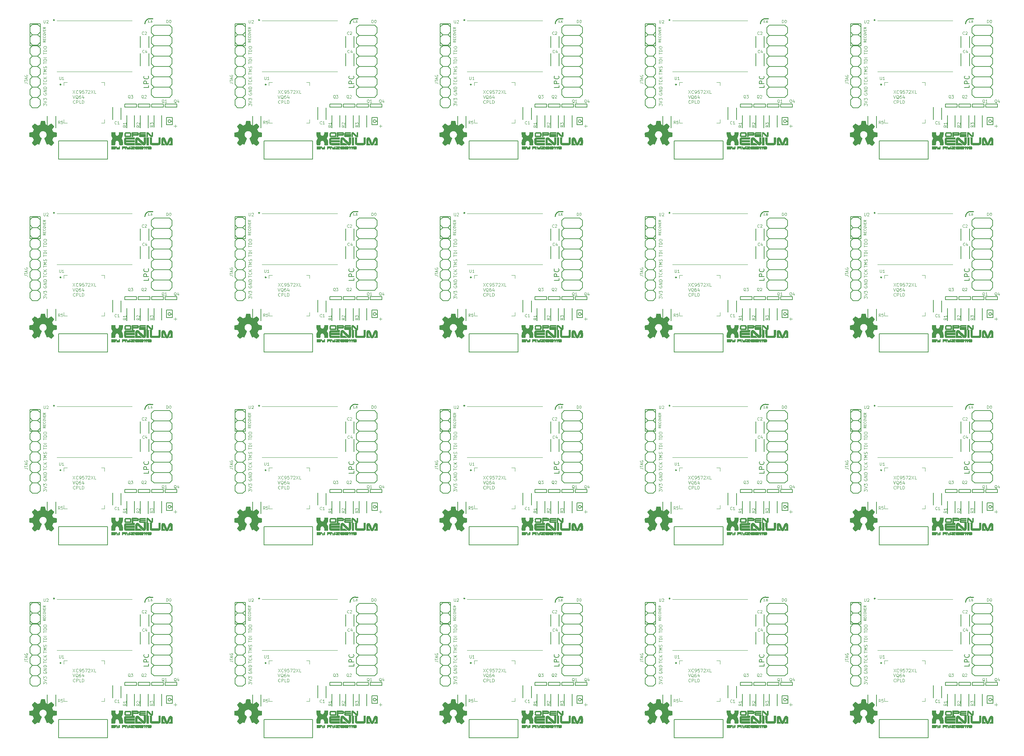
<source format=gbr>
G04 #@! TF.GenerationSoftware,KiCad,Pcbnew,5.1.5+dfsg1-2build2*
G04 #@! TF.CreationDate,2020-09-10T23:56:58-04:00*
G04 #@! TF.ProjectId,Xenium2019-Panel,58656e69-756d-4323-9031-392d50616e65,rev?*
G04 #@! TF.SameCoordinates,Original*
G04 #@! TF.FileFunction,Legend,Top*
G04 #@! TF.FilePolarity,Positive*
%FSLAX46Y46*%
G04 Gerber Fmt 4.6, Leading zero omitted, Abs format (unit mm)*
G04 Created by KiCad (PCBNEW 5.1.5+dfsg1-2build2) date 2020-09-10 23:56:58*
%MOMM*%
%LPD*%
G04 APERTURE LIST*
%ADD10C,0.254000*%
%ADD11C,0.152400*%
%ADD12C,0.100000*%
%ADD13C,0.081280*%
%ADD14C,0.065024*%
%ADD15C,0.060960*%
%ADD16C,0.010000*%
%ADD17C,0.120000*%
%ADD18C,0.250000*%
%ADD19C,0.127000*%
%ADD20C,0.140000*%
G04 APERTURE END LIST*
D10*
X265486765Y-175147861D02*
X266121765Y-175147861D01*
X215086765Y-175147861D02*
X215721765Y-175147861D01*
X164686765Y-175147861D02*
X165321765Y-175147861D01*
X114286765Y-175147861D02*
X114921765Y-175147861D01*
X63886765Y-175147861D02*
X64521765Y-175147861D01*
X265486765Y-127747861D02*
X266121765Y-127747861D01*
X215086765Y-127747861D02*
X215721765Y-127747861D01*
X164686765Y-127747861D02*
X165321765Y-127747861D01*
X114286765Y-127747861D02*
X114921765Y-127747861D01*
D11*
X235959265Y-181815361D02*
X235959265Y-176417861D01*
X185559265Y-181815361D02*
X185559265Y-176417861D01*
X135159265Y-181815361D02*
X135159265Y-176417861D01*
X84759265Y-181815361D02*
X84759265Y-176417861D01*
X34359265Y-181815361D02*
X34359265Y-176417861D01*
X235959265Y-134415361D02*
X235959265Y-129017861D01*
X185559265Y-134415361D02*
X185559265Y-129017861D01*
X135159265Y-134415361D02*
X135159265Y-129017861D01*
X84759265Y-134415361D02*
X84759265Y-129017861D01*
D12*
X239277835Y-196562552D02*
X239277835Y-196084548D01*
X239571991Y-196341935D01*
X239571991Y-196231626D01*
X239608761Y-196158087D01*
X239645530Y-196121318D01*
X239719069Y-196084548D01*
X239902917Y-196084548D01*
X239976456Y-196121318D01*
X240013225Y-196158087D01*
X240049995Y-196231626D01*
X240049995Y-196452243D01*
X240013225Y-196525782D01*
X239976456Y-196562552D01*
X239277835Y-195863931D02*
X240049995Y-195606544D01*
X239277835Y-195349158D01*
X239277835Y-195165310D02*
X239277835Y-194687306D01*
X239571991Y-194944693D01*
X239571991Y-194834384D01*
X239608761Y-194760845D01*
X239645530Y-194724076D01*
X239719069Y-194687306D01*
X239902917Y-194687306D01*
X239976456Y-194724076D01*
X240013225Y-194760845D01*
X240049995Y-194834384D01*
X240049995Y-195055001D01*
X240013225Y-195128541D01*
X239976456Y-195165310D01*
X188877835Y-196562552D02*
X188877835Y-196084548D01*
X189171991Y-196341935D01*
X189171991Y-196231626D01*
X189208761Y-196158087D01*
X189245530Y-196121318D01*
X189319069Y-196084548D01*
X189502917Y-196084548D01*
X189576456Y-196121318D01*
X189613225Y-196158087D01*
X189649995Y-196231626D01*
X189649995Y-196452243D01*
X189613225Y-196525782D01*
X189576456Y-196562552D01*
X188877835Y-195863931D02*
X189649995Y-195606544D01*
X188877835Y-195349158D01*
X188877835Y-195165310D02*
X188877835Y-194687306D01*
X189171991Y-194944693D01*
X189171991Y-194834384D01*
X189208761Y-194760845D01*
X189245530Y-194724076D01*
X189319069Y-194687306D01*
X189502917Y-194687306D01*
X189576456Y-194724076D01*
X189613225Y-194760845D01*
X189649995Y-194834384D01*
X189649995Y-195055001D01*
X189613225Y-195128541D01*
X189576456Y-195165310D01*
X138477835Y-196562552D02*
X138477835Y-196084548D01*
X138771991Y-196341935D01*
X138771991Y-196231626D01*
X138808761Y-196158087D01*
X138845530Y-196121318D01*
X138919069Y-196084548D01*
X139102917Y-196084548D01*
X139176456Y-196121318D01*
X139213225Y-196158087D01*
X139249995Y-196231626D01*
X139249995Y-196452243D01*
X139213225Y-196525782D01*
X139176456Y-196562552D01*
X138477835Y-195863931D02*
X139249995Y-195606544D01*
X138477835Y-195349158D01*
X138477835Y-195165310D02*
X138477835Y-194687306D01*
X138771991Y-194944693D01*
X138771991Y-194834384D01*
X138808761Y-194760845D01*
X138845530Y-194724076D01*
X138919069Y-194687306D01*
X139102917Y-194687306D01*
X139176456Y-194724076D01*
X139213225Y-194760845D01*
X139249995Y-194834384D01*
X139249995Y-195055001D01*
X139213225Y-195128541D01*
X139176456Y-195165310D01*
X88077835Y-196562552D02*
X88077835Y-196084548D01*
X88371991Y-196341935D01*
X88371991Y-196231626D01*
X88408761Y-196158087D01*
X88445530Y-196121318D01*
X88519069Y-196084548D01*
X88702917Y-196084548D01*
X88776456Y-196121318D01*
X88813225Y-196158087D01*
X88849995Y-196231626D01*
X88849995Y-196452243D01*
X88813225Y-196525782D01*
X88776456Y-196562552D01*
X88077835Y-195863931D02*
X88849995Y-195606544D01*
X88077835Y-195349158D01*
X88077835Y-195165310D02*
X88077835Y-194687306D01*
X88371991Y-194944693D01*
X88371991Y-194834384D01*
X88408761Y-194760845D01*
X88445530Y-194724076D01*
X88519069Y-194687306D01*
X88702917Y-194687306D01*
X88776456Y-194724076D01*
X88813225Y-194760845D01*
X88849995Y-194834384D01*
X88849995Y-195055001D01*
X88813225Y-195128541D01*
X88776456Y-195165310D01*
X37677835Y-196562552D02*
X37677835Y-196084548D01*
X37971991Y-196341935D01*
X37971991Y-196231626D01*
X38008761Y-196158087D01*
X38045530Y-196121318D01*
X38119069Y-196084548D01*
X38302917Y-196084548D01*
X38376456Y-196121318D01*
X38413225Y-196158087D01*
X38449995Y-196231626D01*
X38449995Y-196452243D01*
X38413225Y-196525782D01*
X38376456Y-196562552D01*
X37677835Y-195863931D02*
X38449995Y-195606544D01*
X37677835Y-195349158D01*
X37677835Y-195165310D02*
X37677835Y-194687306D01*
X37971991Y-194944693D01*
X37971991Y-194834384D01*
X38008761Y-194760845D01*
X38045530Y-194724076D01*
X38119069Y-194687306D01*
X38302917Y-194687306D01*
X38376456Y-194724076D01*
X38413225Y-194760845D01*
X38449995Y-194834384D01*
X38449995Y-195055001D01*
X38413225Y-195128541D01*
X38376456Y-195165310D01*
X239277835Y-149162552D02*
X239277835Y-148684548D01*
X239571991Y-148941935D01*
X239571991Y-148831626D01*
X239608761Y-148758087D01*
X239645530Y-148721318D01*
X239719069Y-148684548D01*
X239902917Y-148684548D01*
X239976456Y-148721318D01*
X240013225Y-148758087D01*
X240049995Y-148831626D01*
X240049995Y-149052243D01*
X240013225Y-149125782D01*
X239976456Y-149162552D01*
X239277835Y-148463931D02*
X240049995Y-148206544D01*
X239277835Y-147949158D01*
X239277835Y-147765310D02*
X239277835Y-147287306D01*
X239571991Y-147544693D01*
X239571991Y-147434384D01*
X239608761Y-147360845D01*
X239645530Y-147324076D01*
X239719069Y-147287306D01*
X239902917Y-147287306D01*
X239976456Y-147324076D01*
X240013225Y-147360845D01*
X240049995Y-147434384D01*
X240049995Y-147655001D01*
X240013225Y-147728541D01*
X239976456Y-147765310D01*
X188877835Y-149162552D02*
X188877835Y-148684548D01*
X189171991Y-148941935D01*
X189171991Y-148831626D01*
X189208761Y-148758087D01*
X189245530Y-148721318D01*
X189319069Y-148684548D01*
X189502917Y-148684548D01*
X189576456Y-148721318D01*
X189613225Y-148758087D01*
X189649995Y-148831626D01*
X189649995Y-149052243D01*
X189613225Y-149125782D01*
X189576456Y-149162552D01*
X188877835Y-148463931D02*
X189649995Y-148206544D01*
X188877835Y-147949158D01*
X188877835Y-147765310D02*
X188877835Y-147287306D01*
X189171991Y-147544693D01*
X189171991Y-147434384D01*
X189208761Y-147360845D01*
X189245530Y-147324076D01*
X189319069Y-147287306D01*
X189502917Y-147287306D01*
X189576456Y-147324076D01*
X189613225Y-147360845D01*
X189649995Y-147434384D01*
X189649995Y-147655001D01*
X189613225Y-147728541D01*
X189576456Y-147765310D01*
X138477835Y-149162552D02*
X138477835Y-148684548D01*
X138771991Y-148941935D01*
X138771991Y-148831626D01*
X138808761Y-148758087D01*
X138845530Y-148721318D01*
X138919069Y-148684548D01*
X139102917Y-148684548D01*
X139176456Y-148721318D01*
X139213225Y-148758087D01*
X139249995Y-148831626D01*
X139249995Y-149052243D01*
X139213225Y-149125782D01*
X139176456Y-149162552D01*
X138477835Y-148463931D02*
X139249995Y-148206544D01*
X138477835Y-147949158D01*
X138477835Y-147765310D02*
X138477835Y-147287306D01*
X138771991Y-147544693D01*
X138771991Y-147434384D01*
X138808761Y-147360845D01*
X138845530Y-147324076D01*
X138919069Y-147287306D01*
X139102917Y-147287306D01*
X139176456Y-147324076D01*
X139213225Y-147360845D01*
X139249995Y-147434384D01*
X139249995Y-147655001D01*
X139213225Y-147728541D01*
X139176456Y-147765310D01*
X88077835Y-149162552D02*
X88077835Y-148684548D01*
X88371991Y-148941935D01*
X88371991Y-148831626D01*
X88408761Y-148758087D01*
X88445530Y-148721318D01*
X88519069Y-148684548D01*
X88702917Y-148684548D01*
X88776456Y-148721318D01*
X88813225Y-148758087D01*
X88849995Y-148831626D01*
X88849995Y-149052243D01*
X88813225Y-149125782D01*
X88776456Y-149162552D01*
X88077835Y-148463931D02*
X88849995Y-148206544D01*
X88077835Y-147949158D01*
X88077835Y-147765310D02*
X88077835Y-147287306D01*
X88371991Y-147544693D01*
X88371991Y-147434384D01*
X88408761Y-147360845D01*
X88445530Y-147324076D01*
X88519069Y-147287306D01*
X88702917Y-147287306D01*
X88776456Y-147324076D01*
X88813225Y-147360845D01*
X88849995Y-147434384D01*
X88849995Y-147655001D01*
X88813225Y-147728541D01*
X88776456Y-147765310D01*
D11*
X265169265Y-186736611D02*
X265169265Y-183720361D01*
X214769265Y-186736611D02*
X214769265Y-183720361D01*
X164369265Y-186736611D02*
X164369265Y-183720361D01*
X113969265Y-186736611D02*
X113969265Y-183720361D01*
X63569265Y-186736611D02*
X63569265Y-183720361D01*
X265169265Y-139336611D02*
X265169265Y-136320361D01*
X214769265Y-139336611D02*
X214769265Y-136320361D01*
X164369265Y-139336611D02*
X164369265Y-136320361D01*
X113969265Y-139336611D02*
X113969265Y-136320361D01*
X256279265Y-196896611D02*
X256279265Y-199912861D01*
X205879265Y-196896611D02*
X205879265Y-199912861D01*
X155479265Y-196896611D02*
X155479265Y-199912861D01*
X105079265Y-196896611D02*
X105079265Y-199912861D01*
X54679265Y-196896611D02*
X54679265Y-199912861D01*
X256279265Y-149496611D02*
X256279265Y-152512861D01*
X205879265Y-149496611D02*
X205879265Y-152512861D01*
X155479265Y-149496611D02*
X155479265Y-152512861D01*
X105079265Y-149496611D02*
X105079265Y-152512861D01*
X259771765Y-201976611D02*
X259771765Y-198960361D01*
X209371765Y-201976611D02*
X209371765Y-198960361D01*
X158971765Y-201976611D02*
X158971765Y-198960361D01*
X108571765Y-201976611D02*
X108571765Y-198960361D01*
X58171765Y-201976611D02*
X58171765Y-198960361D01*
X259771765Y-154576611D02*
X259771765Y-151560361D01*
X209371765Y-154576611D02*
X209371765Y-151560361D01*
X158971765Y-154576611D02*
X158971765Y-151560361D01*
X108571765Y-154576611D02*
X108571765Y-151560361D01*
X238499265Y-176417861D02*
X238499265Y-181815361D01*
X188099265Y-176417861D02*
X188099265Y-181815361D01*
X137699265Y-176417861D02*
X137699265Y-181815361D01*
X87299265Y-176417861D02*
X87299265Y-181815361D01*
X36899265Y-176417861D02*
X36899265Y-181815361D01*
X238499265Y-129017861D02*
X238499265Y-134415361D01*
X188099265Y-129017861D02*
X188099265Y-134415361D01*
X137699265Y-129017861D02*
X137699265Y-134415361D01*
X87299265Y-129017861D02*
X87299265Y-134415361D01*
X240245515Y-201976611D02*
X240245515Y-199119111D01*
X189845515Y-201976611D02*
X189845515Y-199119111D01*
X139445515Y-201976611D02*
X139445515Y-199119111D01*
X89045515Y-201976611D02*
X89045515Y-199119111D01*
X38645515Y-201976611D02*
X38645515Y-199119111D01*
X240245515Y-154576611D02*
X240245515Y-151719111D01*
X189845515Y-154576611D02*
X189845515Y-151719111D01*
X139445515Y-154576611D02*
X139445515Y-151719111D01*
X89045515Y-154576611D02*
X89045515Y-151719111D01*
D10*
X265486765Y-175147861D02*
G75*
G03X264216765Y-176417861I0J-1270000D01*
G01*
X215086765Y-175147861D02*
G75*
G03X213816765Y-176417861I0J-1270000D01*
G01*
X164686765Y-175147861D02*
G75*
G03X163416765Y-176417861I0J-1270000D01*
G01*
X114286765Y-175147861D02*
G75*
G03X113016765Y-176417861I0J-1270000D01*
G01*
X63886765Y-175147861D02*
G75*
G03X62616765Y-176417861I0J-1270000D01*
G01*
X265486765Y-127747861D02*
G75*
G03X264216765Y-129017861I0J-1270000D01*
G01*
X215086765Y-127747861D02*
G75*
G03X213816765Y-129017861I0J-1270000D01*
G01*
X164686765Y-127747861D02*
G75*
G03X163416765Y-129017861I0J-1270000D01*
G01*
X114286765Y-127747861D02*
G75*
G03X113016765Y-129017861I0J-1270000D01*
G01*
D11*
X263105515Y-183720361D02*
X263105515Y-186736611D01*
X212705515Y-183720361D02*
X212705515Y-186736611D01*
X162305515Y-183720361D02*
X162305515Y-186736611D01*
X111905515Y-183720361D02*
X111905515Y-186736611D01*
X61505515Y-183720361D02*
X61505515Y-186736611D01*
X263105515Y-136320361D02*
X263105515Y-139336611D01*
X212705515Y-136320361D02*
X212705515Y-139336611D01*
X162305515Y-136320361D02*
X162305515Y-139336611D01*
X111905515Y-136320361D02*
X111905515Y-139336611D01*
D13*
X271325656Y-201562953D02*
X272061047Y-201562953D01*
X271693351Y-201930649D02*
X271693351Y-201195258D01*
X220925656Y-201562953D02*
X221661047Y-201562953D01*
X221293351Y-201930649D02*
X221293351Y-201195258D01*
X170525656Y-201562953D02*
X171261047Y-201562953D01*
X170893351Y-201930649D02*
X170893351Y-201195258D01*
X120125656Y-201562953D02*
X120861047Y-201562953D01*
X120493351Y-201930649D02*
X120493351Y-201195258D01*
X69725656Y-201562953D02*
X70461047Y-201562953D01*
X70093351Y-201930649D02*
X70093351Y-201195258D01*
X271325656Y-154162953D02*
X272061047Y-154162953D01*
X271693351Y-154530649D02*
X271693351Y-153795258D01*
X220925656Y-154162953D02*
X221661047Y-154162953D01*
X221293351Y-154530649D02*
X221293351Y-153795258D01*
X170525656Y-154162953D02*
X171261047Y-154162953D01*
X170893351Y-154530649D02*
X170893351Y-153795258D01*
X120125656Y-154162953D02*
X120861047Y-154162953D01*
X120493351Y-154530649D02*
X120493351Y-153795258D01*
D11*
X268344265Y-201817861D02*
X268344265Y-198960361D01*
X217944265Y-201817861D02*
X217944265Y-198960361D01*
X167544265Y-201817861D02*
X167544265Y-198960361D01*
X117144265Y-201817861D02*
X117144265Y-198960361D01*
X66744265Y-201817861D02*
X66744265Y-198960361D01*
X268344265Y-154417861D02*
X268344265Y-151560361D01*
X217944265Y-154417861D02*
X217944265Y-151560361D01*
X167544265Y-154417861D02*
X167544265Y-151560361D01*
X117144265Y-154417861D02*
X117144265Y-151560361D01*
X263105515Y-201976611D02*
X263105515Y-198960361D01*
X212705515Y-201976611D02*
X212705515Y-198960361D01*
X162305515Y-201976611D02*
X162305515Y-198960361D01*
X111905515Y-201976611D02*
X111905515Y-198960361D01*
X61505515Y-201976611D02*
X61505515Y-198960361D01*
X263105515Y-154576611D02*
X263105515Y-151560361D01*
X212705515Y-154576611D02*
X212705515Y-151560361D01*
X162305515Y-154576611D02*
X162305515Y-151560361D01*
X111905515Y-154576611D02*
X111905515Y-151560361D01*
X265169265Y-182291611D02*
X265169265Y-179434111D01*
X214769265Y-182291611D02*
X214769265Y-179434111D01*
X164369265Y-182291611D02*
X164369265Y-179434111D01*
X113969265Y-182291611D02*
X113969265Y-179434111D01*
X63569265Y-182291611D02*
X63569265Y-179434111D01*
X265169265Y-134891611D02*
X265169265Y-132034111D01*
X214769265Y-134891611D02*
X214769265Y-132034111D01*
X164369265Y-134891611D02*
X164369265Y-132034111D01*
X113969265Y-134891611D02*
X113969265Y-132034111D01*
D14*
X246525839Y-192783903D02*
X247040612Y-193556063D01*
X247040612Y-192783903D02*
X246525839Y-193556063D01*
X247776002Y-193482524D02*
X247739233Y-193519293D01*
X247628924Y-193556063D01*
X247555385Y-193556063D01*
X247445077Y-193519293D01*
X247371538Y-193445754D01*
X247334768Y-193372215D01*
X247297999Y-193225137D01*
X247297999Y-193114829D01*
X247334768Y-192967751D01*
X247371538Y-192894212D01*
X247445077Y-192820673D01*
X247555385Y-192783903D01*
X247628924Y-192783903D01*
X247739233Y-192820673D01*
X247776002Y-192857442D01*
X248143698Y-193556063D02*
X248290776Y-193556063D01*
X248364315Y-193519293D01*
X248401084Y-193482524D01*
X248474623Y-193372215D01*
X248511393Y-193225137D01*
X248511393Y-192930981D01*
X248474623Y-192857442D01*
X248437854Y-192820673D01*
X248364315Y-192783903D01*
X248217237Y-192783903D01*
X248143698Y-192820673D01*
X248106928Y-192857442D01*
X248070159Y-192930981D01*
X248070159Y-193114829D01*
X248106928Y-193188368D01*
X248143698Y-193225137D01*
X248217237Y-193261907D01*
X248364315Y-193261907D01*
X248437854Y-193225137D01*
X248474623Y-193188368D01*
X248511393Y-193114829D01*
X249210014Y-192783903D02*
X248842319Y-192783903D01*
X248805549Y-193151598D01*
X248842319Y-193114829D01*
X248915858Y-193078059D01*
X249099705Y-193078059D01*
X249173244Y-193114829D01*
X249210014Y-193151598D01*
X249246783Y-193225137D01*
X249246783Y-193408985D01*
X249210014Y-193482524D01*
X249173244Y-193519293D01*
X249099705Y-193556063D01*
X248915858Y-193556063D01*
X248842319Y-193519293D01*
X248805549Y-193482524D01*
X249504170Y-192783903D02*
X250018943Y-192783903D01*
X249688018Y-193556063D01*
X250276330Y-192857442D02*
X250313100Y-192820673D01*
X250386639Y-192783903D01*
X250570486Y-192783903D01*
X250644025Y-192820673D01*
X250680795Y-192857442D01*
X250717564Y-192930981D01*
X250717564Y-193004520D01*
X250680795Y-193114829D01*
X250239561Y-193556063D01*
X250717564Y-193556063D01*
X250974951Y-192783903D02*
X251489724Y-193556063D01*
X251489724Y-192783903D02*
X250974951Y-193556063D01*
X252151576Y-193556063D02*
X251783881Y-193556063D01*
X251783881Y-192783903D01*
X246489069Y-194007167D02*
X246746456Y-194779327D01*
X247003842Y-194007167D01*
X247776002Y-194852866D02*
X247702463Y-194816097D01*
X247628924Y-194742557D01*
X247518616Y-194632249D01*
X247445077Y-194595479D01*
X247371538Y-194595479D01*
X247408307Y-194779327D02*
X247334768Y-194742557D01*
X247261229Y-194669018D01*
X247224460Y-194521940D01*
X247224460Y-194264554D01*
X247261229Y-194117476D01*
X247334768Y-194043937D01*
X247408307Y-194007167D01*
X247555385Y-194007167D01*
X247628924Y-194043937D01*
X247702463Y-194117476D01*
X247739233Y-194264554D01*
X247739233Y-194521940D01*
X247702463Y-194669018D01*
X247628924Y-194742557D01*
X247555385Y-194779327D01*
X247408307Y-194779327D01*
X248401084Y-194007167D02*
X248254006Y-194007167D01*
X248180467Y-194043937D01*
X248143698Y-194080706D01*
X248070159Y-194191015D01*
X248033389Y-194338093D01*
X248033389Y-194632249D01*
X248070159Y-194705788D01*
X248106928Y-194742557D01*
X248180467Y-194779327D01*
X248327545Y-194779327D01*
X248401084Y-194742557D01*
X248437854Y-194705788D01*
X248474623Y-194632249D01*
X248474623Y-194448401D01*
X248437854Y-194374862D01*
X248401084Y-194338093D01*
X248327545Y-194301323D01*
X248180467Y-194301323D01*
X248106928Y-194338093D01*
X248070159Y-194374862D01*
X248033389Y-194448401D01*
X249136475Y-194264554D02*
X249136475Y-194779327D01*
X248952627Y-193970397D02*
X248768780Y-194521940D01*
X249246783Y-194521940D01*
X247040612Y-195929052D02*
X247003842Y-195965821D01*
X246893534Y-196002591D01*
X246819995Y-196002591D01*
X246709686Y-195965821D01*
X246636147Y-195892282D01*
X246599378Y-195818743D01*
X246562608Y-195671665D01*
X246562608Y-195561357D01*
X246599378Y-195414279D01*
X246636147Y-195340740D01*
X246709686Y-195267201D01*
X246819995Y-195230431D01*
X246893534Y-195230431D01*
X247003842Y-195267201D01*
X247040612Y-195303970D01*
X247371538Y-196002591D02*
X247371538Y-195230431D01*
X247665694Y-195230431D01*
X247739233Y-195267201D01*
X247776002Y-195303970D01*
X247812772Y-195377509D01*
X247812772Y-195487818D01*
X247776002Y-195561357D01*
X247739233Y-195598126D01*
X247665694Y-195634896D01*
X247371538Y-195634896D01*
X248511393Y-196002591D02*
X248143698Y-196002591D01*
X248143698Y-195230431D01*
X248768780Y-196002591D02*
X248768780Y-195230431D01*
X248952627Y-195230431D01*
X249062936Y-195267201D01*
X249136475Y-195340740D01*
X249173244Y-195414279D01*
X249210014Y-195561357D01*
X249210014Y-195671665D01*
X249173244Y-195818743D01*
X249136475Y-195892282D01*
X249062936Y-195965821D01*
X248952627Y-196002591D01*
X248768780Y-196002591D01*
X196125839Y-192783903D02*
X196640612Y-193556063D01*
X196640612Y-192783903D02*
X196125839Y-193556063D01*
X197376002Y-193482524D02*
X197339233Y-193519293D01*
X197228924Y-193556063D01*
X197155385Y-193556063D01*
X197045077Y-193519293D01*
X196971538Y-193445754D01*
X196934768Y-193372215D01*
X196897999Y-193225137D01*
X196897999Y-193114829D01*
X196934768Y-192967751D01*
X196971538Y-192894212D01*
X197045077Y-192820673D01*
X197155385Y-192783903D01*
X197228924Y-192783903D01*
X197339233Y-192820673D01*
X197376002Y-192857442D01*
X197743698Y-193556063D02*
X197890776Y-193556063D01*
X197964315Y-193519293D01*
X198001084Y-193482524D01*
X198074623Y-193372215D01*
X198111393Y-193225137D01*
X198111393Y-192930981D01*
X198074623Y-192857442D01*
X198037854Y-192820673D01*
X197964315Y-192783903D01*
X197817237Y-192783903D01*
X197743698Y-192820673D01*
X197706928Y-192857442D01*
X197670159Y-192930981D01*
X197670159Y-193114829D01*
X197706928Y-193188368D01*
X197743698Y-193225137D01*
X197817237Y-193261907D01*
X197964315Y-193261907D01*
X198037854Y-193225137D01*
X198074623Y-193188368D01*
X198111393Y-193114829D01*
X198810014Y-192783903D02*
X198442319Y-192783903D01*
X198405549Y-193151598D01*
X198442319Y-193114829D01*
X198515858Y-193078059D01*
X198699705Y-193078059D01*
X198773244Y-193114829D01*
X198810014Y-193151598D01*
X198846783Y-193225137D01*
X198846783Y-193408985D01*
X198810014Y-193482524D01*
X198773244Y-193519293D01*
X198699705Y-193556063D01*
X198515858Y-193556063D01*
X198442319Y-193519293D01*
X198405549Y-193482524D01*
X199104170Y-192783903D02*
X199618943Y-192783903D01*
X199288018Y-193556063D01*
X199876330Y-192857442D02*
X199913100Y-192820673D01*
X199986639Y-192783903D01*
X200170486Y-192783903D01*
X200244025Y-192820673D01*
X200280795Y-192857442D01*
X200317564Y-192930981D01*
X200317564Y-193004520D01*
X200280795Y-193114829D01*
X199839561Y-193556063D01*
X200317564Y-193556063D01*
X200574951Y-192783903D02*
X201089724Y-193556063D01*
X201089724Y-192783903D02*
X200574951Y-193556063D01*
X201751576Y-193556063D02*
X201383881Y-193556063D01*
X201383881Y-192783903D01*
X196089069Y-194007167D02*
X196346456Y-194779327D01*
X196603842Y-194007167D01*
X197376002Y-194852866D02*
X197302463Y-194816097D01*
X197228924Y-194742557D01*
X197118616Y-194632249D01*
X197045077Y-194595479D01*
X196971538Y-194595479D01*
X197008307Y-194779327D02*
X196934768Y-194742557D01*
X196861229Y-194669018D01*
X196824460Y-194521940D01*
X196824460Y-194264554D01*
X196861229Y-194117476D01*
X196934768Y-194043937D01*
X197008307Y-194007167D01*
X197155385Y-194007167D01*
X197228924Y-194043937D01*
X197302463Y-194117476D01*
X197339233Y-194264554D01*
X197339233Y-194521940D01*
X197302463Y-194669018D01*
X197228924Y-194742557D01*
X197155385Y-194779327D01*
X197008307Y-194779327D01*
X198001084Y-194007167D02*
X197854006Y-194007167D01*
X197780467Y-194043937D01*
X197743698Y-194080706D01*
X197670159Y-194191015D01*
X197633389Y-194338093D01*
X197633389Y-194632249D01*
X197670159Y-194705788D01*
X197706928Y-194742557D01*
X197780467Y-194779327D01*
X197927545Y-194779327D01*
X198001084Y-194742557D01*
X198037854Y-194705788D01*
X198074623Y-194632249D01*
X198074623Y-194448401D01*
X198037854Y-194374862D01*
X198001084Y-194338093D01*
X197927545Y-194301323D01*
X197780467Y-194301323D01*
X197706928Y-194338093D01*
X197670159Y-194374862D01*
X197633389Y-194448401D01*
X198736475Y-194264554D02*
X198736475Y-194779327D01*
X198552627Y-193970397D02*
X198368780Y-194521940D01*
X198846783Y-194521940D01*
X196640612Y-195929052D02*
X196603842Y-195965821D01*
X196493534Y-196002591D01*
X196419995Y-196002591D01*
X196309686Y-195965821D01*
X196236147Y-195892282D01*
X196199378Y-195818743D01*
X196162608Y-195671665D01*
X196162608Y-195561357D01*
X196199378Y-195414279D01*
X196236147Y-195340740D01*
X196309686Y-195267201D01*
X196419995Y-195230431D01*
X196493534Y-195230431D01*
X196603842Y-195267201D01*
X196640612Y-195303970D01*
X196971538Y-196002591D02*
X196971538Y-195230431D01*
X197265694Y-195230431D01*
X197339233Y-195267201D01*
X197376002Y-195303970D01*
X197412772Y-195377509D01*
X197412772Y-195487818D01*
X197376002Y-195561357D01*
X197339233Y-195598126D01*
X197265694Y-195634896D01*
X196971538Y-195634896D01*
X198111393Y-196002591D02*
X197743698Y-196002591D01*
X197743698Y-195230431D01*
X198368780Y-196002591D02*
X198368780Y-195230431D01*
X198552627Y-195230431D01*
X198662936Y-195267201D01*
X198736475Y-195340740D01*
X198773244Y-195414279D01*
X198810014Y-195561357D01*
X198810014Y-195671665D01*
X198773244Y-195818743D01*
X198736475Y-195892282D01*
X198662936Y-195965821D01*
X198552627Y-196002591D01*
X198368780Y-196002591D01*
X145725839Y-192783903D02*
X146240612Y-193556063D01*
X146240612Y-192783903D02*
X145725839Y-193556063D01*
X146976002Y-193482524D02*
X146939233Y-193519293D01*
X146828924Y-193556063D01*
X146755385Y-193556063D01*
X146645077Y-193519293D01*
X146571538Y-193445754D01*
X146534768Y-193372215D01*
X146497999Y-193225137D01*
X146497999Y-193114829D01*
X146534768Y-192967751D01*
X146571538Y-192894212D01*
X146645077Y-192820673D01*
X146755385Y-192783903D01*
X146828924Y-192783903D01*
X146939233Y-192820673D01*
X146976002Y-192857442D01*
X147343698Y-193556063D02*
X147490776Y-193556063D01*
X147564315Y-193519293D01*
X147601084Y-193482524D01*
X147674623Y-193372215D01*
X147711393Y-193225137D01*
X147711393Y-192930981D01*
X147674623Y-192857442D01*
X147637854Y-192820673D01*
X147564315Y-192783903D01*
X147417237Y-192783903D01*
X147343698Y-192820673D01*
X147306928Y-192857442D01*
X147270159Y-192930981D01*
X147270159Y-193114829D01*
X147306928Y-193188368D01*
X147343698Y-193225137D01*
X147417237Y-193261907D01*
X147564315Y-193261907D01*
X147637854Y-193225137D01*
X147674623Y-193188368D01*
X147711393Y-193114829D01*
X148410014Y-192783903D02*
X148042319Y-192783903D01*
X148005549Y-193151598D01*
X148042319Y-193114829D01*
X148115858Y-193078059D01*
X148299705Y-193078059D01*
X148373244Y-193114829D01*
X148410014Y-193151598D01*
X148446783Y-193225137D01*
X148446783Y-193408985D01*
X148410014Y-193482524D01*
X148373244Y-193519293D01*
X148299705Y-193556063D01*
X148115858Y-193556063D01*
X148042319Y-193519293D01*
X148005549Y-193482524D01*
X148704170Y-192783903D02*
X149218943Y-192783903D01*
X148888018Y-193556063D01*
X149476330Y-192857442D02*
X149513100Y-192820673D01*
X149586639Y-192783903D01*
X149770486Y-192783903D01*
X149844025Y-192820673D01*
X149880795Y-192857442D01*
X149917564Y-192930981D01*
X149917564Y-193004520D01*
X149880795Y-193114829D01*
X149439561Y-193556063D01*
X149917564Y-193556063D01*
X150174951Y-192783903D02*
X150689724Y-193556063D01*
X150689724Y-192783903D02*
X150174951Y-193556063D01*
X151351576Y-193556063D02*
X150983881Y-193556063D01*
X150983881Y-192783903D01*
X145689069Y-194007167D02*
X145946456Y-194779327D01*
X146203842Y-194007167D01*
X146976002Y-194852866D02*
X146902463Y-194816097D01*
X146828924Y-194742557D01*
X146718616Y-194632249D01*
X146645077Y-194595479D01*
X146571538Y-194595479D01*
X146608307Y-194779327D02*
X146534768Y-194742557D01*
X146461229Y-194669018D01*
X146424460Y-194521940D01*
X146424460Y-194264554D01*
X146461229Y-194117476D01*
X146534768Y-194043937D01*
X146608307Y-194007167D01*
X146755385Y-194007167D01*
X146828924Y-194043937D01*
X146902463Y-194117476D01*
X146939233Y-194264554D01*
X146939233Y-194521940D01*
X146902463Y-194669018D01*
X146828924Y-194742557D01*
X146755385Y-194779327D01*
X146608307Y-194779327D01*
X147601084Y-194007167D02*
X147454006Y-194007167D01*
X147380467Y-194043937D01*
X147343698Y-194080706D01*
X147270159Y-194191015D01*
X147233389Y-194338093D01*
X147233389Y-194632249D01*
X147270159Y-194705788D01*
X147306928Y-194742557D01*
X147380467Y-194779327D01*
X147527545Y-194779327D01*
X147601084Y-194742557D01*
X147637854Y-194705788D01*
X147674623Y-194632249D01*
X147674623Y-194448401D01*
X147637854Y-194374862D01*
X147601084Y-194338093D01*
X147527545Y-194301323D01*
X147380467Y-194301323D01*
X147306928Y-194338093D01*
X147270159Y-194374862D01*
X147233389Y-194448401D01*
X148336475Y-194264554D02*
X148336475Y-194779327D01*
X148152627Y-193970397D02*
X147968780Y-194521940D01*
X148446783Y-194521940D01*
X146240612Y-195929052D02*
X146203842Y-195965821D01*
X146093534Y-196002591D01*
X146019995Y-196002591D01*
X145909686Y-195965821D01*
X145836147Y-195892282D01*
X145799378Y-195818743D01*
X145762608Y-195671665D01*
X145762608Y-195561357D01*
X145799378Y-195414279D01*
X145836147Y-195340740D01*
X145909686Y-195267201D01*
X146019995Y-195230431D01*
X146093534Y-195230431D01*
X146203842Y-195267201D01*
X146240612Y-195303970D01*
X146571538Y-196002591D02*
X146571538Y-195230431D01*
X146865694Y-195230431D01*
X146939233Y-195267201D01*
X146976002Y-195303970D01*
X147012772Y-195377509D01*
X147012772Y-195487818D01*
X146976002Y-195561357D01*
X146939233Y-195598126D01*
X146865694Y-195634896D01*
X146571538Y-195634896D01*
X147711393Y-196002591D02*
X147343698Y-196002591D01*
X147343698Y-195230431D01*
X147968780Y-196002591D02*
X147968780Y-195230431D01*
X148152627Y-195230431D01*
X148262936Y-195267201D01*
X148336475Y-195340740D01*
X148373244Y-195414279D01*
X148410014Y-195561357D01*
X148410014Y-195671665D01*
X148373244Y-195818743D01*
X148336475Y-195892282D01*
X148262936Y-195965821D01*
X148152627Y-196002591D01*
X147968780Y-196002591D01*
X95325839Y-192783903D02*
X95840612Y-193556063D01*
X95840612Y-192783903D02*
X95325839Y-193556063D01*
X96576002Y-193482524D02*
X96539233Y-193519293D01*
X96428924Y-193556063D01*
X96355385Y-193556063D01*
X96245077Y-193519293D01*
X96171538Y-193445754D01*
X96134768Y-193372215D01*
X96097999Y-193225137D01*
X96097999Y-193114829D01*
X96134768Y-192967751D01*
X96171538Y-192894212D01*
X96245077Y-192820673D01*
X96355385Y-192783903D01*
X96428924Y-192783903D01*
X96539233Y-192820673D01*
X96576002Y-192857442D01*
X96943698Y-193556063D02*
X97090776Y-193556063D01*
X97164315Y-193519293D01*
X97201084Y-193482524D01*
X97274623Y-193372215D01*
X97311393Y-193225137D01*
X97311393Y-192930981D01*
X97274623Y-192857442D01*
X97237854Y-192820673D01*
X97164315Y-192783903D01*
X97017237Y-192783903D01*
X96943698Y-192820673D01*
X96906928Y-192857442D01*
X96870159Y-192930981D01*
X96870159Y-193114829D01*
X96906928Y-193188368D01*
X96943698Y-193225137D01*
X97017237Y-193261907D01*
X97164315Y-193261907D01*
X97237854Y-193225137D01*
X97274623Y-193188368D01*
X97311393Y-193114829D01*
X98010014Y-192783903D02*
X97642319Y-192783903D01*
X97605549Y-193151598D01*
X97642319Y-193114829D01*
X97715858Y-193078059D01*
X97899705Y-193078059D01*
X97973244Y-193114829D01*
X98010014Y-193151598D01*
X98046783Y-193225137D01*
X98046783Y-193408985D01*
X98010014Y-193482524D01*
X97973244Y-193519293D01*
X97899705Y-193556063D01*
X97715858Y-193556063D01*
X97642319Y-193519293D01*
X97605549Y-193482524D01*
X98304170Y-192783903D02*
X98818943Y-192783903D01*
X98488018Y-193556063D01*
X99076330Y-192857442D02*
X99113100Y-192820673D01*
X99186639Y-192783903D01*
X99370486Y-192783903D01*
X99444025Y-192820673D01*
X99480795Y-192857442D01*
X99517564Y-192930981D01*
X99517564Y-193004520D01*
X99480795Y-193114829D01*
X99039561Y-193556063D01*
X99517564Y-193556063D01*
X99774951Y-192783903D02*
X100289724Y-193556063D01*
X100289724Y-192783903D02*
X99774951Y-193556063D01*
X100951576Y-193556063D02*
X100583881Y-193556063D01*
X100583881Y-192783903D01*
X95289069Y-194007167D02*
X95546456Y-194779327D01*
X95803842Y-194007167D01*
X96576002Y-194852866D02*
X96502463Y-194816097D01*
X96428924Y-194742557D01*
X96318616Y-194632249D01*
X96245077Y-194595479D01*
X96171538Y-194595479D01*
X96208307Y-194779327D02*
X96134768Y-194742557D01*
X96061229Y-194669018D01*
X96024460Y-194521940D01*
X96024460Y-194264554D01*
X96061229Y-194117476D01*
X96134768Y-194043937D01*
X96208307Y-194007167D01*
X96355385Y-194007167D01*
X96428924Y-194043937D01*
X96502463Y-194117476D01*
X96539233Y-194264554D01*
X96539233Y-194521940D01*
X96502463Y-194669018D01*
X96428924Y-194742557D01*
X96355385Y-194779327D01*
X96208307Y-194779327D01*
X97201084Y-194007167D02*
X97054006Y-194007167D01*
X96980467Y-194043937D01*
X96943698Y-194080706D01*
X96870159Y-194191015D01*
X96833389Y-194338093D01*
X96833389Y-194632249D01*
X96870159Y-194705788D01*
X96906928Y-194742557D01*
X96980467Y-194779327D01*
X97127545Y-194779327D01*
X97201084Y-194742557D01*
X97237854Y-194705788D01*
X97274623Y-194632249D01*
X97274623Y-194448401D01*
X97237854Y-194374862D01*
X97201084Y-194338093D01*
X97127545Y-194301323D01*
X96980467Y-194301323D01*
X96906928Y-194338093D01*
X96870159Y-194374862D01*
X96833389Y-194448401D01*
X97936475Y-194264554D02*
X97936475Y-194779327D01*
X97752627Y-193970397D02*
X97568780Y-194521940D01*
X98046783Y-194521940D01*
X95840612Y-195929052D02*
X95803842Y-195965821D01*
X95693534Y-196002591D01*
X95619995Y-196002591D01*
X95509686Y-195965821D01*
X95436147Y-195892282D01*
X95399378Y-195818743D01*
X95362608Y-195671665D01*
X95362608Y-195561357D01*
X95399378Y-195414279D01*
X95436147Y-195340740D01*
X95509686Y-195267201D01*
X95619995Y-195230431D01*
X95693534Y-195230431D01*
X95803842Y-195267201D01*
X95840612Y-195303970D01*
X96171538Y-196002591D02*
X96171538Y-195230431D01*
X96465694Y-195230431D01*
X96539233Y-195267201D01*
X96576002Y-195303970D01*
X96612772Y-195377509D01*
X96612772Y-195487818D01*
X96576002Y-195561357D01*
X96539233Y-195598126D01*
X96465694Y-195634896D01*
X96171538Y-195634896D01*
X97311393Y-196002591D02*
X96943698Y-196002591D01*
X96943698Y-195230431D01*
X97568780Y-196002591D02*
X97568780Y-195230431D01*
X97752627Y-195230431D01*
X97862936Y-195267201D01*
X97936475Y-195340740D01*
X97973244Y-195414279D01*
X98010014Y-195561357D01*
X98010014Y-195671665D01*
X97973244Y-195818743D01*
X97936475Y-195892282D01*
X97862936Y-195965821D01*
X97752627Y-196002591D01*
X97568780Y-196002591D01*
X44925839Y-192783903D02*
X45440612Y-193556063D01*
X45440612Y-192783903D02*
X44925839Y-193556063D01*
X46176002Y-193482524D02*
X46139233Y-193519293D01*
X46028924Y-193556063D01*
X45955385Y-193556063D01*
X45845077Y-193519293D01*
X45771538Y-193445754D01*
X45734768Y-193372215D01*
X45697999Y-193225137D01*
X45697999Y-193114829D01*
X45734768Y-192967751D01*
X45771538Y-192894212D01*
X45845077Y-192820673D01*
X45955385Y-192783903D01*
X46028924Y-192783903D01*
X46139233Y-192820673D01*
X46176002Y-192857442D01*
X46543698Y-193556063D02*
X46690776Y-193556063D01*
X46764315Y-193519293D01*
X46801084Y-193482524D01*
X46874623Y-193372215D01*
X46911393Y-193225137D01*
X46911393Y-192930981D01*
X46874623Y-192857442D01*
X46837854Y-192820673D01*
X46764315Y-192783903D01*
X46617237Y-192783903D01*
X46543698Y-192820673D01*
X46506928Y-192857442D01*
X46470159Y-192930981D01*
X46470159Y-193114829D01*
X46506928Y-193188368D01*
X46543698Y-193225137D01*
X46617237Y-193261907D01*
X46764315Y-193261907D01*
X46837854Y-193225137D01*
X46874623Y-193188368D01*
X46911393Y-193114829D01*
X47610014Y-192783903D02*
X47242319Y-192783903D01*
X47205549Y-193151598D01*
X47242319Y-193114829D01*
X47315858Y-193078059D01*
X47499705Y-193078059D01*
X47573244Y-193114829D01*
X47610014Y-193151598D01*
X47646783Y-193225137D01*
X47646783Y-193408985D01*
X47610014Y-193482524D01*
X47573244Y-193519293D01*
X47499705Y-193556063D01*
X47315858Y-193556063D01*
X47242319Y-193519293D01*
X47205549Y-193482524D01*
X47904170Y-192783903D02*
X48418943Y-192783903D01*
X48088018Y-193556063D01*
X48676330Y-192857442D02*
X48713100Y-192820673D01*
X48786639Y-192783903D01*
X48970486Y-192783903D01*
X49044025Y-192820673D01*
X49080795Y-192857442D01*
X49117564Y-192930981D01*
X49117564Y-193004520D01*
X49080795Y-193114829D01*
X48639561Y-193556063D01*
X49117564Y-193556063D01*
X49374951Y-192783903D02*
X49889724Y-193556063D01*
X49889724Y-192783903D02*
X49374951Y-193556063D01*
X50551576Y-193556063D02*
X50183881Y-193556063D01*
X50183881Y-192783903D01*
X44889069Y-194007167D02*
X45146456Y-194779327D01*
X45403842Y-194007167D01*
X46176002Y-194852866D02*
X46102463Y-194816097D01*
X46028924Y-194742557D01*
X45918616Y-194632249D01*
X45845077Y-194595479D01*
X45771538Y-194595479D01*
X45808307Y-194779327D02*
X45734768Y-194742557D01*
X45661229Y-194669018D01*
X45624460Y-194521940D01*
X45624460Y-194264554D01*
X45661229Y-194117476D01*
X45734768Y-194043937D01*
X45808307Y-194007167D01*
X45955385Y-194007167D01*
X46028924Y-194043937D01*
X46102463Y-194117476D01*
X46139233Y-194264554D01*
X46139233Y-194521940D01*
X46102463Y-194669018D01*
X46028924Y-194742557D01*
X45955385Y-194779327D01*
X45808307Y-194779327D01*
X46801084Y-194007167D02*
X46654006Y-194007167D01*
X46580467Y-194043937D01*
X46543698Y-194080706D01*
X46470159Y-194191015D01*
X46433389Y-194338093D01*
X46433389Y-194632249D01*
X46470159Y-194705788D01*
X46506928Y-194742557D01*
X46580467Y-194779327D01*
X46727545Y-194779327D01*
X46801084Y-194742557D01*
X46837854Y-194705788D01*
X46874623Y-194632249D01*
X46874623Y-194448401D01*
X46837854Y-194374862D01*
X46801084Y-194338093D01*
X46727545Y-194301323D01*
X46580467Y-194301323D01*
X46506928Y-194338093D01*
X46470159Y-194374862D01*
X46433389Y-194448401D01*
X47536475Y-194264554D02*
X47536475Y-194779327D01*
X47352627Y-193970397D02*
X47168780Y-194521940D01*
X47646783Y-194521940D01*
X45440612Y-195929052D02*
X45403842Y-195965821D01*
X45293534Y-196002591D01*
X45219995Y-196002591D01*
X45109686Y-195965821D01*
X45036147Y-195892282D01*
X44999378Y-195818743D01*
X44962608Y-195671665D01*
X44962608Y-195561357D01*
X44999378Y-195414279D01*
X45036147Y-195340740D01*
X45109686Y-195267201D01*
X45219995Y-195230431D01*
X45293534Y-195230431D01*
X45403842Y-195267201D01*
X45440612Y-195303970D01*
X45771538Y-196002591D02*
X45771538Y-195230431D01*
X46065694Y-195230431D01*
X46139233Y-195267201D01*
X46176002Y-195303970D01*
X46212772Y-195377509D01*
X46212772Y-195487818D01*
X46176002Y-195561357D01*
X46139233Y-195598126D01*
X46065694Y-195634896D01*
X45771538Y-195634896D01*
X46911393Y-196002591D02*
X46543698Y-196002591D01*
X46543698Y-195230431D01*
X47168780Y-196002591D02*
X47168780Y-195230431D01*
X47352627Y-195230431D01*
X47462936Y-195267201D01*
X47536475Y-195340740D01*
X47573244Y-195414279D01*
X47610014Y-195561357D01*
X47610014Y-195671665D01*
X47573244Y-195818743D01*
X47536475Y-195892282D01*
X47462936Y-195965821D01*
X47352627Y-196002591D01*
X47168780Y-196002591D01*
X246525839Y-145383903D02*
X247040612Y-146156063D01*
X247040612Y-145383903D02*
X246525839Y-146156063D01*
X247776002Y-146082524D02*
X247739233Y-146119293D01*
X247628924Y-146156063D01*
X247555385Y-146156063D01*
X247445077Y-146119293D01*
X247371538Y-146045754D01*
X247334768Y-145972215D01*
X247297999Y-145825137D01*
X247297999Y-145714829D01*
X247334768Y-145567751D01*
X247371538Y-145494212D01*
X247445077Y-145420673D01*
X247555385Y-145383903D01*
X247628924Y-145383903D01*
X247739233Y-145420673D01*
X247776002Y-145457442D01*
X248143698Y-146156063D02*
X248290776Y-146156063D01*
X248364315Y-146119293D01*
X248401084Y-146082524D01*
X248474623Y-145972215D01*
X248511393Y-145825137D01*
X248511393Y-145530981D01*
X248474623Y-145457442D01*
X248437854Y-145420673D01*
X248364315Y-145383903D01*
X248217237Y-145383903D01*
X248143698Y-145420673D01*
X248106928Y-145457442D01*
X248070159Y-145530981D01*
X248070159Y-145714829D01*
X248106928Y-145788368D01*
X248143698Y-145825137D01*
X248217237Y-145861907D01*
X248364315Y-145861907D01*
X248437854Y-145825137D01*
X248474623Y-145788368D01*
X248511393Y-145714829D01*
X249210014Y-145383903D02*
X248842319Y-145383903D01*
X248805549Y-145751598D01*
X248842319Y-145714829D01*
X248915858Y-145678059D01*
X249099705Y-145678059D01*
X249173244Y-145714829D01*
X249210014Y-145751598D01*
X249246783Y-145825137D01*
X249246783Y-146008985D01*
X249210014Y-146082524D01*
X249173244Y-146119293D01*
X249099705Y-146156063D01*
X248915858Y-146156063D01*
X248842319Y-146119293D01*
X248805549Y-146082524D01*
X249504170Y-145383903D02*
X250018943Y-145383903D01*
X249688018Y-146156063D01*
X250276330Y-145457442D02*
X250313100Y-145420673D01*
X250386639Y-145383903D01*
X250570486Y-145383903D01*
X250644025Y-145420673D01*
X250680795Y-145457442D01*
X250717564Y-145530981D01*
X250717564Y-145604520D01*
X250680795Y-145714829D01*
X250239561Y-146156063D01*
X250717564Y-146156063D01*
X250974951Y-145383903D02*
X251489724Y-146156063D01*
X251489724Y-145383903D02*
X250974951Y-146156063D01*
X252151576Y-146156063D02*
X251783881Y-146156063D01*
X251783881Y-145383903D01*
X246489069Y-146607167D02*
X246746456Y-147379327D01*
X247003842Y-146607167D01*
X247776002Y-147452866D02*
X247702463Y-147416097D01*
X247628924Y-147342557D01*
X247518616Y-147232249D01*
X247445077Y-147195479D01*
X247371538Y-147195479D01*
X247408307Y-147379327D02*
X247334768Y-147342557D01*
X247261229Y-147269018D01*
X247224460Y-147121940D01*
X247224460Y-146864554D01*
X247261229Y-146717476D01*
X247334768Y-146643937D01*
X247408307Y-146607167D01*
X247555385Y-146607167D01*
X247628924Y-146643937D01*
X247702463Y-146717476D01*
X247739233Y-146864554D01*
X247739233Y-147121940D01*
X247702463Y-147269018D01*
X247628924Y-147342557D01*
X247555385Y-147379327D01*
X247408307Y-147379327D01*
X248401084Y-146607167D02*
X248254006Y-146607167D01*
X248180467Y-146643937D01*
X248143698Y-146680706D01*
X248070159Y-146791015D01*
X248033389Y-146938093D01*
X248033389Y-147232249D01*
X248070159Y-147305788D01*
X248106928Y-147342557D01*
X248180467Y-147379327D01*
X248327545Y-147379327D01*
X248401084Y-147342557D01*
X248437854Y-147305788D01*
X248474623Y-147232249D01*
X248474623Y-147048401D01*
X248437854Y-146974862D01*
X248401084Y-146938093D01*
X248327545Y-146901323D01*
X248180467Y-146901323D01*
X248106928Y-146938093D01*
X248070159Y-146974862D01*
X248033389Y-147048401D01*
X249136475Y-146864554D02*
X249136475Y-147379327D01*
X248952627Y-146570397D02*
X248768780Y-147121940D01*
X249246783Y-147121940D01*
X247040612Y-148529052D02*
X247003842Y-148565821D01*
X246893534Y-148602591D01*
X246819995Y-148602591D01*
X246709686Y-148565821D01*
X246636147Y-148492282D01*
X246599378Y-148418743D01*
X246562608Y-148271665D01*
X246562608Y-148161357D01*
X246599378Y-148014279D01*
X246636147Y-147940740D01*
X246709686Y-147867201D01*
X246819995Y-147830431D01*
X246893534Y-147830431D01*
X247003842Y-147867201D01*
X247040612Y-147903970D01*
X247371538Y-148602591D02*
X247371538Y-147830431D01*
X247665694Y-147830431D01*
X247739233Y-147867201D01*
X247776002Y-147903970D01*
X247812772Y-147977509D01*
X247812772Y-148087818D01*
X247776002Y-148161357D01*
X247739233Y-148198126D01*
X247665694Y-148234896D01*
X247371538Y-148234896D01*
X248511393Y-148602591D02*
X248143698Y-148602591D01*
X248143698Y-147830431D01*
X248768780Y-148602591D02*
X248768780Y-147830431D01*
X248952627Y-147830431D01*
X249062936Y-147867201D01*
X249136475Y-147940740D01*
X249173244Y-148014279D01*
X249210014Y-148161357D01*
X249210014Y-148271665D01*
X249173244Y-148418743D01*
X249136475Y-148492282D01*
X249062936Y-148565821D01*
X248952627Y-148602591D01*
X248768780Y-148602591D01*
X196125839Y-145383903D02*
X196640612Y-146156063D01*
X196640612Y-145383903D02*
X196125839Y-146156063D01*
X197376002Y-146082524D02*
X197339233Y-146119293D01*
X197228924Y-146156063D01*
X197155385Y-146156063D01*
X197045077Y-146119293D01*
X196971538Y-146045754D01*
X196934768Y-145972215D01*
X196897999Y-145825137D01*
X196897999Y-145714829D01*
X196934768Y-145567751D01*
X196971538Y-145494212D01*
X197045077Y-145420673D01*
X197155385Y-145383903D01*
X197228924Y-145383903D01*
X197339233Y-145420673D01*
X197376002Y-145457442D01*
X197743698Y-146156063D02*
X197890776Y-146156063D01*
X197964315Y-146119293D01*
X198001084Y-146082524D01*
X198074623Y-145972215D01*
X198111393Y-145825137D01*
X198111393Y-145530981D01*
X198074623Y-145457442D01*
X198037854Y-145420673D01*
X197964315Y-145383903D01*
X197817237Y-145383903D01*
X197743698Y-145420673D01*
X197706928Y-145457442D01*
X197670159Y-145530981D01*
X197670159Y-145714829D01*
X197706928Y-145788368D01*
X197743698Y-145825137D01*
X197817237Y-145861907D01*
X197964315Y-145861907D01*
X198037854Y-145825137D01*
X198074623Y-145788368D01*
X198111393Y-145714829D01*
X198810014Y-145383903D02*
X198442319Y-145383903D01*
X198405549Y-145751598D01*
X198442319Y-145714829D01*
X198515858Y-145678059D01*
X198699705Y-145678059D01*
X198773244Y-145714829D01*
X198810014Y-145751598D01*
X198846783Y-145825137D01*
X198846783Y-146008985D01*
X198810014Y-146082524D01*
X198773244Y-146119293D01*
X198699705Y-146156063D01*
X198515858Y-146156063D01*
X198442319Y-146119293D01*
X198405549Y-146082524D01*
X199104170Y-145383903D02*
X199618943Y-145383903D01*
X199288018Y-146156063D01*
X199876330Y-145457442D02*
X199913100Y-145420673D01*
X199986639Y-145383903D01*
X200170486Y-145383903D01*
X200244025Y-145420673D01*
X200280795Y-145457442D01*
X200317564Y-145530981D01*
X200317564Y-145604520D01*
X200280795Y-145714829D01*
X199839561Y-146156063D01*
X200317564Y-146156063D01*
X200574951Y-145383903D02*
X201089724Y-146156063D01*
X201089724Y-145383903D02*
X200574951Y-146156063D01*
X201751576Y-146156063D02*
X201383881Y-146156063D01*
X201383881Y-145383903D01*
X196089069Y-146607167D02*
X196346456Y-147379327D01*
X196603842Y-146607167D01*
X197376002Y-147452866D02*
X197302463Y-147416097D01*
X197228924Y-147342557D01*
X197118616Y-147232249D01*
X197045077Y-147195479D01*
X196971538Y-147195479D01*
X197008307Y-147379327D02*
X196934768Y-147342557D01*
X196861229Y-147269018D01*
X196824460Y-147121940D01*
X196824460Y-146864554D01*
X196861229Y-146717476D01*
X196934768Y-146643937D01*
X197008307Y-146607167D01*
X197155385Y-146607167D01*
X197228924Y-146643937D01*
X197302463Y-146717476D01*
X197339233Y-146864554D01*
X197339233Y-147121940D01*
X197302463Y-147269018D01*
X197228924Y-147342557D01*
X197155385Y-147379327D01*
X197008307Y-147379327D01*
X198001084Y-146607167D02*
X197854006Y-146607167D01*
X197780467Y-146643937D01*
X197743698Y-146680706D01*
X197670159Y-146791015D01*
X197633389Y-146938093D01*
X197633389Y-147232249D01*
X197670159Y-147305788D01*
X197706928Y-147342557D01*
X197780467Y-147379327D01*
X197927545Y-147379327D01*
X198001084Y-147342557D01*
X198037854Y-147305788D01*
X198074623Y-147232249D01*
X198074623Y-147048401D01*
X198037854Y-146974862D01*
X198001084Y-146938093D01*
X197927545Y-146901323D01*
X197780467Y-146901323D01*
X197706928Y-146938093D01*
X197670159Y-146974862D01*
X197633389Y-147048401D01*
X198736475Y-146864554D02*
X198736475Y-147379327D01*
X198552627Y-146570397D02*
X198368780Y-147121940D01*
X198846783Y-147121940D01*
X196640612Y-148529052D02*
X196603842Y-148565821D01*
X196493534Y-148602591D01*
X196419995Y-148602591D01*
X196309686Y-148565821D01*
X196236147Y-148492282D01*
X196199378Y-148418743D01*
X196162608Y-148271665D01*
X196162608Y-148161357D01*
X196199378Y-148014279D01*
X196236147Y-147940740D01*
X196309686Y-147867201D01*
X196419995Y-147830431D01*
X196493534Y-147830431D01*
X196603842Y-147867201D01*
X196640612Y-147903970D01*
X196971538Y-148602591D02*
X196971538Y-147830431D01*
X197265694Y-147830431D01*
X197339233Y-147867201D01*
X197376002Y-147903970D01*
X197412772Y-147977509D01*
X197412772Y-148087818D01*
X197376002Y-148161357D01*
X197339233Y-148198126D01*
X197265694Y-148234896D01*
X196971538Y-148234896D01*
X198111393Y-148602591D02*
X197743698Y-148602591D01*
X197743698Y-147830431D01*
X198368780Y-148602591D02*
X198368780Y-147830431D01*
X198552627Y-147830431D01*
X198662936Y-147867201D01*
X198736475Y-147940740D01*
X198773244Y-148014279D01*
X198810014Y-148161357D01*
X198810014Y-148271665D01*
X198773244Y-148418743D01*
X198736475Y-148492282D01*
X198662936Y-148565821D01*
X198552627Y-148602591D01*
X198368780Y-148602591D01*
X145725839Y-145383903D02*
X146240612Y-146156063D01*
X146240612Y-145383903D02*
X145725839Y-146156063D01*
X146976002Y-146082524D02*
X146939233Y-146119293D01*
X146828924Y-146156063D01*
X146755385Y-146156063D01*
X146645077Y-146119293D01*
X146571538Y-146045754D01*
X146534768Y-145972215D01*
X146497999Y-145825137D01*
X146497999Y-145714829D01*
X146534768Y-145567751D01*
X146571538Y-145494212D01*
X146645077Y-145420673D01*
X146755385Y-145383903D01*
X146828924Y-145383903D01*
X146939233Y-145420673D01*
X146976002Y-145457442D01*
X147343698Y-146156063D02*
X147490776Y-146156063D01*
X147564315Y-146119293D01*
X147601084Y-146082524D01*
X147674623Y-145972215D01*
X147711393Y-145825137D01*
X147711393Y-145530981D01*
X147674623Y-145457442D01*
X147637854Y-145420673D01*
X147564315Y-145383903D01*
X147417237Y-145383903D01*
X147343698Y-145420673D01*
X147306928Y-145457442D01*
X147270159Y-145530981D01*
X147270159Y-145714829D01*
X147306928Y-145788368D01*
X147343698Y-145825137D01*
X147417237Y-145861907D01*
X147564315Y-145861907D01*
X147637854Y-145825137D01*
X147674623Y-145788368D01*
X147711393Y-145714829D01*
X148410014Y-145383903D02*
X148042319Y-145383903D01*
X148005549Y-145751598D01*
X148042319Y-145714829D01*
X148115858Y-145678059D01*
X148299705Y-145678059D01*
X148373244Y-145714829D01*
X148410014Y-145751598D01*
X148446783Y-145825137D01*
X148446783Y-146008985D01*
X148410014Y-146082524D01*
X148373244Y-146119293D01*
X148299705Y-146156063D01*
X148115858Y-146156063D01*
X148042319Y-146119293D01*
X148005549Y-146082524D01*
X148704170Y-145383903D02*
X149218943Y-145383903D01*
X148888018Y-146156063D01*
X149476330Y-145457442D02*
X149513100Y-145420673D01*
X149586639Y-145383903D01*
X149770486Y-145383903D01*
X149844025Y-145420673D01*
X149880795Y-145457442D01*
X149917564Y-145530981D01*
X149917564Y-145604520D01*
X149880795Y-145714829D01*
X149439561Y-146156063D01*
X149917564Y-146156063D01*
X150174951Y-145383903D02*
X150689724Y-146156063D01*
X150689724Y-145383903D02*
X150174951Y-146156063D01*
X151351576Y-146156063D02*
X150983881Y-146156063D01*
X150983881Y-145383903D01*
X145689069Y-146607167D02*
X145946456Y-147379327D01*
X146203842Y-146607167D01*
X146976002Y-147452866D02*
X146902463Y-147416097D01*
X146828924Y-147342557D01*
X146718616Y-147232249D01*
X146645077Y-147195479D01*
X146571538Y-147195479D01*
X146608307Y-147379327D02*
X146534768Y-147342557D01*
X146461229Y-147269018D01*
X146424460Y-147121940D01*
X146424460Y-146864554D01*
X146461229Y-146717476D01*
X146534768Y-146643937D01*
X146608307Y-146607167D01*
X146755385Y-146607167D01*
X146828924Y-146643937D01*
X146902463Y-146717476D01*
X146939233Y-146864554D01*
X146939233Y-147121940D01*
X146902463Y-147269018D01*
X146828924Y-147342557D01*
X146755385Y-147379327D01*
X146608307Y-147379327D01*
X147601084Y-146607167D02*
X147454006Y-146607167D01*
X147380467Y-146643937D01*
X147343698Y-146680706D01*
X147270159Y-146791015D01*
X147233389Y-146938093D01*
X147233389Y-147232249D01*
X147270159Y-147305788D01*
X147306928Y-147342557D01*
X147380467Y-147379327D01*
X147527545Y-147379327D01*
X147601084Y-147342557D01*
X147637854Y-147305788D01*
X147674623Y-147232249D01*
X147674623Y-147048401D01*
X147637854Y-146974862D01*
X147601084Y-146938093D01*
X147527545Y-146901323D01*
X147380467Y-146901323D01*
X147306928Y-146938093D01*
X147270159Y-146974862D01*
X147233389Y-147048401D01*
X148336475Y-146864554D02*
X148336475Y-147379327D01*
X148152627Y-146570397D02*
X147968780Y-147121940D01*
X148446783Y-147121940D01*
X146240612Y-148529052D02*
X146203842Y-148565821D01*
X146093534Y-148602591D01*
X146019995Y-148602591D01*
X145909686Y-148565821D01*
X145836147Y-148492282D01*
X145799378Y-148418743D01*
X145762608Y-148271665D01*
X145762608Y-148161357D01*
X145799378Y-148014279D01*
X145836147Y-147940740D01*
X145909686Y-147867201D01*
X146019995Y-147830431D01*
X146093534Y-147830431D01*
X146203842Y-147867201D01*
X146240612Y-147903970D01*
X146571538Y-148602591D02*
X146571538Y-147830431D01*
X146865694Y-147830431D01*
X146939233Y-147867201D01*
X146976002Y-147903970D01*
X147012772Y-147977509D01*
X147012772Y-148087818D01*
X146976002Y-148161357D01*
X146939233Y-148198126D01*
X146865694Y-148234896D01*
X146571538Y-148234896D01*
X147711393Y-148602591D02*
X147343698Y-148602591D01*
X147343698Y-147830431D01*
X147968780Y-148602591D02*
X147968780Y-147830431D01*
X148152627Y-147830431D01*
X148262936Y-147867201D01*
X148336475Y-147940740D01*
X148373244Y-148014279D01*
X148410014Y-148161357D01*
X148410014Y-148271665D01*
X148373244Y-148418743D01*
X148336475Y-148492282D01*
X148262936Y-148565821D01*
X148152627Y-148602591D01*
X147968780Y-148602591D01*
X95325839Y-145383903D02*
X95840612Y-146156063D01*
X95840612Y-145383903D02*
X95325839Y-146156063D01*
X96576002Y-146082524D02*
X96539233Y-146119293D01*
X96428924Y-146156063D01*
X96355385Y-146156063D01*
X96245077Y-146119293D01*
X96171538Y-146045754D01*
X96134768Y-145972215D01*
X96097999Y-145825137D01*
X96097999Y-145714829D01*
X96134768Y-145567751D01*
X96171538Y-145494212D01*
X96245077Y-145420673D01*
X96355385Y-145383903D01*
X96428924Y-145383903D01*
X96539233Y-145420673D01*
X96576002Y-145457442D01*
X96943698Y-146156063D02*
X97090776Y-146156063D01*
X97164315Y-146119293D01*
X97201084Y-146082524D01*
X97274623Y-145972215D01*
X97311393Y-145825137D01*
X97311393Y-145530981D01*
X97274623Y-145457442D01*
X97237854Y-145420673D01*
X97164315Y-145383903D01*
X97017237Y-145383903D01*
X96943698Y-145420673D01*
X96906928Y-145457442D01*
X96870159Y-145530981D01*
X96870159Y-145714829D01*
X96906928Y-145788368D01*
X96943698Y-145825137D01*
X97017237Y-145861907D01*
X97164315Y-145861907D01*
X97237854Y-145825137D01*
X97274623Y-145788368D01*
X97311393Y-145714829D01*
X98010014Y-145383903D02*
X97642319Y-145383903D01*
X97605549Y-145751598D01*
X97642319Y-145714829D01*
X97715858Y-145678059D01*
X97899705Y-145678059D01*
X97973244Y-145714829D01*
X98010014Y-145751598D01*
X98046783Y-145825137D01*
X98046783Y-146008985D01*
X98010014Y-146082524D01*
X97973244Y-146119293D01*
X97899705Y-146156063D01*
X97715858Y-146156063D01*
X97642319Y-146119293D01*
X97605549Y-146082524D01*
X98304170Y-145383903D02*
X98818943Y-145383903D01*
X98488018Y-146156063D01*
X99076330Y-145457442D02*
X99113100Y-145420673D01*
X99186639Y-145383903D01*
X99370486Y-145383903D01*
X99444025Y-145420673D01*
X99480795Y-145457442D01*
X99517564Y-145530981D01*
X99517564Y-145604520D01*
X99480795Y-145714829D01*
X99039561Y-146156063D01*
X99517564Y-146156063D01*
X99774951Y-145383903D02*
X100289724Y-146156063D01*
X100289724Y-145383903D02*
X99774951Y-146156063D01*
X100951576Y-146156063D02*
X100583881Y-146156063D01*
X100583881Y-145383903D01*
X95289069Y-146607167D02*
X95546456Y-147379327D01*
X95803842Y-146607167D01*
X96576002Y-147452866D02*
X96502463Y-147416097D01*
X96428924Y-147342557D01*
X96318616Y-147232249D01*
X96245077Y-147195479D01*
X96171538Y-147195479D01*
X96208307Y-147379327D02*
X96134768Y-147342557D01*
X96061229Y-147269018D01*
X96024460Y-147121940D01*
X96024460Y-146864554D01*
X96061229Y-146717476D01*
X96134768Y-146643937D01*
X96208307Y-146607167D01*
X96355385Y-146607167D01*
X96428924Y-146643937D01*
X96502463Y-146717476D01*
X96539233Y-146864554D01*
X96539233Y-147121940D01*
X96502463Y-147269018D01*
X96428924Y-147342557D01*
X96355385Y-147379327D01*
X96208307Y-147379327D01*
X97201084Y-146607167D02*
X97054006Y-146607167D01*
X96980467Y-146643937D01*
X96943698Y-146680706D01*
X96870159Y-146791015D01*
X96833389Y-146938093D01*
X96833389Y-147232249D01*
X96870159Y-147305788D01*
X96906928Y-147342557D01*
X96980467Y-147379327D01*
X97127545Y-147379327D01*
X97201084Y-147342557D01*
X97237854Y-147305788D01*
X97274623Y-147232249D01*
X97274623Y-147048401D01*
X97237854Y-146974862D01*
X97201084Y-146938093D01*
X97127545Y-146901323D01*
X96980467Y-146901323D01*
X96906928Y-146938093D01*
X96870159Y-146974862D01*
X96833389Y-147048401D01*
X97936475Y-146864554D02*
X97936475Y-147379327D01*
X97752627Y-146570397D02*
X97568780Y-147121940D01*
X98046783Y-147121940D01*
X95840612Y-148529052D02*
X95803842Y-148565821D01*
X95693534Y-148602591D01*
X95619995Y-148602591D01*
X95509686Y-148565821D01*
X95436147Y-148492282D01*
X95399378Y-148418743D01*
X95362608Y-148271665D01*
X95362608Y-148161357D01*
X95399378Y-148014279D01*
X95436147Y-147940740D01*
X95509686Y-147867201D01*
X95619995Y-147830431D01*
X95693534Y-147830431D01*
X95803842Y-147867201D01*
X95840612Y-147903970D01*
X96171538Y-148602591D02*
X96171538Y-147830431D01*
X96465694Y-147830431D01*
X96539233Y-147867201D01*
X96576002Y-147903970D01*
X96612772Y-147977509D01*
X96612772Y-148087818D01*
X96576002Y-148161357D01*
X96539233Y-148198126D01*
X96465694Y-148234896D01*
X96171538Y-148234896D01*
X97311393Y-148602591D02*
X96943698Y-148602591D01*
X96943698Y-147830431D01*
X97568780Y-148602591D02*
X97568780Y-147830431D01*
X97752627Y-147830431D01*
X97862936Y-147867201D01*
X97936475Y-147940740D01*
X97973244Y-148014279D01*
X98010014Y-148161357D01*
X98010014Y-148271665D01*
X97973244Y-148418743D01*
X97936475Y-148492282D01*
X97862936Y-148565821D01*
X97752627Y-148602591D01*
X97568780Y-148602591D01*
D11*
X261676765Y-201817861D02*
X261676765Y-198960361D01*
X211276765Y-201817861D02*
X211276765Y-198960361D01*
X160876765Y-201817861D02*
X160876765Y-198960361D01*
X110476765Y-201817861D02*
X110476765Y-198960361D01*
X60076765Y-201817861D02*
X60076765Y-198960361D01*
X261676765Y-154417861D02*
X261676765Y-151560361D01*
X211276765Y-154417861D02*
X211276765Y-151560361D01*
X160876765Y-154417861D02*
X160876765Y-151560361D01*
X110476765Y-154417861D02*
X110476765Y-151560361D01*
D12*
X239277835Y-186216837D02*
X239277835Y-185775603D01*
X240049995Y-185996220D02*
X239277835Y-185996220D01*
X240049995Y-185518217D02*
X239277835Y-185518217D01*
X239277835Y-185334369D01*
X239314605Y-185224060D01*
X239388144Y-185150521D01*
X239461683Y-185113752D01*
X239608761Y-185076982D01*
X239719069Y-185076982D01*
X239866147Y-185113752D01*
X239939686Y-185150521D01*
X240013225Y-185224060D01*
X240049995Y-185334369D01*
X240049995Y-185518217D01*
X240049995Y-184746057D02*
X239277835Y-184746057D01*
X188877835Y-186216837D02*
X188877835Y-185775603D01*
X189649995Y-185996220D02*
X188877835Y-185996220D01*
X189649995Y-185518217D02*
X188877835Y-185518217D01*
X188877835Y-185334369D01*
X188914605Y-185224060D01*
X188988144Y-185150521D01*
X189061683Y-185113752D01*
X189208761Y-185076982D01*
X189319069Y-185076982D01*
X189466147Y-185113752D01*
X189539686Y-185150521D01*
X189613225Y-185224060D01*
X189649995Y-185334369D01*
X189649995Y-185518217D01*
X189649995Y-184746057D02*
X188877835Y-184746057D01*
X138477835Y-186216837D02*
X138477835Y-185775603D01*
X139249995Y-185996220D02*
X138477835Y-185996220D01*
X139249995Y-185518217D02*
X138477835Y-185518217D01*
X138477835Y-185334369D01*
X138514605Y-185224060D01*
X138588144Y-185150521D01*
X138661683Y-185113752D01*
X138808761Y-185076982D01*
X138919069Y-185076982D01*
X139066147Y-185113752D01*
X139139686Y-185150521D01*
X139213225Y-185224060D01*
X139249995Y-185334369D01*
X139249995Y-185518217D01*
X139249995Y-184746057D02*
X138477835Y-184746057D01*
X88077835Y-186216837D02*
X88077835Y-185775603D01*
X88849995Y-185996220D02*
X88077835Y-185996220D01*
X88849995Y-185518217D02*
X88077835Y-185518217D01*
X88077835Y-185334369D01*
X88114605Y-185224060D01*
X88188144Y-185150521D01*
X88261683Y-185113752D01*
X88408761Y-185076982D01*
X88519069Y-185076982D01*
X88666147Y-185113752D01*
X88739686Y-185150521D01*
X88813225Y-185224060D01*
X88849995Y-185334369D01*
X88849995Y-185518217D01*
X88849995Y-184746057D02*
X88077835Y-184746057D01*
X37677835Y-186216837D02*
X37677835Y-185775603D01*
X38449995Y-185996220D02*
X37677835Y-185996220D01*
X38449995Y-185518217D02*
X37677835Y-185518217D01*
X37677835Y-185334369D01*
X37714605Y-185224060D01*
X37788144Y-185150521D01*
X37861683Y-185113752D01*
X38008761Y-185076982D01*
X38119069Y-185076982D01*
X38266147Y-185113752D01*
X38339686Y-185150521D01*
X38413225Y-185224060D01*
X38449995Y-185334369D01*
X38449995Y-185518217D01*
X38449995Y-184746057D02*
X37677835Y-184746057D01*
X239277835Y-138816837D02*
X239277835Y-138375603D01*
X240049995Y-138596220D02*
X239277835Y-138596220D01*
X240049995Y-138118217D02*
X239277835Y-138118217D01*
X239277835Y-137934369D01*
X239314605Y-137824060D01*
X239388144Y-137750521D01*
X239461683Y-137713752D01*
X239608761Y-137676982D01*
X239719069Y-137676982D01*
X239866147Y-137713752D01*
X239939686Y-137750521D01*
X240013225Y-137824060D01*
X240049995Y-137934369D01*
X240049995Y-138118217D01*
X240049995Y-137346057D02*
X239277835Y-137346057D01*
X188877835Y-138816837D02*
X188877835Y-138375603D01*
X189649995Y-138596220D02*
X188877835Y-138596220D01*
X189649995Y-138118217D02*
X188877835Y-138118217D01*
X188877835Y-137934369D01*
X188914605Y-137824060D01*
X188988144Y-137750521D01*
X189061683Y-137713752D01*
X189208761Y-137676982D01*
X189319069Y-137676982D01*
X189466147Y-137713752D01*
X189539686Y-137750521D01*
X189613225Y-137824060D01*
X189649995Y-137934369D01*
X189649995Y-138118217D01*
X189649995Y-137346057D02*
X188877835Y-137346057D01*
X138477835Y-138816837D02*
X138477835Y-138375603D01*
X139249995Y-138596220D02*
X138477835Y-138596220D01*
X139249995Y-138118217D02*
X138477835Y-138118217D01*
X138477835Y-137934369D01*
X138514605Y-137824060D01*
X138588144Y-137750521D01*
X138661683Y-137713752D01*
X138808761Y-137676982D01*
X138919069Y-137676982D01*
X139066147Y-137713752D01*
X139139686Y-137750521D01*
X139213225Y-137824060D01*
X139249995Y-137934369D01*
X139249995Y-138118217D01*
X139249995Y-137346057D02*
X138477835Y-137346057D01*
X88077835Y-138816837D02*
X88077835Y-138375603D01*
X88849995Y-138596220D02*
X88077835Y-138596220D01*
X88849995Y-138118217D02*
X88077835Y-138118217D01*
X88077835Y-137934369D01*
X88114605Y-137824060D01*
X88188144Y-137750521D01*
X88261683Y-137713752D01*
X88408761Y-137676982D01*
X88519069Y-137676982D01*
X88666147Y-137713752D01*
X88739686Y-137750521D01*
X88813225Y-137824060D01*
X88849995Y-137934369D01*
X88849995Y-138118217D01*
X88849995Y-137346057D02*
X88077835Y-137346057D01*
D11*
X238499265Y-181815361D02*
X235959265Y-181815361D01*
X188099265Y-181815361D02*
X185559265Y-181815361D01*
X137699265Y-181815361D02*
X135159265Y-181815361D01*
X87299265Y-181815361D02*
X84759265Y-181815361D01*
X36899265Y-181815361D02*
X34359265Y-181815361D01*
X238499265Y-134415361D02*
X235959265Y-134415361D01*
X188099265Y-134415361D02*
X185559265Y-134415361D01*
X137699265Y-134415361D02*
X135159265Y-134415361D01*
X87299265Y-134415361D02*
X84759265Y-134415361D01*
X263105515Y-179434111D02*
X263105515Y-182291611D01*
X212705515Y-179434111D02*
X212705515Y-182291611D01*
X162305515Y-179434111D02*
X162305515Y-182291611D01*
X111905515Y-179434111D02*
X111905515Y-182291611D01*
X61505515Y-179434111D02*
X61505515Y-182291611D01*
X263105515Y-132034111D02*
X263105515Y-134891611D01*
X212705515Y-132034111D02*
X212705515Y-134891611D01*
X162305515Y-132034111D02*
X162305515Y-134891611D01*
X111905515Y-132034111D02*
X111905515Y-134891611D01*
X258343015Y-197055361D02*
X258343015Y-199912861D01*
X207943015Y-197055361D02*
X207943015Y-199912861D01*
X157543015Y-197055361D02*
X157543015Y-199912861D01*
X107143015Y-197055361D02*
X107143015Y-199912861D01*
X56743015Y-197055361D02*
X56743015Y-199912861D01*
X258343015Y-149655361D02*
X258343015Y-152512861D01*
X207943015Y-149655361D02*
X207943015Y-152512861D01*
X157543015Y-149655361D02*
X157543015Y-152512861D01*
X107143015Y-149655361D02*
X107143015Y-152512861D01*
X235959265Y-176417861D02*
X238499265Y-176417861D01*
X185559265Y-176417861D02*
X188099265Y-176417861D01*
X135159265Y-176417861D02*
X137699265Y-176417861D01*
X84759265Y-176417861D02*
X87299265Y-176417861D01*
X34359265Y-176417861D02*
X36899265Y-176417861D01*
X235959265Y-129017861D02*
X238499265Y-129017861D01*
X185559265Y-129017861D02*
X188099265Y-129017861D01*
X135159265Y-129017861D02*
X137699265Y-129017861D01*
X84759265Y-129017861D02*
X87299265Y-129017861D01*
D12*
X239277835Y-188876575D02*
X239277835Y-188435341D01*
X240049995Y-188655958D02*
X239277835Y-188655958D01*
X240049995Y-188177955D02*
X239277835Y-188177955D01*
X239829378Y-187920568D01*
X239277835Y-187663181D01*
X240049995Y-187663181D01*
X240013225Y-187332255D02*
X240049995Y-187221947D01*
X240049995Y-187038099D01*
X240013225Y-186964560D01*
X239976456Y-186927791D01*
X239902917Y-186891021D01*
X239829378Y-186891021D01*
X239755839Y-186927791D01*
X239719069Y-186964560D01*
X239682300Y-187038099D01*
X239645530Y-187185177D01*
X239608761Y-187258716D01*
X239571991Y-187295486D01*
X239498452Y-187332255D01*
X239424913Y-187332255D01*
X239351374Y-187295486D01*
X239314605Y-187258716D01*
X239277835Y-187185177D01*
X239277835Y-187001330D01*
X239314605Y-186891021D01*
X188877835Y-188876575D02*
X188877835Y-188435341D01*
X189649995Y-188655958D02*
X188877835Y-188655958D01*
X189649995Y-188177955D02*
X188877835Y-188177955D01*
X189429378Y-187920568D01*
X188877835Y-187663181D01*
X189649995Y-187663181D01*
X189613225Y-187332255D02*
X189649995Y-187221947D01*
X189649995Y-187038099D01*
X189613225Y-186964560D01*
X189576456Y-186927791D01*
X189502917Y-186891021D01*
X189429378Y-186891021D01*
X189355839Y-186927791D01*
X189319069Y-186964560D01*
X189282300Y-187038099D01*
X189245530Y-187185177D01*
X189208761Y-187258716D01*
X189171991Y-187295486D01*
X189098452Y-187332255D01*
X189024913Y-187332255D01*
X188951374Y-187295486D01*
X188914605Y-187258716D01*
X188877835Y-187185177D01*
X188877835Y-187001330D01*
X188914605Y-186891021D01*
X138477835Y-188876575D02*
X138477835Y-188435341D01*
X139249995Y-188655958D02*
X138477835Y-188655958D01*
X139249995Y-188177955D02*
X138477835Y-188177955D01*
X139029378Y-187920568D01*
X138477835Y-187663181D01*
X139249995Y-187663181D01*
X139213225Y-187332255D02*
X139249995Y-187221947D01*
X139249995Y-187038099D01*
X139213225Y-186964560D01*
X139176456Y-186927791D01*
X139102917Y-186891021D01*
X139029378Y-186891021D01*
X138955839Y-186927791D01*
X138919069Y-186964560D01*
X138882300Y-187038099D01*
X138845530Y-187185177D01*
X138808761Y-187258716D01*
X138771991Y-187295486D01*
X138698452Y-187332255D01*
X138624913Y-187332255D01*
X138551374Y-187295486D01*
X138514605Y-187258716D01*
X138477835Y-187185177D01*
X138477835Y-187001330D01*
X138514605Y-186891021D01*
X88077835Y-188876575D02*
X88077835Y-188435341D01*
X88849995Y-188655958D02*
X88077835Y-188655958D01*
X88849995Y-188177955D02*
X88077835Y-188177955D01*
X88629378Y-187920568D01*
X88077835Y-187663181D01*
X88849995Y-187663181D01*
X88813225Y-187332255D02*
X88849995Y-187221947D01*
X88849995Y-187038099D01*
X88813225Y-186964560D01*
X88776456Y-186927791D01*
X88702917Y-186891021D01*
X88629378Y-186891021D01*
X88555839Y-186927791D01*
X88519069Y-186964560D01*
X88482300Y-187038099D01*
X88445530Y-187185177D01*
X88408761Y-187258716D01*
X88371991Y-187295486D01*
X88298452Y-187332255D01*
X88224913Y-187332255D01*
X88151374Y-187295486D01*
X88114605Y-187258716D01*
X88077835Y-187185177D01*
X88077835Y-187001330D01*
X88114605Y-186891021D01*
X37677835Y-188876575D02*
X37677835Y-188435341D01*
X38449995Y-188655958D02*
X37677835Y-188655958D01*
X38449995Y-188177955D02*
X37677835Y-188177955D01*
X38229378Y-187920568D01*
X37677835Y-187663181D01*
X38449995Y-187663181D01*
X38413225Y-187332255D02*
X38449995Y-187221947D01*
X38449995Y-187038099D01*
X38413225Y-186964560D01*
X38376456Y-186927791D01*
X38302917Y-186891021D01*
X38229378Y-186891021D01*
X38155839Y-186927791D01*
X38119069Y-186964560D01*
X38082300Y-187038099D01*
X38045530Y-187185177D01*
X38008761Y-187258716D01*
X37971991Y-187295486D01*
X37898452Y-187332255D01*
X37824913Y-187332255D01*
X37751374Y-187295486D01*
X37714605Y-187258716D01*
X37677835Y-187185177D01*
X37677835Y-187001330D01*
X37714605Y-186891021D01*
X239277835Y-141476575D02*
X239277835Y-141035341D01*
X240049995Y-141255958D02*
X239277835Y-141255958D01*
X240049995Y-140777955D02*
X239277835Y-140777955D01*
X239829378Y-140520568D01*
X239277835Y-140263181D01*
X240049995Y-140263181D01*
X240013225Y-139932255D02*
X240049995Y-139821947D01*
X240049995Y-139638099D01*
X240013225Y-139564560D01*
X239976456Y-139527791D01*
X239902917Y-139491021D01*
X239829378Y-139491021D01*
X239755839Y-139527791D01*
X239719069Y-139564560D01*
X239682300Y-139638099D01*
X239645530Y-139785177D01*
X239608761Y-139858716D01*
X239571991Y-139895486D01*
X239498452Y-139932255D01*
X239424913Y-139932255D01*
X239351374Y-139895486D01*
X239314605Y-139858716D01*
X239277835Y-139785177D01*
X239277835Y-139601330D01*
X239314605Y-139491021D01*
X188877835Y-141476575D02*
X188877835Y-141035341D01*
X189649995Y-141255958D02*
X188877835Y-141255958D01*
X189649995Y-140777955D02*
X188877835Y-140777955D01*
X189429378Y-140520568D01*
X188877835Y-140263181D01*
X189649995Y-140263181D01*
X189613225Y-139932255D02*
X189649995Y-139821947D01*
X189649995Y-139638099D01*
X189613225Y-139564560D01*
X189576456Y-139527791D01*
X189502917Y-139491021D01*
X189429378Y-139491021D01*
X189355839Y-139527791D01*
X189319069Y-139564560D01*
X189282300Y-139638099D01*
X189245530Y-139785177D01*
X189208761Y-139858716D01*
X189171991Y-139895486D01*
X189098452Y-139932255D01*
X189024913Y-139932255D01*
X188951374Y-139895486D01*
X188914605Y-139858716D01*
X188877835Y-139785177D01*
X188877835Y-139601330D01*
X188914605Y-139491021D01*
X138477835Y-141476575D02*
X138477835Y-141035341D01*
X139249995Y-141255958D02*
X138477835Y-141255958D01*
X139249995Y-140777955D02*
X138477835Y-140777955D01*
X139029378Y-140520568D01*
X138477835Y-140263181D01*
X139249995Y-140263181D01*
X139213225Y-139932255D02*
X139249995Y-139821947D01*
X139249995Y-139638099D01*
X139213225Y-139564560D01*
X139176456Y-139527791D01*
X139102917Y-139491021D01*
X139029378Y-139491021D01*
X138955839Y-139527791D01*
X138919069Y-139564560D01*
X138882300Y-139638099D01*
X138845530Y-139785177D01*
X138808761Y-139858716D01*
X138771991Y-139895486D01*
X138698452Y-139932255D01*
X138624913Y-139932255D01*
X138551374Y-139895486D01*
X138514605Y-139858716D01*
X138477835Y-139785177D01*
X138477835Y-139601330D01*
X138514605Y-139491021D01*
X88077835Y-141476575D02*
X88077835Y-141035341D01*
X88849995Y-141255958D02*
X88077835Y-141255958D01*
X88849995Y-140777955D02*
X88077835Y-140777955D01*
X88629378Y-140520568D01*
X88077835Y-140263181D01*
X88849995Y-140263181D01*
X88813225Y-139932255D02*
X88849995Y-139821947D01*
X88849995Y-139638099D01*
X88813225Y-139564560D01*
X88776456Y-139527791D01*
X88702917Y-139491021D01*
X88629378Y-139491021D01*
X88555839Y-139527791D01*
X88519069Y-139564560D01*
X88482300Y-139638099D01*
X88445530Y-139785177D01*
X88408761Y-139858716D01*
X88371991Y-139895486D01*
X88298452Y-139932255D01*
X88224913Y-139932255D01*
X88151374Y-139895486D01*
X88114605Y-139858716D01*
X88077835Y-139785177D01*
X88077835Y-139601330D01*
X88114605Y-139491021D01*
X239277835Y-191328621D02*
X239277835Y-190887387D01*
X240049995Y-191108004D02*
X239277835Y-191108004D01*
X239976456Y-190188766D02*
X240013225Y-190225536D01*
X240049995Y-190335844D01*
X240049995Y-190409383D01*
X240013225Y-190519692D01*
X239939686Y-190593231D01*
X239866147Y-190630001D01*
X239719069Y-190666770D01*
X239608761Y-190666770D01*
X239461683Y-190630001D01*
X239388144Y-190593231D01*
X239314605Y-190519692D01*
X239277835Y-190409383D01*
X239277835Y-190335844D01*
X239314605Y-190225536D01*
X239351374Y-190188766D01*
X240049995Y-189857841D02*
X239277835Y-189857841D01*
X240049995Y-189416606D02*
X239608761Y-189747532D01*
X239277835Y-189416606D02*
X239719069Y-189857841D01*
X188877835Y-191328621D02*
X188877835Y-190887387D01*
X189649995Y-191108004D02*
X188877835Y-191108004D01*
X189576456Y-190188766D02*
X189613225Y-190225536D01*
X189649995Y-190335844D01*
X189649995Y-190409383D01*
X189613225Y-190519692D01*
X189539686Y-190593231D01*
X189466147Y-190630001D01*
X189319069Y-190666770D01*
X189208761Y-190666770D01*
X189061683Y-190630001D01*
X188988144Y-190593231D01*
X188914605Y-190519692D01*
X188877835Y-190409383D01*
X188877835Y-190335844D01*
X188914605Y-190225536D01*
X188951374Y-190188766D01*
X189649995Y-189857841D02*
X188877835Y-189857841D01*
X189649995Y-189416606D02*
X189208761Y-189747532D01*
X188877835Y-189416606D02*
X189319069Y-189857841D01*
X138477835Y-191328621D02*
X138477835Y-190887387D01*
X139249995Y-191108004D02*
X138477835Y-191108004D01*
X139176456Y-190188766D02*
X139213225Y-190225536D01*
X139249995Y-190335844D01*
X139249995Y-190409383D01*
X139213225Y-190519692D01*
X139139686Y-190593231D01*
X139066147Y-190630001D01*
X138919069Y-190666770D01*
X138808761Y-190666770D01*
X138661683Y-190630001D01*
X138588144Y-190593231D01*
X138514605Y-190519692D01*
X138477835Y-190409383D01*
X138477835Y-190335844D01*
X138514605Y-190225536D01*
X138551374Y-190188766D01*
X139249995Y-189857841D02*
X138477835Y-189857841D01*
X139249995Y-189416606D02*
X138808761Y-189747532D01*
X138477835Y-189416606D02*
X138919069Y-189857841D01*
X88077835Y-191328621D02*
X88077835Y-190887387D01*
X88849995Y-191108004D02*
X88077835Y-191108004D01*
X88776456Y-190188766D02*
X88813225Y-190225536D01*
X88849995Y-190335844D01*
X88849995Y-190409383D01*
X88813225Y-190519692D01*
X88739686Y-190593231D01*
X88666147Y-190630001D01*
X88519069Y-190666770D01*
X88408761Y-190666770D01*
X88261683Y-190630001D01*
X88188144Y-190593231D01*
X88114605Y-190519692D01*
X88077835Y-190409383D01*
X88077835Y-190335844D01*
X88114605Y-190225536D01*
X88151374Y-190188766D01*
X88849995Y-189857841D02*
X88077835Y-189857841D01*
X88849995Y-189416606D02*
X88408761Y-189747532D01*
X88077835Y-189416606D02*
X88519069Y-189857841D01*
X37677835Y-191328621D02*
X37677835Y-190887387D01*
X38449995Y-191108004D02*
X37677835Y-191108004D01*
X38376456Y-190188766D02*
X38413225Y-190225536D01*
X38449995Y-190335844D01*
X38449995Y-190409383D01*
X38413225Y-190519692D01*
X38339686Y-190593231D01*
X38266147Y-190630001D01*
X38119069Y-190666770D01*
X38008761Y-190666770D01*
X37861683Y-190630001D01*
X37788144Y-190593231D01*
X37714605Y-190519692D01*
X37677835Y-190409383D01*
X37677835Y-190335844D01*
X37714605Y-190225536D01*
X37751374Y-190188766D01*
X38449995Y-189857841D02*
X37677835Y-189857841D01*
X38449995Y-189416606D02*
X38008761Y-189747532D01*
X37677835Y-189416606D02*
X38119069Y-189857841D01*
X239277835Y-143928621D02*
X239277835Y-143487387D01*
X240049995Y-143708004D02*
X239277835Y-143708004D01*
X239976456Y-142788766D02*
X240013225Y-142825536D01*
X240049995Y-142935844D01*
X240049995Y-143009383D01*
X240013225Y-143119692D01*
X239939686Y-143193231D01*
X239866147Y-143230001D01*
X239719069Y-143266770D01*
X239608761Y-143266770D01*
X239461683Y-143230001D01*
X239388144Y-143193231D01*
X239314605Y-143119692D01*
X239277835Y-143009383D01*
X239277835Y-142935844D01*
X239314605Y-142825536D01*
X239351374Y-142788766D01*
X240049995Y-142457841D02*
X239277835Y-142457841D01*
X240049995Y-142016606D02*
X239608761Y-142347532D01*
X239277835Y-142016606D02*
X239719069Y-142457841D01*
X188877835Y-143928621D02*
X188877835Y-143487387D01*
X189649995Y-143708004D02*
X188877835Y-143708004D01*
X189576456Y-142788766D02*
X189613225Y-142825536D01*
X189649995Y-142935844D01*
X189649995Y-143009383D01*
X189613225Y-143119692D01*
X189539686Y-143193231D01*
X189466147Y-143230001D01*
X189319069Y-143266770D01*
X189208761Y-143266770D01*
X189061683Y-143230001D01*
X188988144Y-143193231D01*
X188914605Y-143119692D01*
X188877835Y-143009383D01*
X188877835Y-142935844D01*
X188914605Y-142825536D01*
X188951374Y-142788766D01*
X189649995Y-142457841D02*
X188877835Y-142457841D01*
X189649995Y-142016606D02*
X189208761Y-142347532D01*
X188877835Y-142016606D02*
X189319069Y-142457841D01*
X138477835Y-143928621D02*
X138477835Y-143487387D01*
X139249995Y-143708004D02*
X138477835Y-143708004D01*
X139176456Y-142788766D02*
X139213225Y-142825536D01*
X139249995Y-142935844D01*
X139249995Y-143009383D01*
X139213225Y-143119692D01*
X139139686Y-143193231D01*
X139066147Y-143230001D01*
X138919069Y-143266770D01*
X138808761Y-143266770D01*
X138661683Y-143230001D01*
X138588144Y-143193231D01*
X138514605Y-143119692D01*
X138477835Y-143009383D01*
X138477835Y-142935844D01*
X138514605Y-142825536D01*
X138551374Y-142788766D01*
X139249995Y-142457841D02*
X138477835Y-142457841D01*
X139249995Y-142016606D02*
X138808761Y-142347532D01*
X138477835Y-142016606D02*
X138919069Y-142457841D01*
X88077835Y-143928621D02*
X88077835Y-143487387D01*
X88849995Y-143708004D02*
X88077835Y-143708004D01*
X88776456Y-142788766D02*
X88813225Y-142825536D01*
X88849995Y-142935844D01*
X88849995Y-143009383D01*
X88813225Y-143119692D01*
X88739686Y-143193231D01*
X88666147Y-143230001D01*
X88519069Y-143266770D01*
X88408761Y-143266770D01*
X88261683Y-143230001D01*
X88188144Y-143193231D01*
X88114605Y-143119692D01*
X88077835Y-143009383D01*
X88077835Y-142935844D01*
X88114605Y-142825536D01*
X88151374Y-142788766D01*
X88849995Y-142457841D02*
X88077835Y-142457841D01*
X88849995Y-142016606D02*
X88408761Y-142347532D01*
X88077835Y-142016606D02*
X88519069Y-142457841D01*
D15*
X265259084Y-176077380D02*
X264983312Y-176077380D01*
X265121198Y-176077380D02*
X265121198Y-175594780D01*
X265075236Y-175663722D01*
X265029274Y-175709684D01*
X264983312Y-175732665D01*
X265465912Y-176031418D02*
X265488893Y-176054399D01*
X265465912Y-176077380D01*
X265442931Y-176054399D01*
X265465912Y-176031418D01*
X265465912Y-176077380D01*
X265902550Y-175594780D02*
X265810627Y-175594780D01*
X265764665Y-175617761D01*
X265741684Y-175640741D01*
X265695722Y-175709684D01*
X265672741Y-175801608D01*
X265672741Y-175985456D01*
X265695722Y-176031418D01*
X265718703Y-176054399D01*
X265764665Y-176077380D01*
X265856589Y-176077380D01*
X265902550Y-176054399D01*
X265925531Y-176031418D01*
X265948512Y-175985456D01*
X265948512Y-175870551D01*
X265925531Y-175824589D01*
X265902550Y-175801608D01*
X265856589Y-175778627D01*
X265764665Y-175778627D01*
X265718703Y-175801608D01*
X265695722Y-175824589D01*
X265672741Y-175870551D01*
X214859084Y-176077380D02*
X214583312Y-176077380D01*
X214721198Y-176077380D02*
X214721198Y-175594780D01*
X214675236Y-175663722D01*
X214629274Y-175709684D01*
X214583312Y-175732665D01*
X215065912Y-176031418D02*
X215088893Y-176054399D01*
X215065912Y-176077380D01*
X215042931Y-176054399D01*
X215065912Y-176031418D01*
X215065912Y-176077380D01*
X215502550Y-175594780D02*
X215410627Y-175594780D01*
X215364665Y-175617761D01*
X215341684Y-175640741D01*
X215295722Y-175709684D01*
X215272741Y-175801608D01*
X215272741Y-175985456D01*
X215295722Y-176031418D01*
X215318703Y-176054399D01*
X215364665Y-176077380D01*
X215456589Y-176077380D01*
X215502550Y-176054399D01*
X215525531Y-176031418D01*
X215548512Y-175985456D01*
X215548512Y-175870551D01*
X215525531Y-175824589D01*
X215502550Y-175801608D01*
X215456589Y-175778627D01*
X215364665Y-175778627D01*
X215318703Y-175801608D01*
X215295722Y-175824589D01*
X215272741Y-175870551D01*
X164459084Y-176077380D02*
X164183312Y-176077380D01*
X164321198Y-176077380D02*
X164321198Y-175594780D01*
X164275236Y-175663722D01*
X164229274Y-175709684D01*
X164183312Y-175732665D01*
X164665912Y-176031418D02*
X164688893Y-176054399D01*
X164665912Y-176077380D01*
X164642931Y-176054399D01*
X164665912Y-176031418D01*
X164665912Y-176077380D01*
X165102550Y-175594780D02*
X165010627Y-175594780D01*
X164964665Y-175617761D01*
X164941684Y-175640741D01*
X164895722Y-175709684D01*
X164872741Y-175801608D01*
X164872741Y-175985456D01*
X164895722Y-176031418D01*
X164918703Y-176054399D01*
X164964665Y-176077380D01*
X165056589Y-176077380D01*
X165102550Y-176054399D01*
X165125531Y-176031418D01*
X165148512Y-175985456D01*
X165148512Y-175870551D01*
X165125531Y-175824589D01*
X165102550Y-175801608D01*
X165056589Y-175778627D01*
X164964665Y-175778627D01*
X164918703Y-175801608D01*
X164895722Y-175824589D01*
X164872741Y-175870551D01*
X114059084Y-176077380D02*
X113783312Y-176077380D01*
X113921198Y-176077380D02*
X113921198Y-175594780D01*
X113875236Y-175663722D01*
X113829274Y-175709684D01*
X113783312Y-175732665D01*
X114265912Y-176031418D02*
X114288893Y-176054399D01*
X114265912Y-176077380D01*
X114242931Y-176054399D01*
X114265912Y-176031418D01*
X114265912Y-176077380D01*
X114702550Y-175594780D02*
X114610627Y-175594780D01*
X114564665Y-175617761D01*
X114541684Y-175640741D01*
X114495722Y-175709684D01*
X114472741Y-175801608D01*
X114472741Y-175985456D01*
X114495722Y-176031418D01*
X114518703Y-176054399D01*
X114564665Y-176077380D01*
X114656589Y-176077380D01*
X114702550Y-176054399D01*
X114725531Y-176031418D01*
X114748512Y-175985456D01*
X114748512Y-175870551D01*
X114725531Y-175824589D01*
X114702550Y-175801608D01*
X114656589Y-175778627D01*
X114564665Y-175778627D01*
X114518703Y-175801608D01*
X114495722Y-175824589D01*
X114472741Y-175870551D01*
X63659084Y-176077380D02*
X63383312Y-176077380D01*
X63521198Y-176077380D02*
X63521198Y-175594780D01*
X63475236Y-175663722D01*
X63429274Y-175709684D01*
X63383312Y-175732665D01*
X63865912Y-176031418D02*
X63888893Y-176054399D01*
X63865912Y-176077380D01*
X63842931Y-176054399D01*
X63865912Y-176031418D01*
X63865912Y-176077380D01*
X64302550Y-175594780D02*
X64210627Y-175594780D01*
X64164665Y-175617761D01*
X64141684Y-175640741D01*
X64095722Y-175709684D01*
X64072741Y-175801608D01*
X64072741Y-175985456D01*
X64095722Y-176031418D01*
X64118703Y-176054399D01*
X64164665Y-176077380D01*
X64256589Y-176077380D01*
X64302550Y-176054399D01*
X64325531Y-176031418D01*
X64348512Y-175985456D01*
X64348512Y-175870551D01*
X64325531Y-175824589D01*
X64302550Y-175801608D01*
X64256589Y-175778627D01*
X64164665Y-175778627D01*
X64118703Y-175801608D01*
X64095722Y-175824589D01*
X64072741Y-175870551D01*
X265259084Y-128677380D02*
X264983312Y-128677380D01*
X265121198Y-128677380D02*
X265121198Y-128194780D01*
X265075236Y-128263722D01*
X265029274Y-128309684D01*
X264983312Y-128332665D01*
X265465912Y-128631418D02*
X265488893Y-128654399D01*
X265465912Y-128677380D01*
X265442931Y-128654399D01*
X265465912Y-128631418D01*
X265465912Y-128677380D01*
X265902550Y-128194780D02*
X265810627Y-128194780D01*
X265764665Y-128217761D01*
X265741684Y-128240741D01*
X265695722Y-128309684D01*
X265672741Y-128401608D01*
X265672741Y-128585456D01*
X265695722Y-128631418D01*
X265718703Y-128654399D01*
X265764665Y-128677380D01*
X265856589Y-128677380D01*
X265902550Y-128654399D01*
X265925531Y-128631418D01*
X265948512Y-128585456D01*
X265948512Y-128470551D01*
X265925531Y-128424589D01*
X265902550Y-128401608D01*
X265856589Y-128378627D01*
X265764665Y-128378627D01*
X265718703Y-128401608D01*
X265695722Y-128424589D01*
X265672741Y-128470551D01*
X214859084Y-128677380D02*
X214583312Y-128677380D01*
X214721198Y-128677380D02*
X214721198Y-128194780D01*
X214675236Y-128263722D01*
X214629274Y-128309684D01*
X214583312Y-128332665D01*
X215065912Y-128631418D02*
X215088893Y-128654399D01*
X215065912Y-128677380D01*
X215042931Y-128654399D01*
X215065912Y-128631418D01*
X215065912Y-128677380D01*
X215502550Y-128194780D02*
X215410627Y-128194780D01*
X215364665Y-128217761D01*
X215341684Y-128240741D01*
X215295722Y-128309684D01*
X215272741Y-128401608D01*
X215272741Y-128585456D01*
X215295722Y-128631418D01*
X215318703Y-128654399D01*
X215364665Y-128677380D01*
X215456589Y-128677380D01*
X215502550Y-128654399D01*
X215525531Y-128631418D01*
X215548512Y-128585456D01*
X215548512Y-128470551D01*
X215525531Y-128424589D01*
X215502550Y-128401608D01*
X215456589Y-128378627D01*
X215364665Y-128378627D01*
X215318703Y-128401608D01*
X215295722Y-128424589D01*
X215272741Y-128470551D01*
X164459084Y-128677380D02*
X164183312Y-128677380D01*
X164321198Y-128677380D02*
X164321198Y-128194780D01*
X164275236Y-128263722D01*
X164229274Y-128309684D01*
X164183312Y-128332665D01*
X164665912Y-128631418D02*
X164688893Y-128654399D01*
X164665912Y-128677380D01*
X164642931Y-128654399D01*
X164665912Y-128631418D01*
X164665912Y-128677380D01*
X165102550Y-128194780D02*
X165010627Y-128194780D01*
X164964665Y-128217761D01*
X164941684Y-128240741D01*
X164895722Y-128309684D01*
X164872741Y-128401608D01*
X164872741Y-128585456D01*
X164895722Y-128631418D01*
X164918703Y-128654399D01*
X164964665Y-128677380D01*
X165056589Y-128677380D01*
X165102550Y-128654399D01*
X165125531Y-128631418D01*
X165148512Y-128585456D01*
X165148512Y-128470551D01*
X165125531Y-128424589D01*
X165102550Y-128401608D01*
X165056589Y-128378627D01*
X164964665Y-128378627D01*
X164918703Y-128401608D01*
X164895722Y-128424589D01*
X164872741Y-128470551D01*
X114059084Y-128677380D02*
X113783312Y-128677380D01*
X113921198Y-128677380D02*
X113921198Y-128194780D01*
X113875236Y-128263722D01*
X113829274Y-128309684D01*
X113783312Y-128332665D01*
X114265912Y-128631418D02*
X114288893Y-128654399D01*
X114265912Y-128677380D01*
X114242931Y-128654399D01*
X114265912Y-128631418D01*
X114265912Y-128677380D01*
X114702550Y-128194780D02*
X114610627Y-128194780D01*
X114564665Y-128217761D01*
X114541684Y-128240741D01*
X114495722Y-128309684D01*
X114472741Y-128401608D01*
X114472741Y-128585456D01*
X114495722Y-128631418D01*
X114518703Y-128654399D01*
X114564665Y-128677380D01*
X114656589Y-128677380D01*
X114702550Y-128654399D01*
X114725531Y-128631418D01*
X114748512Y-128585456D01*
X114748512Y-128470551D01*
X114725531Y-128424589D01*
X114702550Y-128401608D01*
X114656589Y-128378627D01*
X114564665Y-128378627D01*
X114518703Y-128401608D01*
X114495722Y-128424589D01*
X114472741Y-128470551D01*
D11*
X266439265Y-198960361D02*
X266439265Y-201817861D01*
X216039265Y-198960361D02*
X216039265Y-201817861D01*
X165639265Y-198960361D02*
X165639265Y-201817861D01*
X115239265Y-198960361D02*
X115239265Y-201817861D01*
X64839265Y-198960361D02*
X64839265Y-201817861D01*
X266439265Y-151560361D02*
X266439265Y-154417861D01*
X216039265Y-151560361D02*
X216039265Y-154417861D01*
X165639265Y-151560361D02*
X165639265Y-154417861D01*
X115239265Y-151560361D02*
X115239265Y-154417861D01*
D12*
X239772422Y-180566188D02*
X239496651Y-180759228D01*
X239772422Y-180897114D02*
X239193302Y-180897114D01*
X239193302Y-180676497D01*
X239220880Y-180621342D01*
X239248457Y-180593765D01*
X239303611Y-180566188D01*
X239386342Y-180566188D01*
X239441497Y-180593765D01*
X239469074Y-180621342D01*
X239496651Y-180676497D01*
X239496651Y-180897114D01*
X239469074Y-180317994D02*
X239469074Y-180124954D01*
X239772422Y-180042222D02*
X239772422Y-180317994D01*
X239193302Y-180317994D01*
X239193302Y-180042222D01*
X239717268Y-179463102D02*
X239744845Y-179490680D01*
X239772422Y-179573411D01*
X239772422Y-179628565D01*
X239744845Y-179711297D01*
X239689691Y-179766451D01*
X239634537Y-179794028D01*
X239524228Y-179821605D01*
X239441497Y-179821605D01*
X239331188Y-179794028D01*
X239276034Y-179766451D01*
X239220880Y-179711297D01*
X239193302Y-179628565D01*
X239193302Y-179573411D01*
X239220880Y-179490680D01*
X239248457Y-179463102D01*
X239193302Y-179104600D02*
X239193302Y-178994291D01*
X239220880Y-178939137D01*
X239276034Y-178883982D01*
X239386342Y-178856405D01*
X239579382Y-178856405D01*
X239689691Y-178883982D01*
X239744845Y-178939137D01*
X239772422Y-178994291D01*
X239772422Y-179104600D01*
X239744845Y-179159754D01*
X239689691Y-179214908D01*
X239579382Y-179242485D01*
X239386342Y-179242485D01*
X239276034Y-179214908D01*
X239220880Y-179159754D01*
X239193302Y-179104600D01*
X239193302Y-178690942D02*
X239772422Y-178497902D01*
X239193302Y-178304862D01*
X239469074Y-178111822D02*
X239469074Y-177918782D01*
X239772422Y-177836051D02*
X239772422Y-178111822D01*
X239193302Y-178111822D01*
X239193302Y-177836051D01*
X239772422Y-177256931D02*
X239496651Y-177449971D01*
X239772422Y-177587857D02*
X239193302Y-177587857D01*
X239193302Y-177367240D01*
X239220880Y-177312085D01*
X239248457Y-177284508D01*
X239303611Y-177256931D01*
X239386342Y-177256931D01*
X239441497Y-177284508D01*
X239469074Y-177312085D01*
X239496651Y-177367240D01*
X239496651Y-177587857D01*
X189372422Y-180566188D02*
X189096651Y-180759228D01*
X189372422Y-180897114D02*
X188793302Y-180897114D01*
X188793302Y-180676497D01*
X188820880Y-180621342D01*
X188848457Y-180593765D01*
X188903611Y-180566188D01*
X188986342Y-180566188D01*
X189041497Y-180593765D01*
X189069074Y-180621342D01*
X189096651Y-180676497D01*
X189096651Y-180897114D01*
X189069074Y-180317994D02*
X189069074Y-180124954D01*
X189372422Y-180042222D02*
X189372422Y-180317994D01*
X188793302Y-180317994D01*
X188793302Y-180042222D01*
X189317268Y-179463102D02*
X189344845Y-179490680D01*
X189372422Y-179573411D01*
X189372422Y-179628565D01*
X189344845Y-179711297D01*
X189289691Y-179766451D01*
X189234537Y-179794028D01*
X189124228Y-179821605D01*
X189041497Y-179821605D01*
X188931188Y-179794028D01*
X188876034Y-179766451D01*
X188820880Y-179711297D01*
X188793302Y-179628565D01*
X188793302Y-179573411D01*
X188820880Y-179490680D01*
X188848457Y-179463102D01*
X188793302Y-179104600D02*
X188793302Y-178994291D01*
X188820880Y-178939137D01*
X188876034Y-178883982D01*
X188986342Y-178856405D01*
X189179382Y-178856405D01*
X189289691Y-178883982D01*
X189344845Y-178939137D01*
X189372422Y-178994291D01*
X189372422Y-179104600D01*
X189344845Y-179159754D01*
X189289691Y-179214908D01*
X189179382Y-179242485D01*
X188986342Y-179242485D01*
X188876034Y-179214908D01*
X188820880Y-179159754D01*
X188793302Y-179104600D01*
X188793302Y-178690942D02*
X189372422Y-178497902D01*
X188793302Y-178304862D01*
X189069074Y-178111822D02*
X189069074Y-177918782D01*
X189372422Y-177836051D02*
X189372422Y-178111822D01*
X188793302Y-178111822D01*
X188793302Y-177836051D01*
X189372422Y-177256931D02*
X189096651Y-177449971D01*
X189372422Y-177587857D02*
X188793302Y-177587857D01*
X188793302Y-177367240D01*
X188820880Y-177312085D01*
X188848457Y-177284508D01*
X188903611Y-177256931D01*
X188986342Y-177256931D01*
X189041497Y-177284508D01*
X189069074Y-177312085D01*
X189096651Y-177367240D01*
X189096651Y-177587857D01*
X138972422Y-180566188D02*
X138696651Y-180759228D01*
X138972422Y-180897114D02*
X138393302Y-180897114D01*
X138393302Y-180676497D01*
X138420880Y-180621342D01*
X138448457Y-180593765D01*
X138503611Y-180566188D01*
X138586342Y-180566188D01*
X138641497Y-180593765D01*
X138669074Y-180621342D01*
X138696651Y-180676497D01*
X138696651Y-180897114D01*
X138669074Y-180317994D02*
X138669074Y-180124954D01*
X138972422Y-180042222D02*
X138972422Y-180317994D01*
X138393302Y-180317994D01*
X138393302Y-180042222D01*
X138917268Y-179463102D02*
X138944845Y-179490680D01*
X138972422Y-179573411D01*
X138972422Y-179628565D01*
X138944845Y-179711297D01*
X138889691Y-179766451D01*
X138834537Y-179794028D01*
X138724228Y-179821605D01*
X138641497Y-179821605D01*
X138531188Y-179794028D01*
X138476034Y-179766451D01*
X138420880Y-179711297D01*
X138393302Y-179628565D01*
X138393302Y-179573411D01*
X138420880Y-179490680D01*
X138448457Y-179463102D01*
X138393302Y-179104600D02*
X138393302Y-178994291D01*
X138420880Y-178939137D01*
X138476034Y-178883982D01*
X138586342Y-178856405D01*
X138779382Y-178856405D01*
X138889691Y-178883982D01*
X138944845Y-178939137D01*
X138972422Y-178994291D01*
X138972422Y-179104600D01*
X138944845Y-179159754D01*
X138889691Y-179214908D01*
X138779382Y-179242485D01*
X138586342Y-179242485D01*
X138476034Y-179214908D01*
X138420880Y-179159754D01*
X138393302Y-179104600D01*
X138393302Y-178690942D02*
X138972422Y-178497902D01*
X138393302Y-178304862D01*
X138669074Y-178111822D02*
X138669074Y-177918782D01*
X138972422Y-177836051D02*
X138972422Y-178111822D01*
X138393302Y-178111822D01*
X138393302Y-177836051D01*
X138972422Y-177256931D02*
X138696651Y-177449971D01*
X138972422Y-177587857D02*
X138393302Y-177587857D01*
X138393302Y-177367240D01*
X138420880Y-177312085D01*
X138448457Y-177284508D01*
X138503611Y-177256931D01*
X138586342Y-177256931D01*
X138641497Y-177284508D01*
X138669074Y-177312085D01*
X138696651Y-177367240D01*
X138696651Y-177587857D01*
X88572422Y-180566188D02*
X88296651Y-180759228D01*
X88572422Y-180897114D02*
X87993302Y-180897114D01*
X87993302Y-180676497D01*
X88020880Y-180621342D01*
X88048457Y-180593765D01*
X88103611Y-180566188D01*
X88186342Y-180566188D01*
X88241497Y-180593765D01*
X88269074Y-180621342D01*
X88296651Y-180676497D01*
X88296651Y-180897114D01*
X88269074Y-180317994D02*
X88269074Y-180124954D01*
X88572422Y-180042222D02*
X88572422Y-180317994D01*
X87993302Y-180317994D01*
X87993302Y-180042222D01*
X88517268Y-179463102D02*
X88544845Y-179490680D01*
X88572422Y-179573411D01*
X88572422Y-179628565D01*
X88544845Y-179711297D01*
X88489691Y-179766451D01*
X88434537Y-179794028D01*
X88324228Y-179821605D01*
X88241497Y-179821605D01*
X88131188Y-179794028D01*
X88076034Y-179766451D01*
X88020880Y-179711297D01*
X87993302Y-179628565D01*
X87993302Y-179573411D01*
X88020880Y-179490680D01*
X88048457Y-179463102D01*
X87993302Y-179104600D02*
X87993302Y-178994291D01*
X88020880Y-178939137D01*
X88076034Y-178883982D01*
X88186342Y-178856405D01*
X88379382Y-178856405D01*
X88489691Y-178883982D01*
X88544845Y-178939137D01*
X88572422Y-178994291D01*
X88572422Y-179104600D01*
X88544845Y-179159754D01*
X88489691Y-179214908D01*
X88379382Y-179242485D01*
X88186342Y-179242485D01*
X88076034Y-179214908D01*
X88020880Y-179159754D01*
X87993302Y-179104600D01*
X87993302Y-178690942D02*
X88572422Y-178497902D01*
X87993302Y-178304862D01*
X88269074Y-178111822D02*
X88269074Y-177918782D01*
X88572422Y-177836051D02*
X88572422Y-178111822D01*
X87993302Y-178111822D01*
X87993302Y-177836051D01*
X88572422Y-177256931D02*
X88296651Y-177449971D01*
X88572422Y-177587857D02*
X87993302Y-177587857D01*
X87993302Y-177367240D01*
X88020880Y-177312085D01*
X88048457Y-177284508D01*
X88103611Y-177256931D01*
X88186342Y-177256931D01*
X88241497Y-177284508D01*
X88269074Y-177312085D01*
X88296651Y-177367240D01*
X88296651Y-177587857D01*
X38172422Y-180566188D02*
X37896651Y-180759228D01*
X38172422Y-180897114D02*
X37593302Y-180897114D01*
X37593302Y-180676497D01*
X37620880Y-180621342D01*
X37648457Y-180593765D01*
X37703611Y-180566188D01*
X37786342Y-180566188D01*
X37841497Y-180593765D01*
X37869074Y-180621342D01*
X37896651Y-180676497D01*
X37896651Y-180897114D01*
X37869074Y-180317994D02*
X37869074Y-180124954D01*
X38172422Y-180042222D02*
X38172422Y-180317994D01*
X37593302Y-180317994D01*
X37593302Y-180042222D01*
X38117268Y-179463102D02*
X38144845Y-179490680D01*
X38172422Y-179573411D01*
X38172422Y-179628565D01*
X38144845Y-179711297D01*
X38089691Y-179766451D01*
X38034537Y-179794028D01*
X37924228Y-179821605D01*
X37841497Y-179821605D01*
X37731188Y-179794028D01*
X37676034Y-179766451D01*
X37620880Y-179711297D01*
X37593302Y-179628565D01*
X37593302Y-179573411D01*
X37620880Y-179490680D01*
X37648457Y-179463102D01*
X37593302Y-179104600D02*
X37593302Y-178994291D01*
X37620880Y-178939137D01*
X37676034Y-178883982D01*
X37786342Y-178856405D01*
X37979382Y-178856405D01*
X38089691Y-178883982D01*
X38144845Y-178939137D01*
X38172422Y-178994291D01*
X38172422Y-179104600D01*
X38144845Y-179159754D01*
X38089691Y-179214908D01*
X37979382Y-179242485D01*
X37786342Y-179242485D01*
X37676034Y-179214908D01*
X37620880Y-179159754D01*
X37593302Y-179104600D01*
X37593302Y-178690942D02*
X38172422Y-178497902D01*
X37593302Y-178304862D01*
X37869074Y-178111822D02*
X37869074Y-177918782D01*
X38172422Y-177836051D02*
X38172422Y-178111822D01*
X37593302Y-178111822D01*
X37593302Y-177836051D01*
X38172422Y-177256931D02*
X37896651Y-177449971D01*
X38172422Y-177587857D02*
X37593302Y-177587857D01*
X37593302Y-177367240D01*
X37620880Y-177312085D01*
X37648457Y-177284508D01*
X37703611Y-177256931D01*
X37786342Y-177256931D01*
X37841497Y-177284508D01*
X37869074Y-177312085D01*
X37896651Y-177367240D01*
X37896651Y-177587857D01*
X239772422Y-133166188D02*
X239496651Y-133359228D01*
X239772422Y-133497114D02*
X239193302Y-133497114D01*
X239193302Y-133276497D01*
X239220880Y-133221342D01*
X239248457Y-133193765D01*
X239303611Y-133166188D01*
X239386342Y-133166188D01*
X239441497Y-133193765D01*
X239469074Y-133221342D01*
X239496651Y-133276497D01*
X239496651Y-133497114D01*
X239469074Y-132917994D02*
X239469074Y-132724954D01*
X239772422Y-132642222D02*
X239772422Y-132917994D01*
X239193302Y-132917994D01*
X239193302Y-132642222D01*
X239717268Y-132063102D02*
X239744845Y-132090680D01*
X239772422Y-132173411D01*
X239772422Y-132228565D01*
X239744845Y-132311297D01*
X239689691Y-132366451D01*
X239634537Y-132394028D01*
X239524228Y-132421605D01*
X239441497Y-132421605D01*
X239331188Y-132394028D01*
X239276034Y-132366451D01*
X239220880Y-132311297D01*
X239193302Y-132228565D01*
X239193302Y-132173411D01*
X239220880Y-132090680D01*
X239248457Y-132063102D01*
X239193302Y-131704600D02*
X239193302Y-131594291D01*
X239220880Y-131539137D01*
X239276034Y-131483982D01*
X239386342Y-131456405D01*
X239579382Y-131456405D01*
X239689691Y-131483982D01*
X239744845Y-131539137D01*
X239772422Y-131594291D01*
X239772422Y-131704600D01*
X239744845Y-131759754D01*
X239689691Y-131814908D01*
X239579382Y-131842485D01*
X239386342Y-131842485D01*
X239276034Y-131814908D01*
X239220880Y-131759754D01*
X239193302Y-131704600D01*
X239193302Y-131290942D02*
X239772422Y-131097902D01*
X239193302Y-130904862D01*
X239469074Y-130711822D02*
X239469074Y-130518782D01*
X239772422Y-130436051D02*
X239772422Y-130711822D01*
X239193302Y-130711822D01*
X239193302Y-130436051D01*
X239772422Y-129856931D02*
X239496651Y-130049971D01*
X239772422Y-130187857D02*
X239193302Y-130187857D01*
X239193302Y-129967240D01*
X239220880Y-129912085D01*
X239248457Y-129884508D01*
X239303611Y-129856931D01*
X239386342Y-129856931D01*
X239441497Y-129884508D01*
X239469074Y-129912085D01*
X239496651Y-129967240D01*
X239496651Y-130187857D01*
X189372422Y-133166188D02*
X189096651Y-133359228D01*
X189372422Y-133497114D02*
X188793302Y-133497114D01*
X188793302Y-133276497D01*
X188820880Y-133221342D01*
X188848457Y-133193765D01*
X188903611Y-133166188D01*
X188986342Y-133166188D01*
X189041497Y-133193765D01*
X189069074Y-133221342D01*
X189096651Y-133276497D01*
X189096651Y-133497114D01*
X189069074Y-132917994D02*
X189069074Y-132724954D01*
X189372422Y-132642222D02*
X189372422Y-132917994D01*
X188793302Y-132917994D01*
X188793302Y-132642222D01*
X189317268Y-132063102D02*
X189344845Y-132090680D01*
X189372422Y-132173411D01*
X189372422Y-132228565D01*
X189344845Y-132311297D01*
X189289691Y-132366451D01*
X189234537Y-132394028D01*
X189124228Y-132421605D01*
X189041497Y-132421605D01*
X188931188Y-132394028D01*
X188876034Y-132366451D01*
X188820880Y-132311297D01*
X188793302Y-132228565D01*
X188793302Y-132173411D01*
X188820880Y-132090680D01*
X188848457Y-132063102D01*
X188793302Y-131704600D02*
X188793302Y-131594291D01*
X188820880Y-131539137D01*
X188876034Y-131483982D01*
X188986342Y-131456405D01*
X189179382Y-131456405D01*
X189289691Y-131483982D01*
X189344845Y-131539137D01*
X189372422Y-131594291D01*
X189372422Y-131704600D01*
X189344845Y-131759754D01*
X189289691Y-131814908D01*
X189179382Y-131842485D01*
X188986342Y-131842485D01*
X188876034Y-131814908D01*
X188820880Y-131759754D01*
X188793302Y-131704600D01*
X188793302Y-131290942D02*
X189372422Y-131097902D01*
X188793302Y-130904862D01*
X189069074Y-130711822D02*
X189069074Y-130518782D01*
X189372422Y-130436051D02*
X189372422Y-130711822D01*
X188793302Y-130711822D01*
X188793302Y-130436051D01*
X189372422Y-129856931D02*
X189096651Y-130049971D01*
X189372422Y-130187857D02*
X188793302Y-130187857D01*
X188793302Y-129967240D01*
X188820880Y-129912085D01*
X188848457Y-129884508D01*
X188903611Y-129856931D01*
X188986342Y-129856931D01*
X189041497Y-129884508D01*
X189069074Y-129912085D01*
X189096651Y-129967240D01*
X189096651Y-130187857D01*
X138972422Y-133166188D02*
X138696651Y-133359228D01*
X138972422Y-133497114D02*
X138393302Y-133497114D01*
X138393302Y-133276497D01*
X138420880Y-133221342D01*
X138448457Y-133193765D01*
X138503611Y-133166188D01*
X138586342Y-133166188D01*
X138641497Y-133193765D01*
X138669074Y-133221342D01*
X138696651Y-133276497D01*
X138696651Y-133497114D01*
X138669074Y-132917994D02*
X138669074Y-132724954D01*
X138972422Y-132642222D02*
X138972422Y-132917994D01*
X138393302Y-132917994D01*
X138393302Y-132642222D01*
X138917268Y-132063102D02*
X138944845Y-132090680D01*
X138972422Y-132173411D01*
X138972422Y-132228565D01*
X138944845Y-132311297D01*
X138889691Y-132366451D01*
X138834537Y-132394028D01*
X138724228Y-132421605D01*
X138641497Y-132421605D01*
X138531188Y-132394028D01*
X138476034Y-132366451D01*
X138420880Y-132311297D01*
X138393302Y-132228565D01*
X138393302Y-132173411D01*
X138420880Y-132090680D01*
X138448457Y-132063102D01*
X138393302Y-131704600D02*
X138393302Y-131594291D01*
X138420880Y-131539137D01*
X138476034Y-131483982D01*
X138586342Y-131456405D01*
X138779382Y-131456405D01*
X138889691Y-131483982D01*
X138944845Y-131539137D01*
X138972422Y-131594291D01*
X138972422Y-131704600D01*
X138944845Y-131759754D01*
X138889691Y-131814908D01*
X138779382Y-131842485D01*
X138586342Y-131842485D01*
X138476034Y-131814908D01*
X138420880Y-131759754D01*
X138393302Y-131704600D01*
X138393302Y-131290942D02*
X138972422Y-131097902D01*
X138393302Y-130904862D01*
X138669074Y-130711822D02*
X138669074Y-130518782D01*
X138972422Y-130436051D02*
X138972422Y-130711822D01*
X138393302Y-130711822D01*
X138393302Y-130436051D01*
X138972422Y-129856931D02*
X138696651Y-130049971D01*
X138972422Y-130187857D02*
X138393302Y-130187857D01*
X138393302Y-129967240D01*
X138420880Y-129912085D01*
X138448457Y-129884508D01*
X138503611Y-129856931D01*
X138586342Y-129856931D01*
X138641497Y-129884508D01*
X138669074Y-129912085D01*
X138696651Y-129967240D01*
X138696651Y-130187857D01*
X88572422Y-133166188D02*
X88296651Y-133359228D01*
X88572422Y-133497114D02*
X87993302Y-133497114D01*
X87993302Y-133276497D01*
X88020880Y-133221342D01*
X88048457Y-133193765D01*
X88103611Y-133166188D01*
X88186342Y-133166188D01*
X88241497Y-133193765D01*
X88269074Y-133221342D01*
X88296651Y-133276497D01*
X88296651Y-133497114D01*
X88269074Y-132917994D02*
X88269074Y-132724954D01*
X88572422Y-132642222D02*
X88572422Y-132917994D01*
X87993302Y-132917994D01*
X87993302Y-132642222D01*
X88517268Y-132063102D02*
X88544845Y-132090680D01*
X88572422Y-132173411D01*
X88572422Y-132228565D01*
X88544845Y-132311297D01*
X88489691Y-132366451D01*
X88434537Y-132394028D01*
X88324228Y-132421605D01*
X88241497Y-132421605D01*
X88131188Y-132394028D01*
X88076034Y-132366451D01*
X88020880Y-132311297D01*
X87993302Y-132228565D01*
X87993302Y-132173411D01*
X88020880Y-132090680D01*
X88048457Y-132063102D01*
X87993302Y-131704600D02*
X87993302Y-131594291D01*
X88020880Y-131539137D01*
X88076034Y-131483982D01*
X88186342Y-131456405D01*
X88379382Y-131456405D01*
X88489691Y-131483982D01*
X88544845Y-131539137D01*
X88572422Y-131594291D01*
X88572422Y-131704600D01*
X88544845Y-131759754D01*
X88489691Y-131814908D01*
X88379382Y-131842485D01*
X88186342Y-131842485D01*
X88076034Y-131814908D01*
X88020880Y-131759754D01*
X87993302Y-131704600D01*
X87993302Y-131290942D02*
X88572422Y-131097902D01*
X87993302Y-130904862D01*
X88269074Y-130711822D02*
X88269074Y-130518782D01*
X88572422Y-130436051D02*
X88572422Y-130711822D01*
X87993302Y-130711822D01*
X87993302Y-130436051D01*
X88572422Y-129856931D02*
X88296651Y-130049971D01*
X88572422Y-130187857D02*
X87993302Y-130187857D01*
X87993302Y-129967240D01*
X88020880Y-129912085D01*
X88048457Y-129884508D01*
X88103611Y-129856931D01*
X88186342Y-129856931D01*
X88241497Y-129884508D01*
X88269074Y-129912085D01*
X88296651Y-129967240D01*
X88296651Y-130187857D01*
X239277835Y-183899325D02*
X239277835Y-183458091D01*
X240049995Y-183678708D02*
X239277835Y-183678708D01*
X240049995Y-183200705D02*
X239277835Y-183200705D01*
X239277835Y-183016857D01*
X239314605Y-182906548D01*
X239388144Y-182833009D01*
X239461683Y-182796240D01*
X239608761Y-182759470D01*
X239719069Y-182759470D01*
X239866147Y-182796240D01*
X239939686Y-182833009D01*
X240013225Y-182906548D01*
X240049995Y-183016857D01*
X240049995Y-183200705D01*
X239277835Y-182281466D02*
X239277835Y-182134388D01*
X239314605Y-182060849D01*
X239388144Y-181987310D01*
X239535222Y-181950541D01*
X239792608Y-181950541D01*
X239939686Y-181987310D01*
X240013225Y-182060849D01*
X240049995Y-182134388D01*
X240049995Y-182281466D01*
X240013225Y-182355005D01*
X239939686Y-182428545D01*
X239792608Y-182465314D01*
X239535222Y-182465314D01*
X239388144Y-182428545D01*
X239314605Y-182355005D01*
X239277835Y-182281466D01*
X188877835Y-183899325D02*
X188877835Y-183458091D01*
X189649995Y-183678708D02*
X188877835Y-183678708D01*
X189649995Y-183200705D02*
X188877835Y-183200705D01*
X188877835Y-183016857D01*
X188914605Y-182906548D01*
X188988144Y-182833009D01*
X189061683Y-182796240D01*
X189208761Y-182759470D01*
X189319069Y-182759470D01*
X189466147Y-182796240D01*
X189539686Y-182833009D01*
X189613225Y-182906548D01*
X189649995Y-183016857D01*
X189649995Y-183200705D01*
X188877835Y-182281466D02*
X188877835Y-182134388D01*
X188914605Y-182060849D01*
X188988144Y-181987310D01*
X189135222Y-181950541D01*
X189392608Y-181950541D01*
X189539686Y-181987310D01*
X189613225Y-182060849D01*
X189649995Y-182134388D01*
X189649995Y-182281466D01*
X189613225Y-182355005D01*
X189539686Y-182428545D01*
X189392608Y-182465314D01*
X189135222Y-182465314D01*
X188988144Y-182428545D01*
X188914605Y-182355005D01*
X188877835Y-182281466D01*
X138477835Y-183899325D02*
X138477835Y-183458091D01*
X139249995Y-183678708D02*
X138477835Y-183678708D01*
X139249995Y-183200705D02*
X138477835Y-183200705D01*
X138477835Y-183016857D01*
X138514605Y-182906548D01*
X138588144Y-182833009D01*
X138661683Y-182796240D01*
X138808761Y-182759470D01*
X138919069Y-182759470D01*
X139066147Y-182796240D01*
X139139686Y-182833009D01*
X139213225Y-182906548D01*
X139249995Y-183016857D01*
X139249995Y-183200705D01*
X138477835Y-182281466D02*
X138477835Y-182134388D01*
X138514605Y-182060849D01*
X138588144Y-181987310D01*
X138735222Y-181950541D01*
X138992608Y-181950541D01*
X139139686Y-181987310D01*
X139213225Y-182060849D01*
X139249995Y-182134388D01*
X139249995Y-182281466D01*
X139213225Y-182355005D01*
X139139686Y-182428545D01*
X138992608Y-182465314D01*
X138735222Y-182465314D01*
X138588144Y-182428545D01*
X138514605Y-182355005D01*
X138477835Y-182281466D01*
X88077835Y-183899325D02*
X88077835Y-183458091D01*
X88849995Y-183678708D02*
X88077835Y-183678708D01*
X88849995Y-183200705D02*
X88077835Y-183200705D01*
X88077835Y-183016857D01*
X88114605Y-182906548D01*
X88188144Y-182833009D01*
X88261683Y-182796240D01*
X88408761Y-182759470D01*
X88519069Y-182759470D01*
X88666147Y-182796240D01*
X88739686Y-182833009D01*
X88813225Y-182906548D01*
X88849995Y-183016857D01*
X88849995Y-183200705D01*
X88077835Y-182281466D02*
X88077835Y-182134388D01*
X88114605Y-182060849D01*
X88188144Y-181987310D01*
X88335222Y-181950541D01*
X88592608Y-181950541D01*
X88739686Y-181987310D01*
X88813225Y-182060849D01*
X88849995Y-182134388D01*
X88849995Y-182281466D01*
X88813225Y-182355005D01*
X88739686Y-182428545D01*
X88592608Y-182465314D01*
X88335222Y-182465314D01*
X88188144Y-182428545D01*
X88114605Y-182355005D01*
X88077835Y-182281466D01*
X37677835Y-183899325D02*
X37677835Y-183458091D01*
X38449995Y-183678708D02*
X37677835Y-183678708D01*
X38449995Y-183200705D02*
X37677835Y-183200705D01*
X37677835Y-183016857D01*
X37714605Y-182906548D01*
X37788144Y-182833009D01*
X37861683Y-182796240D01*
X38008761Y-182759470D01*
X38119069Y-182759470D01*
X38266147Y-182796240D01*
X38339686Y-182833009D01*
X38413225Y-182906548D01*
X38449995Y-183016857D01*
X38449995Y-183200705D01*
X37677835Y-182281466D02*
X37677835Y-182134388D01*
X37714605Y-182060849D01*
X37788144Y-181987310D01*
X37935222Y-181950541D01*
X38192608Y-181950541D01*
X38339686Y-181987310D01*
X38413225Y-182060849D01*
X38449995Y-182134388D01*
X38449995Y-182281466D01*
X38413225Y-182355005D01*
X38339686Y-182428545D01*
X38192608Y-182465314D01*
X37935222Y-182465314D01*
X37788144Y-182428545D01*
X37714605Y-182355005D01*
X37677835Y-182281466D01*
X239277835Y-136499325D02*
X239277835Y-136058091D01*
X240049995Y-136278708D02*
X239277835Y-136278708D01*
X240049995Y-135800705D02*
X239277835Y-135800705D01*
X239277835Y-135616857D01*
X239314605Y-135506548D01*
X239388144Y-135433009D01*
X239461683Y-135396240D01*
X239608761Y-135359470D01*
X239719069Y-135359470D01*
X239866147Y-135396240D01*
X239939686Y-135433009D01*
X240013225Y-135506548D01*
X240049995Y-135616857D01*
X240049995Y-135800705D01*
X239277835Y-134881466D02*
X239277835Y-134734388D01*
X239314605Y-134660849D01*
X239388144Y-134587310D01*
X239535222Y-134550541D01*
X239792608Y-134550541D01*
X239939686Y-134587310D01*
X240013225Y-134660849D01*
X240049995Y-134734388D01*
X240049995Y-134881466D01*
X240013225Y-134955005D01*
X239939686Y-135028545D01*
X239792608Y-135065314D01*
X239535222Y-135065314D01*
X239388144Y-135028545D01*
X239314605Y-134955005D01*
X239277835Y-134881466D01*
X188877835Y-136499325D02*
X188877835Y-136058091D01*
X189649995Y-136278708D02*
X188877835Y-136278708D01*
X189649995Y-135800705D02*
X188877835Y-135800705D01*
X188877835Y-135616857D01*
X188914605Y-135506548D01*
X188988144Y-135433009D01*
X189061683Y-135396240D01*
X189208761Y-135359470D01*
X189319069Y-135359470D01*
X189466147Y-135396240D01*
X189539686Y-135433009D01*
X189613225Y-135506548D01*
X189649995Y-135616857D01*
X189649995Y-135800705D01*
X188877835Y-134881466D02*
X188877835Y-134734388D01*
X188914605Y-134660849D01*
X188988144Y-134587310D01*
X189135222Y-134550541D01*
X189392608Y-134550541D01*
X189539686Y-134587310D01*
X189613225Y-134660849D01*
X189649995Y-134734388D01*
X189649995Y-134881466D01*
X189613225Y-134955005D01*
X189539686Y-135028545D01*
X189392608Y-135065314D01*
X189135222Y-135065314D01*
X188988144Y-135028545D01*
X188914605Y-134955005D01*
X188877835Y-134881466D01*
X138477835Y-136499325D02*
X138477835Y-136058091D01*
X139249995Y-136278708D02*
X138477835Y-136278708D01*
X139249995Y-135800705D02*
X138477835Y-135800705D01*
X138477835Y-135616857D01*
X138514605Y-135506548D01*
X138588144Y-135433009D01*
X138661683Y-135396240D01*
X138808761Y-135359470D01*
X138919069Y-135359470D01*
X139066147Y-135396240D01*
X139139686Y-135433009D01*
X139213225Y-135506548D01*
X139249995Y-135616857D01*
X139249995Y-135800705D01*
X138477835Y-134881466D02*
X138477835Y-134734388D01*
X138514605Y-134660849D01*
X138588144Y-134587310D01*
X138735222Y-134550541D01*
X138992608Y-134550541D01*
X139139686Y-134587310D01*
X139213225Y-134660849D01*
X139249995Y-134734388D01*
X139249995Y-134881466D01*
X139213225Y-134955005D01*
X139139686Y-135028545D01*
X138992608Y-135065314D01*
X138735222Y-135065314D01*
X138588144Y-135028545D01*
X138514605Y-134955005D01*
X138477835Y-134881466D01*
X88077835Y-136499325D02*
X88077835Y-136058091D01*
X88849995Y-136278708D02*
X88077835Y-136278708D01*
X88849995Y-135800705D02*
X88077835Y-135800705D01*
X88077835Y-135616857D01*
X88114605Y-135506548D01*
X88188144Y-135433009D01*
X88261683Y-135396240D01*
X88408761Y-135359470D01*
X88519069Y-135359470D01*
X88666147Y-135396240D01*
X88739686Y-135433009D01*
X88813225Y-135506548D01*
X88849995Y-135616857D01*
X88849995Y-135800705D01*
X88077835Y-134881466D02*
X88077835Y-134734388D01*
X88114605Y-134660849D01*
X88188144Y-134587310D01*
X88335222Y-134550541D01*
X88592608Y-134550541D01*
X88739686Y-134587310D01*
X88813225Y-134660849D01*
X88849995Y-134734388D01*
X88849995Y-134881466D01*
X88813225Y-134955005D01*
X88739686Y-135028545D01*
X88592608Y-135065314D01*
X88335222Y-135065314D01*
X88188144Y-135028545D01*
X88114605Y-134955005D01*
X88077835Y-134881466D01*
D11*
X265010515Y-201976611D02*
X265010515Y-198960361D01*
X214610515Y-201976611D02*
X214610515Y-198960361D01*
X164210515Y-201976611D02*
X164210515Y-198960361D01*
X113810515Y-201976611D02*
X113810515Y-198960361D01*
X63410515Y-201976611D02*
X63410515Y-198960361D01*
X265010515Y-154576611D02*
X265010515Y-151560361D01*
X214610515Y-154576611D02*
X214610515Y-151560361D01*
X164210515Y-154576611D02*
X164210515Y-151560361D01*
X113810515Y-154576611D02*
X113810515Y-151560361D01*
X242309265Y-201976611D02*
X242309265Y-199119111D01*
X191909265Y-201976611D02*
X191909265Y-199119111D01*
X141509265Y-201976611D02*
X141509265Y-199119111D01*
X91109265Y-201976611D02*
X91109265Y-199119111D01*
X40709265Y-201976611D02*
X40709265Y-199119111D01*
X242309265Y-154576611D02*
X242309265Y-151719111D01*
X191909265Y-154576611D02*
X191909265Y-151719111D01*
X141509265Y-154576611D02*
X141509265Y-151719111D01*
X91109265Y-154576611D02*
X91109265Y-151719111D01*
D12*
X239314605Y-193497964D02*
X239277835Y-193571503D01*
X239277835Y-193681812D01*
X239314605Y-193792120D01*
X239388144Y-193865659D01*
X239461683Y-193902429D01*
X239608761Y-193939198D01*
X239719069Y-193939198D01*
X239866147Y-193902429D01*
X239939686Y-193865659D01*
X240013225Y-193792120D01*
X240049995Y-193681812D01*
X240049995Y-193608273D01*
X240013225Y-193497964D01*
X239976456Y-193461195D01*
X239719069Y-193461195D01*
X239719069Y-193608273D01*
X240049995Y-193130269D02*
X239277835Y-193130269D01*
X240049995Y-192689035D01*
X239277835Y-192689035D01*
X240049995Y-192321339D02*
X239277835Y-192321339D01*
X239277835Y-192137492D01*
X239314605Y-192027183D01*
X239388144Y-191953644D01*
X239461683Y-191916875D01*
X239608761Y-191880105D01*
X239719069Y-191880105D01*
X239866147Y-191916875D01*
X239939686Y-191953644D01*
X240013225Y-192027183D01*
X240049995Y-192137492D01*
X240049995Y-192321339D01*
X188914605Y-193497964D02*
X188877835Y-193571503D01*
X188877835Y-193681812D01*
X188914605Y-193792120D01*
X188988144Y-193865659D01*
X189061683Y-193902429D01*
X189208761Y-193939198D01*
X189319069Y-193939198D01*
X189466147Y-193902429D01*
X189539686Y-193865659D01*
X189613225Y-193792120D01*
X189649995Y-193681812D01*
X189649995Y-193608273D01*
X189613225Y-193497964D01*
X189576456Y-193461195D01*
X189319069Y-193461195D01*
X189319069Y-193608273D01*
X189649995Y-193130269D02*
X188877835Y-193130269D01*
X189649995Y-192689035D01*
X188877835Y-192689035D01*
X189649995Y-192321339D02*
X188877835Y-192321339D01*
X188877835Y-192137492D01*
X188914605Y-192027183D01*
X188988144Y-191953644D01*
X189061683Y-191916875D01*
X189208761Y-191880105D01*
X189319069Y-191880105D01*
X189466147Y-191916875D01*
X189539686Y-191953644D01*
X189613225Y-192027183D01*
X189649995Y-192137492D01*
X189649995Y-192321339D01*
X138514605Y-193497964D02*
X138477835Y-193571503D01*
X138477835Y-193681812D01*
X138514605Y-193792120D01*
X138588144Y-193865659D01*
X138661683Y-193902429D01*
X138808761Y-193939198D01*
X138919069Y-193939198D01*
X139066147Y-193902429D01*
X139139686Y-193865659D01*
X139213225Y-193792120D01*
X139249995Y-193681812D01*
X139249995Y-193608273D01*
X139213225Y-193497964D01*
X139176456Y-193461195D01*
X138919069Y-193461195D01*
X138919069Y-193608273D01*
X139249995Y-193130269D02*
X138477835Y-193130269D01*
X139249995Y-192689035D01*
X138477835Y-192689035D01*
X139249995Y-192321339D02*
X138477835Y-192321339D01*
X138477835Y-192137492D01*
X138514605Y-192027183D01*
X138588144Y-191953644D01*
X138661683Y-191916875D01*
X138808761Y-191880105D01*
X138919069Y-191880105D01*
X139066147Y-191916875D01*
X139139686Y-191953644D01*
X139213225Y-192027183D01*
X139249995Y-192137492D01*
X139249995Y-192321339D01*
X88114605Y-193497964D02*
X88077835Y-193571503D01*
X88077835Y-193681812D01*
X88114605Y-193792120D01*
X88188144Y-193865659D01*
X88261683Y-193902429D01*
X88408761Y-193939198D01*
X88519069Y-193939198D01*
X88666147Y-193902429D01*
X88739686Y-193865659D01*
X88813225Y-193792120D01*
X88849995Y-193681812D01*
X88849995Y-193608273D01*
X88813225Y-193497964D01*
X88776456Y-193461195D01*
X88519069Y-193461195D01*
X88519069Y-193608273D01*
X88849995Y-193130269D02*
X88077835Y-193130269D01*
X88849995Y-192689035D01*
X88077835Y-192689035D01*
X88849995Y-192321339D02*
X88077835Y-192321339D01*
X88077835Y-192137492D01*
X88114605Y-192027183D01*
X88188144Y-191953644D01*
X88261683Y-191916875D01*
X88408761Y-191880105D01*
X88519069Y-191880105D01*
X88666147Y-191916875D01*
X88739686Y-191953644D01*
X88813225Y-192027183D01*
X88849995Y-192137492D01*
X88849995Y-192321339D01*
X37714605Y-193497964D02*
X37677835Y-193571503D01*
X37677835Y-193681812D01*
X37714605Y-193792120D01*
X37788144Y-193865659D01*
X37861683Y-193902429D01*
X38008761Y-193939198D01*
X38119069Y-193939198D01*
X38266147Y-193902429D01*
X38339686Y-193865659D01*
X38413225Y-193792120D01*
X38449995Y-193681812D01*
X38449995Y-193608273D01*
X38413225Y-193497964D01*
X38376456Y-193461195D01*
X38119069Y-193461195D01*
X38119069Y-193608273D01*
X38449995Y-193130269D02*
X37677835Y-193130269D01*
X38449995Y-192689035D01*
X37677835Y-192689035D01*
X38449995Y-192321339D02*
X37677835Y-192321339D01*
X37677835Y-192137492D01*
X37714605Y-192027183D01*
X37788144Y-191953644D01*
X37861683Y-191916875D01*
X38008761Y-191880105D01*
X38119069Y-191880105D01*
X38266147Y-191916875D01*
X38339686Y-191953644D01*
X38413225Y-192027183D01*
X38449995Y-192137492D01*
X38449995Y-192321339D01*
X239314605Y-146097964D02*
X239277835Y-146171503D01*
X239277835Y-146281812D01*
X239314605Y-146392120D01*
X239388144Y-146465659D01*
X239461683Y-146502429D01*
X239608761Y-146539198D01*
X239719069Y-146539198D01*
X239866147Y-146502429D01*
X239939686Y-146465659D01*
X240013225Y-146392120D01*
X240049995Y-146281812D01*
X240049995Y-146208273D01*
X240013225Y-146097964D01*
X239976456Y-146061195D01*
X239719069Y-146061195D01*
X239719069Y-146208273D01*
X240049995Y-145730269D02*
X239277835Y-145730269D01*
X240049995Y-145289035D01*
X239277835Y-145289035D01*
X240049995Y-144921339D02*
X239277835Y-144921339D01*
X239277835Y-144737492D01*
X239314605Y-144627183D01*
X239388144Y-144553644D01*
X239461683Y-144516875D01*
X239608761Y-144480105D01*
X239719069Y-144480105D01*
X239866147Y-144516875D01*
X239939686Y-144553644D01*
X240013225Y-144627183D01*
X240049995Y-144737492D01*
X240049995Y-144921339D01*
X188914605Y-146097964D02*
X188877835Y-146171503D01*
X188877835Y-146281812D01*
X188914605Y-146392120D01*
X188988144Y-146465659D01*
X189061683Y-146502429D01*
X189208761Y-146539198D01*
X189319069Y-146539198D01*
X189466147Y-146502429D01*
X189539686Y-146465659D01*
X189613225Y-146392120D01*
X189649995Y-146281812D01*
X189649995Y-146208273D01*
X189613225Y-146097964D01*
X189576456Y-146061195D01*
X189319069Y-146061195D01*
X189319069Y-146208273D01*
X189649995Y-145730269D02*
X188877835Y-145730269D01*
X189649995Y-145289035D01*
X188877835Y-145289035D01*
X189649995Y-144921339D02*
X188877835Y-144921339D01*
X188877835Y-144737492D01*
X188914605Y-144627183D01*
X188988144Y-144553644D01*
X189061683Y-144516875D01*
X189208761Y-144480105D01*
X189319069Y-144480105D01*
X189466147Y-144516875D01*
X189539686Y-144553644D01*
X189613225Y-144627183D01*
X189649995Y-144737492D01*
X189649995Y-144921339D01*
X138514605Y-146097964D02*
X138477835Y-146171503D01*
X138477835Y-146281812D01*
X138514605Y-146392120D01*
X138588144Y-146465659D01*
X138661683Y-146502429D01*
X138808761Y-146539198D01*
X138919069Y-146539198D01*
X139066147Y-146502429D01*
X139139686Y-146465659D01*
X139213225Y-146392120D01*
X139249995Y-146281812D01*
X139249995Y-146208273D01*
X139213225Y-146097964D01*
X139176456Y-146061195D01*
X138919069Y-146061195D01*
X138919069Y-146208273D01*
X139249995Y-145730269D02*
X138477835Y-145730269D01*
X139249995Y-145289035D01*
X138477835Y-145289035D01*
X139249995Y-144921339D02*
X138477835Y-144921339D01*
X138477835Y-144737492D01*
X138514605Y-144627183D01*
X138588144Y-144553644D01*
X138661683Y-144516875D01*
X138808761Y-144480105D01*
X138919069Y-144480105D01*
X139066147Y-144516875D01*
X139139686Y-144553644D01*
X139213225Y-144627183D01*
X139249995Y-144737492D01*
X139249995Y-144921339D01*
X88114605Y-146097964D02*
X88077835Y-146171503D01*
X88077835Y-146281812D01*
X88114605Y-146392120D01*
X88188144Y-146465659D01*
X88261683Y-146502429D01*
X88408761Y-146539198D01*
X88519069Y-146539198D01*
X88666147Y-146502429D01*
X88739686Y-146465659D01*
X88813225Y-146392120D01*
X88849995Y-146281812D01*
X88849995Y-146208273D01*
X88813225Y-146097964D01*
X88776456Y-146061195D01*
X88519069Y-146061195D01*
X88519069Y-146208273D01*
X88849995Y-145730269D02*
X88077835Y-145730269D01*
X88849995Y-145289035D01*
X88077835Y-145289035D01*
X88849995Y-144921339D02*
X88077835Y-144921339D01*
X88077835Y-144737492D01*
X88114605Y-144627183D01*
X88188144Y-144553644D01*
X88261683Y-144516875D01*
X88408761Y-144480105D01*
X88519069Y-144480105D01*
X88666147Y-144516875D01*
X88739686Y-144553644D01*
X88813225Y-144627183D01*
X88849995Y-144737492D01*
X88849995Y-144921339D01*
X37714605Y-146097964D02*
X37677835Y-146171503D01*
X37677835Y-146281812D01*
X37714605Y-146392120D01*
X37788144Y-146465659D01*
X37861683Y-146502429D01*
X38008761Y-146539198D01*
X38119069Y-146539198D01*
X38266147Y-146502429D01*
X38339686Y-146465659D01*
X38413225Y-146392120D01*
X38449995Y-146281812D01*
X38449995Y-146208273D01*
X38413225Y-146097964D01*
X38376456Y-146061195D01*
X38119069Y-146061195D01*
X38119069Y-146208273D01*
X38449995Y-145730269D02*
X37677835Y-145730269D01*
X38449995Y-145289035D01*
X37677835Y-145289035D01*
X38449995Y-144921339D02*
X37677835Y-144921339D01*
X37677835Y-144737492D01*
X37714605Y-144627183D01*
X37788144Y-144553644D01*
X37861683Y-144516875D01*
X38008761Y-144480105D01*
X38119069Y-144480105D01*
X38266147Y-144516875D01*
X38339686Y-144553644D01*
X38413225Y-144627183D01*
X38449995Y-144737492D01*
X38449995Y-144921339D01*
D11*
X40709265Y-154576611D02*
X40709265Y-151719111D01*
X63410515Y-154576611D02*
X63410515Y-151560361D01*
D12*
X37677835Y-136499325D02*
X37677835Y-136058091D01*
X38449995Y-136278708D02*
X37677835Y-136278708D01*
X38449995Y-135800705D02*
X37677835Y-135800705D01*
X37677835Y-135616857D01*
X37714605Y-135506548D01*
X37788144Y-135433009D01*
X37861683Y-135396240D01*
X38008761Y-135359470D01*
X38119069Y-135359470D01*
X38266147Y-135396240D01*
X38339686Y-135433009D01*
X38413225Y-135506548D01*
X38449995Y-135616857D01*
X38449995Y-135800705D01*
X37677835Y-134881466D02*
X37677835Y-134734388D01*
X37714605Y-134660849D01*
X37788144Y-134587310D01*
X37935222Y-134550541D01*
X38192608Y-134550541D01*
X38339686Y-134587310D01*
X38413225Y-134660849D01*
X38449995Y-134734388D01*
X38449995Y-134881466D01*
X38413225Y-134955005D01*
X38339686Y-135028545D01*
X38192608Y-135065314D01*
X37935222Y-135065314D01*
X37788144Y-135028545D01*
X37714605Y-134955005D01*
X37677835Y-134881466D01*
X38172422Y-133166188D02*
X37896651Y-133359228D01*
X38172422Y-133497114D02*
X37593302Y-133497114D01*
X37593302Y-133276497D01*
X37620880Y-133221342D01*
X37648457Y-133193765D01*
X37703611Y-133166188D01*
X37786342Y-133166188D01*
X37841497Y-133193765D01*
X37869074Y-133221342D01*
X37896651Y-133276497D01*
X37896651Y-133497114D01*
X37869074Y-132917994D02*
X37869074Y-132724954D01*
X38172422Y-132642222D02*
X38172422Y-132917994D01*
X37593302Y-132917994D01*
X37593302Y-132642222D01*
X38117268Y-132063102D02*
X38144845Y-132090680D01*
X38172422Y-132173411D01*
X38172422Y-132228565D01*
X38144845Y-132311297D01*
X38089691Y-132366451D01*
X38034537Y-132394028D01*
X37924228Y-132421605D01*
X37841497Y-132421605D01*
X37731188Y-132394028D01*
X37676034Y-132366451D01*
X37620880Y-132311297D01*
X37593302Y-132228565D01*
X37593302Y-132173411D01*
X37620880Y-132090680D01*
X37648457Y-132063102D01*
X37593302Y-131704600D02*
X37593302Y-131594291D01*
X37620880Y-131539137D01*
X37676034Y-131483982D01*
X37786342Y-131456405D01*
X37979382Y-131456405D01*
X38089691Y-131483982D01*
X38144845Y-131539137D01*
X38172422Y-131594291D01*
X38172422Y-131704600D01*
X38144845Y-131759754D01*
X38089691Y-131814908D01*
X37979382Y-131842485D01*
X37786342Y-131842485D01*
X37676034Y-131814908D01*
X37620880Y-131759754D01*
X37593302Y-131704600D01*
X37593302Y-131290942D02*
X38172422Y-131097902D01*
X37593302Y-130904862D01*
X37869074Y-130711822D02*
X37869074Y-130518782D01*
X38172422Y-130436051D02*
X38172422Y-130711822D01*
X37593302Y-130711822D01*
X37593302Y-130436051D01*
X38172422Y-129856931D02*
X37896651Y-130049971D01*
X38172422Y-130187857D02*
X37593302Y-130187857D01*
X37593302Y-129967240D01*
X37620880Y-129912085D01*
X37648457Y-129884508D01*
X37703611Y-129856931D01*
X37786342Y-129856931D01*
X37841497Y-129884508D01*
X37869074Y-129912085D01*
X37896651Y-129967240D01*
X37896651Y-130187857D01*
D11*
X64839265Y-151560361D02*
X64839265Y-154417861D01*
D15*
X63659084Y-128677380D02*
X63383312Y-128677380D01*
X63521198Y-128677380D02*
X63521198Y-128194780D01*
X63475236Y-128263722D01*
X63429274Y-128309684D01*
X63383312Y-128332665D01*
X63865912Y-128631418D02*
X63888893Y-128654399D01*
X63865912Y-128677380D01*
X63842931Y-128654399D01*
X63865912Y-128631418D01*
X63865912Y-128677380D01*
X64302550Y-128194780D02*
X64210627Y-128194780D01*
X64164665Y-128217761D01*
X64141684Y-128240741D01*
X64095722Y-128309684D01*
X64072741Y-128401608D01*
X64072741Y-128585456D01*
X64095722Y-128631418D01*
X64118703Y-128654399D01*
X64164665Y-128677380D01*
X64256589Y-128677380D01*
X64302550Y-128654399D01*
X64325531Y-128631418D01*
X64348512Y-128585456D01*
X64348512Y-128470551D01*
X64325531Y-128424589D01*
X64302550Y-128401608D01*
X64256589Y-128378627D01*
X64164665Y-128378627D01*
X64118703Y-128401608D01*
X64095722Y-128424589D01*
X64072741Y-128470551D01*
D12*
X37677835Y-143928621D02*
X37677835Y-143487387D01*
X38449995Y-143708004D02*
X37677835Y-143708004D01*
X38376456Y-142788766D02*
X38413225Y-142825536D01*
X38449995Y-142935844D01*
X38449995Y-143009383D01*
X38413225Y-143119692D01*
X38339686Y-143193231D01*
X38266147Y-143230001D01*
X38119069Y-143266770D01*
X38008761Y-143266770D01*
X37861683Y-143230001D01*
X37788144Y-143193231D01*
X37714605Y-143119692D01*
X37677835Y-143009383D01*
X37677835Y-142935844D01*
X37714605Y-142825536D01*
X37751374Y-142788766D01*
X38449995Y-142457841D02*
X37677835Y-142457841D01*
X38449995Y-142016606D02*
X38008761Y-142347532D01*
X37677835Y-142016606D02*
X38119069Y-142457841D01*
X37677835Y-141476575D02*
X37677835Y-141035341D01*
X38449995Y-141255958D02*
X37677835Y-141255958D01*
X38449995Y-140777955D02*
X37677835Y-140777955D01*
X38229378Y-140520568D01*
X37677835Y-140263181D01*
X38449995Y-140263181D01*
X38413225Y-139932255D02*
X38449995Y-139821947D01*
X38449995Y-139638099D01*
X38413225Y-139564560D01*
X38376456Y-139527791D01*
X38302917Y-139491021D01*
X38229378Y-139491021D01*
X38155839Y-139527791D01*
X38119069Y-139564560D01*
X38082300Y-139638099D01*
X38045530Y-139785177D01*
X38008761Y-139858716D01*
X37971991Y-139895486D01*
X37898452Y-139932255D01*
X37824913Y-139932255D01*
X37751374Y-139895486D01*
X37714605Y-139858716D01*
X37677835Y-139785177D01*
X37677835Y-139601330D01*
X37714605Y-139491021D01*
D11*
X34359265Y-129017861D02*
X36899265Y-129017861D01*
X56743015Y-149655361D02*
X56743015Y-152512861D01*
X61505515Y-132034111D02*
X61505515Y-134891611D01*
X36899265Y-134415361D02*
X34359265Y-134415361D01*
D12*
X37677835Y-138816837D02*
X37677835Y-138375603D01*
X38449995Y-138596220D02*
X37677835Y-138596220D01*
X38449995Y-138118217D02*
X37677835Y-138118217D01*
X37677835Y-137934369D01*
X37714605Y-137824060D01*
X37788144Y-137750521D01*
X37861683Y-137713752D01*
X38008761Y-137676982D01*
X38119069Y-137676982D01*
X38266147Y-137713752D01*
X38339686Y-137750521D01*
X38413225Y-137824060D01*
X38449995Y-137934369D01*
X38449995Y-138118217D01*
X38449995Y-137346057D02*
X37677835Y-137346057D01*
D11*
X60076765Y-154417861D02*
X60076765Y-151560361D01*
D14*
X44925839Y-145383903D02*
X45440612Y-146156063D01*
X45440612Y-145383903D02*
X44925839Y-146156063D01*
X46176002Y-146082524D02*
X46139233Y-146119293D01*
X46028924Y-146156063D01*
X45955385Y-146156063D01*
X45845077Y-146119293D01*
X45771538Y-146045754D01*
X45734768Y-145972215D01*
X45697999Y-145825137D01*
X45697999Y-145714829D01*
X45734768Y-145567751D01*
X45771538Y-145494212D01*
X45845077Y-145420673D01*
X45955385Y-145383903D01*
X46028924Y-145383903D01*
X46139233Y-145420673D01*
X46176002Y-145457442D01*
X46543698Y-146156063D02*
X46690776Y-146156063D01*
X46764315Y-146119293D01*
X46801084Y-146082524D01*
X46874623Y-145972215D01*
X46911393Y-145825137D01*
X46911393Y-145530981D01*
X46874623Y-145457442D01*
X46837854Y-145420673D01*
X46764315Y-145383903D01*
X46617237Y-145383903D01*
X46543698Y-145420673D01*
X46506928Y-145457442D01*
X46470159Y-145530981D01*
X46470159Y-145714829D01*
X46506928Y-145788368D01*
X46543698Y-145825137D01*
X46617237Y-145861907D01*
X46764315Y-145861907D01*
X46837854Y-145825137D01*
X46874623Y-145788368D01*
X46911393Y-145714829D01*
X47610014Y-145383903D02*
X47242319Y-145383903D01*
X47205549Y-145751598D01*
X47242319Y-145714829D01*
X47315858Y-145678059D01*
X47499705Y-145678059D01*
X47573244Y-145714829D01*
X47610014Y-145751598D01*
X47646783Y-145825137D01*
X47646783Y-146008985D01*
X47610014Y-146082524D01*
X47573244Y-146119293D01*
X47499705Y-146156063D01*
X47315858Y-146156063D01*
X47242319Y-146119293D01*
X47205549Y-146082524D01*
X47904170Y-145383903D02*
X48418943Y-145383903D01*
X48088018Y-146156063D01*
X48676330Y-145457442D02*
X48713100Y-145420673D01*
X48786639Y-145383903D01*
X48970486Y-145383903D01*
X49044025Y-145420673D01*
X49080795Y-145457442D01*
X49117564Y-145530981D01*
X49117564Y-145604520D01*
X49080795Y-145714829D01*
X48639561Y-146156063D01*
X49117564Y-146156063D01*
X49374951Y-145383903D02*
X49889724Y-146156063D01*
X49889724Y-145383903D02*
X49374951Y-146156063D01*
X50551576Y-146156063D02*
X50183881Y-146156063D01*
X50183881Y-145383903D01*
X44889069Y-146607167D02*
X45146456Y-147379327D01*
X45403842Y-146607167D01*
X46176002Y-147452866D02*
X46102463Y-147416097D01*
X46028924Y-147342557D01*
X45918616Y-147232249D01*
X45845077Y-147195479D01*
X45771538Y-147195479D01*
X45808307Y-147379327D02*
X45734768Y-147342557D01*
X45661229Y-147269018D01*
X45624460Y-147121940D01*
X45624460Y-146864554D01*
X45661229Y-146717476D01*
X45734768Y-146643937D01*
X45808307Y-146607167D01*
X45955385Y-146607167D01*
X46028924Y-146643937D01*
X46102463Y-146717476D01*
X46139233Y-146864554D01*
X46139233Y-147121940D01*
X46102463Y-147269018D01*
X46028924Y-147342557D01*
X45955385Y-147379327D01*
X45808307Y-147379327D01*
X46801084Y-146607167D02*
X46654006Y-146607167D01*
X46580467Y-146643937D01*
X46543698Y-146680706D01*
X46470159Y-146791015D01*
X46433389Y-146938093D01*
X46433389Y-147232249D01*
X46470159Y-147305788D01*
X46506928Y-147342557D01*
X46580467Y-147379327D01*
X46727545Y-147379327D01*
X46801084Y-147342557D01*
X46837854Y-147305788D01*
X46874623Y-147232249D01*
X46874623Y-147048401D01*
X46837854Y-146974862D01*
X46801084Y-146938093D01*
X46727545Y-146901323D01*
X46580467Y-146901323D01*
X46506928Y-146938093D01*
X46470159Y-146974862D01*
X46433389Y-147048401D01*
X47536475Y-146864554D02*
X47536475Y-147379327D01*
X47352627Y-146570397D02*
X47168780Y-147121940D01*
X47646783Y-147121940D01*
X45440612Y-148529052D02*
X45403842Y-148565821D01*
X45293534Y-148602591D01*
X45219995Y-148602591D01*
X45109686Y-148565821D01*
X45036147Y-148492282D01*
X44999378Y-148418743D01*
X44962608Y-148271665D01*
X44962608Y-148161357D01*
X44999378Y-148014279D01*
X45036147Y-147940740D01*
X45109686Y-147867201D01*
X45219995Y-147830431D01*
X45293534Y-147830431D01*
X45403842Y-147867201D01*
X45440612Y-147903970D01*
X45771538Y-148602591D02*
X45771538Y-147830431D01*
X46065694Y-147830431D01*
X46139233Y-147867201D01*
X46176002Y-147903970D01*
X46212772Y-147977509D01*
X46212772Y-148087818D01*
X46176002Y-148161357D01*
X46139233Y-148198126D01*
X46065694Y-148234896D01*
X45771538Y-148234896D01*
X46911393Y-148602591D02*
X46543698Y-148602591D01*
X46543698Y-147830431D01*
X47168780Y-148602591D02*
X47168780Y-147830431D01*
X47352627Y-147830431D01*
X47462936Y-147867201D01*
X47536475Y-147940740D01*
X47573244Y-148014279D01*
X47610014Y-148161357D01*
X47610014Y-148271665D01*
X47573244Y-148418743D01*
X47536475Y-148492282D01*
X47462936Y-148565821D01*
X47352627Y-148602591D01*
X47168780Y-148602591D01*
D11*
X63569265Y-134891611D02*
X63569265Y-132034111D01*
X61505515Y-154576611D02*
X61505515Y-151560361D01*
X66744265Y-154417861D02*
X66744265Y-151560361D01*
D13*
X69725656Y-154162953D02*
X70461047Y-154162953D01*
X70093351Y-154530649D02*
X70093351Y-153795258D01*
D11*
X61505515Y-136320361D02*
X61505515Y-139336611D01*
D10*
X63886765Y-127747861D02*
G75*
G03X62616765Y-129017861I0J-1270000D01*
G01*
D11*
X38645515Y-154576611D02*
X38645515Y-151719111D01*
X36899265Y-129017861D02*
X36899265Y-134415361D01*
X58171765Y-154576611D02*
X58171765Y-151560361D01*
X54679265Y-149496611D02*
X54679265Y-152512861D01*
X63569265Y-139336611D02*
X63569265Y-136320361D01*
D12*
X37677835Y-149162552D02*
X37677835Y-148684548D01*
X37971991Y-148941935D01*
X37971991Y-148831626D01*
X38008761Y-148758087D01*
X38045530Y-148721318D01*
X38119069Y-148684548D01*
X38302917Y-148684548D01*
X38376456Y-148721318D01*
X38413225Y-148758087D01*
X38449995Y-148831626D01*
X38449995Y-149052243D01*
X38413225Y-149125782D01*
X38376456Y-149162552D01*
X37677835Y-148463931D02*
X38449995Y-148206544D01*
X37677835Y-147949158D01*
X37677835Y-147765310D02*
X37677835Y-147287306D01*
X37971991Y-147544693D01*
X37971991Y-147434384D01*
X38008761Y-147360845D01*
X38045530Y-147324076D01*
X38119069Y-147287306D01*
X38302917Y-147287306D01*
X38376456Y-147324076D01*
X38413225Y-147360845D01*
X38449995Y-147434384D01*
X38449995Y-147655001D01*
X38413225Y-147728541D01*
X38376456Y-147765310D01*
D11*
X34359265Y-134415361D02*
X34359265Y-129017861D01*
D10*
X63886765Y-127747861D02*
X64521765Y-127747861D01*
X265486765Y-80347861D02*
X266121765Y-80347861D01*
X215086765Y-80347861D02*
X215721765Y-80347861D01*
X164686765Y-80347861D02*
X165321765Y-80347861D01*
X114286765Y-80347861D02*
X114921765Y-80347861D01*
X63886765Y-80347861D02*
X64521765Y-80347861D01*
X265486765Y-32947861D02*
X266121765Y-32947861D01*
X215086765Y-32947861D02*
X215721765Y-32947861D01*
X164686765Y-32947861D02*
X165321765Y-32947861D01*
X114286765Y-32947861D02*
X114921765Y-32947861D01*
D11*
X235959265Y-87015361D02*
X235959265Y-81617861D01*
X185559265Y-87015361D02*
X185559265Y-81617861D01*
X135159265Y-87015361D02*
X135159265Y-81617861D01*
X84759265Y-87015361D02*
X84759265Y-81617861D01*
X34359265Y-87015361D02*
X34359265Y-81617861D01*
X235959265Y-39615361D02*
X235959265Y-34217861D01*
X185559265Y-39615361D02*
X185559265Y-34217861D01*
X135159265Y-39615361D02*
X135159265Y-34217861D01*
X84759265Y-39615361D02*
X84759265Y-34217861D01*
D12*
X239277835Y-101762552D02*
X239277835Y-101284548D01*
X239571991Y-101541935D01*
X239571991Y-101431626D01*
X239608761Y-101358087D01*
X239645530Y-101321318D01*
X239719069Y-101284548D01*
X239902917Y-101284548D01*
X239976456Y-101321318D01*
X240013225Y-101358087D01*
X240049995Y-101431626D01*
X240049995Y-101652243D01*
X240013225Y-101725782D01*
X239976456Y-101762552D01*
X239277835Y-101063931D02*
X240049995Y-100806544D01*
X239277835Y-100549158D01*
X239277835Y-100365310D02*
X239277835Y-99887306D01*
X239571991Y-100144693D01*
X239571991Y-100034384D01*
X239608761Y-99960845D01*
X239645530Y-99924076D01*
X239719069Y-99887306D01*
X239902917Y-99887306D01*
X239976456Y-99924076D01*
X240013225Y-99960845D01*
X240049995Y-100034384D01*
X240049995Y-100255001D01*
X240013225Y-100328541D01*
X239976456Y-100365310D01*
X188877835Y-101762552D02*
X188877835Y-101284548D01*
X189171991Y-101541935D01*
X189171991Y-101431626D01*
X189208761Y-101358087D01*
X189245530Y-101321318D01*
X189319069Y-101284548D01*
X189502917Y-101284548D01*
X189576456Y-101321318D01*
X189613225Y-101358087D01*
X189649995Y-101431626D01*
X189649995Y-101652243D01*
X189613225Y-101725782D01*
X189576456Y-101762552D01*
X188877835Y-101063931D02*
X189649995Y-100806544D01*
X188877835Y-100549158D01*
X188877835Y-100365310D02*
X188877835Y-99887306D01*
X189171991Y-100144693D01*
X189171991Y-100034384D01*
X189208761Y-99960845D01*
X189245530Y-99924076D01*
X189319069Y-99887306D01*
X189502917Y-99887306D01*
X189576456Y-99924076D01*
X189613225Y-99960845D01*
X189649995Y-100034384D01*
X189649995Y-100255001D01*
X189613225Y-100328541D01*
X189576456Y-100365310D01*
X138477835Y-101762552D02*
X138477835Y-101284548D01*
X138771991Y-101541935D01*
X138771991Y-101431626D01*
X138808761Y-101358087D01*
X138845530Y-101321318D01*
X138919069Y-101284548D01*
X139102917Y-101284548D01*
X139176456Y-101321318D01*
X139213225Y-101358087D01*
X139249995Y-101431626D01*
X139249995Y-101652243D01*
X139213225Y-101725782D01*
X139176456Y-101762552D01*
X138477835Y-101063931D02*
X139249995Y-100806544D01*
X138477835Y-100549158D01*
X138477835Y-100365310D02*
X138477835Y-99887306D01*
X138771991Y-100144693D01*
X138771991Y-100034384D01*
X138808761Y-99960845D01*
X138845530Y-99924076D01*
X138919069Y-99887306D01*
X139102917Y-99887306D01*
X139176456Y-99924076D01*
X139213225Y-99960845D01*
X139249995Y-100034384D01*
X139249995Y-100255001D01*
X139213225Y-100328541D01*
X139176456Y-100365310D01*
X88077835Y-101762552D02*
X88077835Y-101284548D01*
X88371991Y-101541935D01*
X88371991Y-101431626D01*
X88408761Y-101358087D01*
X88445530Y-101321318D01*
X88519069Y-101284548D01*
X88702917Y-101284548D01*
X88776456Y-101321318D01*
X88813225Y-101358087D01*
X88849995Y-101431626D01*
X88849995Y-101652243D01*
X88813225Y-101725782D01*
X88776456Y-101762552D01*
X88077835Y-101063931D02*
X88849995Y-100806544D01*
X88077835Y-100549158D01*
X88077835Y-100365310D02*
X88077835Y-99887306D01*
X88371991Y-100144693D01*
X88371991Y-100034384D01*
X88408761Y-99960845D01*
X88445530Y-99924076D01*
X88519069Y-99887306D01*
X88702917Y-99887306D01*
X88776456Y-99924076D01*
X88813225Y-99960845D01*
X88849995Y-100034384D01*
X88849995Y-100255001D01*
X88813225Y-100328541D01*
X88776456Y-100365310D01*
X37677835Y-101762552D02*
X37677835Y-101284548D01*
X37971991Y-101541935D01*
X37971991Y-101431626D01*
X38008761Y-101358087D01*
X38045530Y-101321318D01*
X38119069Y-101284548D01*
X38302917Y-101284548D01*
X38376456Y-101321318D01*
X38413225Y-101358087D01*
X38449995Y-101431626D01*
X38449995Y-101652243D01*
X38413225Y-101725782D01*
X38376456Y-101762552D01*
X37677835Y-101063931D02*
X38449995Y-100806544D01*
X37677835Y-100549158D01*
X37677835Y-100365310D02*
X37677835Y-99887306D01*
X37971991Y-100144693D01*
X37971991Y-100034384D01*
X38008761Y-99960845D01*
X38045530Y-99924076D01*
X38119069Y-99887306D01*
X38302917Y-99887306D01*
X38376456Y-99924076D01*
X38413225Y-99960845D01*
X38449995Y-100034384D01*
X38449995Y-100255001D01*
X38413225Y-100328541D01*
X38376456Y-100365310D01*
X239277835Y-54362552D02*
X239277835Y-53884548D01*
X239571991Y-54141935D01*
X239571991Y-54031626D01*
X239608761Y-53958087D01*
X239645530Y-53921318D01*
X239719069Y-53884548D01*
X239902917Y-53884548D01*
X239976456Y-53921318D01*
X240013225Y-53958087D01*
X240049995Y-54031626D01*
X240049995Y-54252243D01*
X240013225Y-54325782D01*
X239976456Y-54362552D01*
X239277835Y-53663931D02*
X240049995Y-53406544D01*
X239277835Y-53149158D01*
X239277835Y-52965310D02*
X239277835Y-52487306D01*
X239571991Y-52744693D01*
X239571991Y-52634384D01*
X239608761Y-52560845D01*
X239645530Y-52524076D01*
X239719069Y-52487306D01*
X239902917Y-52487306D01*
X239976456Y-52524076D01*
X240013225Y-52560845D01*
X240049995Y-52634384D01*
X240049995Y-52855001D01*
X240013225Y-52928541D01*
X239976456Y-52965310D01*
X188877835Y-54362552D02*
X188877835Y-53884548D01*
X189171991Y-54141935D01*
X189171991Y-54031626D01*
X189208761Y-53958087D01*
X189245530Y-53921318D01*
X189319069Y-53884548D01*
X189502917Y-53884548D01*
X189576456Y-53921318D01*
X189613225Y-53958087D01*
X189649995Y-54031626D01*
X189649995Y-54252243D01*
X189613225Y-54325782D01*
X189576456Y-54362552D01*
X188877835Y-53663931D02*
X189649995Y-53406544D01*
X188877835Y-53149158D01*
X188877835Y-52965310D02*
X188877835Y-52487306D01*
X189171991Y-52744693D01*
X189171991Y-52634384D01*
X189208761Y-52560845D01*
X189245530Y-52524076D01*
X189319069Y-52487306D01*
X189502917Y-52487306D01*
X189576456Y-52524076D01*
X189613225Y-52560845D01*
X189649995Y-52634384D01*
X189649995Y-52855001D01*
X189613225Y-52928541D01*
X189576456Y-52965310D01*
X138477835Y-54362552D02*
X138477835Y-53884548D01*
X138771991Y-54141935D01*
X138771991Y-54031626D01*
X138808761Y-53958087D01*
X138845530Y-53921318D01*
X138919069Y-53884548D01*
X139102917Y-53884548D01*
X139176456Y-53921318D01*
X139213225Y-53958087D01*
X139249995Y-54031626D01*
X139249995Y-54252243D01*
X139213225Y-54325782D01*
X139176456Y-54362552D01*
X138477835Y-53663931D02*
X139249995Y-53406544D01*
X138477835Y-53149158D01*
X138477835Y-52965310D02*
X138477835Y-52487306D01*
X138771991Y-52744693D01*
X138771991Y-52634384D01*
X138808761Y-52560845D01*
X138845530Y-52524076D01*
X138919069Y-52487306D01*
X139102917Y-52487306D01*
X139176456Y-52524076D01*
X139213225Y-52560845D01*
X139249995Y-52634384D01*
X139249995Y-52855001D01*
X139213225Y-52928541D01*
X139176456Y-52965310D01*
X88077835Y-54362552D02*
X88077835Y-53884548D01*
X88371991Y-54141935D01*
X88371991Y-54031626D01*
X88408761Y-53958087D01*
X88445530Y-53921318D01*
X88519069Y-53884548D01*
X88702917Y-53884548D01*
X88776456Y-53921318D01*
X88813225Y-53958087D01*
X88849995Y-54031626D01*
X88849995Y-54252243D01*
X88813225Y-54325782D01*
X88776456Y-54362552D01*
X88077835Y-53663931D02*
X88849995Y-53406544D01*
X88077835Y-53149158D01*
X88077835Y-52965310D02*
X88077835Y-52487306D01*
X88371991Y-52744693D01*
X88371991Y-52634384D01*
X88408761Y-52560845D01*
X88445530Y-52524076D01*
X88519069Y-52487306D01*
X88702917Y-52487306D01*
X88776456Y-52524076D01*
X88813225Y-52560845D01*
X88849995Y-52634384D01*
X88849995Y-52855001D01*
X88813225Y-52928541D01*
X88776456Y-52965310D01*
D11*
X265169265Y-87491611D02*
X265169265Y-84634111D01*
X214769265Y-87491611D02*
X214769265Y-84634111D01*
X164369265Y-87491611D02*
X164369265Y-84634111D01*
X113969265Y-87491611D02*
X113969265Y-84634111D01*
X63569265Y-87491611D02*
X63569265Y-84634111D01*
X265169265Y-40091611D02*
X265169265Y-37234111D01*
X214769265Y-40091611D02*
X214769265Y-37234111D01*
X164369265Y-40091611D02*
X164369265Y-37234111D01*
X113969265Y-40091611D02*
X113969265Y-37234111D01*
X263105515Y-88920361D02*
X263105515Y-91936611D01*
X212705515Y-88920361D02*
X212705515Y-91936611D01*
X162305515Y-88920361D02*
X162305515Y-91936611D01*
X111905515Y-88920361D02*
X111905515Y-91936611D01*
X61505515Y-88920361D02*
X61505515Y-91936611D01*
X263105515Y-41520361D02*
X263105515Y-44536611D01*
X212705515Y-41520361D02*
X212705515Y-44536611D01*
X162305515Y-41520361D02*
X162305515Y-44536611D01*
X111905515Y-41520361D02*
X111905515Y-44536611D01*
X263105515Y-107176611D02*
X263105515Y-104160361D01*
X212705515Y-107176611D02*
X212705515Y-104160361D01*
X162305515Y-107176611D02*
X162305515Y-104160361D01*
X111905515Y-107176611D02*
X111905515Y-104160361D01*
X61505515Y-107176611D02*
X61505515Y-104160361D01*
X263105515Y-59776611D02*
X263105515Y-56760361D01*
X212705515Y-59776611D02*
X212705515Y-56760361D01*
X162305515Y-59776611D02*
X162305515Y-56760361D01*
X111905515Y-59776611D02*
X111905515Y-56760361D01*
X238499265Y-81617861D02*
X238499265Y-87015361D01*
X188099265Y-81617861D02*
X188099265Y-87015361D01*
X137699265Y-81617861D02*
X137699265Y-87015361D01*
X87299265Y-81617861D02*
X87299265Y-87015361D01*
X36899265Y-81617861D02*
X36899265Y-87015361D01*
X238499265Y-34217861D02*
X238499265Y-39615361D01*
X188099265Y-34217861D02*
X188099265Y-39615361D01*
X137699265Y-34217861D02*
X137699265Y-39615361D01*
X87299265Y-34217861D02*
X87299265Y-39615361D01*
X268344265Y-107017861D02*
X268344265Y-104160361D01*
X217944265Y-107017861D02*
X217944265Y-104160361D01*
X167544265Y-107017861D02*
X167544265Y-104160361D01*
X117144265Y-107017861D02*
X117144265Y-104160361D01*
X66744265Y-107017861D02*
X66744265Y-104160361D01*
X268344265Y-59617861D02*
X268344265Y-56760361D01*
X217944265Y-59617861D02*
X217944265Y-56760361D01*
X167544265Y-59617861D02*
X167544265Y-56760361D01*
X117144265Y-59617861D02*
X117144265Y-56760361D01*
X259771765Y-107176611D02*
X259771765Y-104160361D01*
X209371765Y-107176611D02*
X209371765Y-104160361D01*
X158971765Y-107176611D02*
X158971765Y-104160361D01*
X108571765Y-107176611D02*
X108571765Y-104160361D01*
X58171765Y-107176611D02*
X58171765Y-104160361D01*
X259771765Y-59776611D02*
X259771765Y-56760361D01*
X209371765Y-59776611D02*
X209371765Y-56760361D01*
X158971765Y-59776611D02*
X158971765Y-56760361D01*
X108571765Y-59776611D02*
X108571765Y-56760361D01*
X266439265Y-104160361D02*
X266439265Y-107017861D01*
X216039265Y-104160361D02*
X216039265Y-107017861D01*
X165639265Y-104160361D02*
X165639265Y-107017861D01*
X115239265Y-104160361D02*
X115239265Y-107017861D01*
X64839265Y-104160361D02*
X64839265Y-107017861D01*
X266439265Y-56760361D02*
X266439265Y-59617861D01*
X216039265Y-56760361D02*
X216039265Y-59617861D01*
X165639265Y-56760361D02*
X165639265Y-59617861D01*
X115239265Y-56760361D02*
X115239265Y-59617861D01*
X265010515Y-107176611D02*
X265010515Y-104160361D01*
X214610515Y-107176611D02*
X214610515Y-104160361D01*
X164210515Y-107176611D02*
X164210515Y-104160361D01*
X113810515Y-107176611D02*
X113810515Y-104160361D01*
X63410515Y-107176611D02*
X63410515Y-104160361D01*
X265010515Y-59776611D02*
X265010515Y-56760361D01*
X214610515Y-59776611D02*
X214610515Y-56760361D01*
X164210515Y-59776611D02*
X164210515Y-56760361D01*
X113810515Y-59776611D02*
X113810515Y-56760361D01*
X240245515Y-107176611D02*
X240245515Y-104319111D01*
X189845515Y-107176611D02*
X189845515Y-104319111D01*
X139445515Y-107176611D02*
X139445515Y-104319111D01*
X89045515Y-107176611D02*
X89045515Y-104319111D01*
X38645515Y-107176611D02*
X38645515Y-104319111D01*
X240245515Y-59776611D02*
X240245515Y-56919111D01*
X189845515Y-59776611D02*
X189845515Y-56919111D01*
X139445515Y-59776611D02*
X139445515Y-56919111D01*
X89045515Y-59776611D02*
X89045515Y-56919111D01*
X256279265Y-102096611D02*
X256279265Y-105112861D01*
X205879265Y-102096611D02*
X205879265Y-105112861D01*
X155479265Y-102096611D02*
X155479265Y-105112861D01*
X105079265Y-102096611D02*
X105079265Y-105112861D01*
X54679265Y-102096611D02*
X54679265Y-105112861D01*
X256279265Y-54696611D02*
X256279265Y-57712861D01*
X205879265Y-54696611D02*
X205879265Y-57712861D01*
X155479265Y-54696611D02*
X155479265Y-57712861D01*
X105079265Y-54696611D02*
X105079265Y-57712861D01*
X261676765Y-107017861D02*
X261676765Y-104160361D01*
X211276765Y-107017861D02*
X211276765Y-104160361D01*
X160876765Y-107017861D02*
X160876765Y-104160361D01*
X110476765Y-107017861D02*
X110476765Y-104160361D01*
X60076765Y-107017861D02*
X60076765Y-104160361D01*
X261676765Y-59617861D02*
X261676765Y-56760361D01*
X211276765Y-59617861D02*
X211276765Y-56760361D01*
X160876765Y-59617861D02*
X160876765Y-56760361D01*
X110476765Y-59617861D02*
X110476765Y-56760361D01*
D10*
X265486765Y-80347861D02*
G75*
G03X264216765Y-81617861I0J-1270000D01*
G01*
X215086765Y-80347861D02*
G75*
G03X213816765Y-81617861I0J-1270000D01*
G01*
X164686765Y-80347861D02*
G75*
G03X163416765Y-81617861I0J-1270000D01*
G01*
X114286765Y-80347861D02*
G75*
G03X113016765Y-81617861I0J-1270000D01*
G01*
X63886765Y-80347861D02*
G75*
G03X62616765Y-81617861I0J-1270000D01*
G01*
X265486765Y-32947861D02*
G75*
G03X264216765Y-34217861I0J-1270000D01*
G01*
X215086765Y-32947861D02*
G75*
G03X213816765Y-34217861I0J-1270000D01*
G01*
X164686765Y-32947861D02*
G75*
G03X163416765Y-34217861I0J-1270000D01*
G01*
X114286765Y-32947861D02*
G75*
G03X113016765Y-34217861I0J-1270000D01*
G01*
D11*
X265169265Y-91936611D02*
X265169265Y-88920361D01*
X214769265Y-91936611D02*
X214769265Y-88920361D01*
X164369265Y-91936611D02*
X164369265Y-88920361D01*
X113969265Y-91936611D02*
X113969265Y-88920361D01*
X63569265Y-91936611D02*
X63569265Y-88920361D01*
X265169265Y-44536611D02*
X265169265Y-41520361D01*
X214769265Y-44536611D02*
X214769265Y-41520361D01*
X164369265Y-44536611D02*
X164369265Y-41520361D01*
X113969265Y-44536611D02*
X113969265Y-41520361D01*
X263105515Y-84634111D02*
X263105515Y-87491611D01*
X212705515Y-84634111D02*
X212705515Y-87491611D01*
X162305515Y-84634111D02*
X162305515Y-87491611D01*
X111905515Y-84634111D02*
X111905515Y-87491611D01*
X61505515Y-84634111D02*
X61505515Y-87491611D01*
X263105515Y-37234111D02*
X263105515Y-40091611D01*
X212705515Y-37234111D02*
X212705515Y-40091611D01*
X162305515Y-37234111D02*
X162305515Y-40091611D01*
X111905515Y-37234111D02*
X111905515Y-40091611D01*
X242309265Y-107176611D02*
X242309265Y-104319111D01*
X191909265Y-107176611D02*
X191909265Y-104319111D01*
X141509265Y-107176611D02*
X141509265Y-104319111D01*
X91109265Y-107176611D02*
X91109265Y-104319111D01*
X40709265Y-107176611D02*
X40709265Y-104319111D01*
X242309265Y-59776611D02*
X242309265Y-56919111D01*
X191909265Y-59776611D02*
X191909265Y-56919111D01*
X141509265Y-59776611D02*
X141509265Y-56919111D01*
X91109265Y-59776611D02*
X91109265Y-56919111D01*
X235959265Y-81617861D02*
X238499265Y-81617861D01*
X185559265Y-81617861D02*
X188099265Y-81617861D01*
X135159265Y-81617861D02*
X137699265Y-81617861D01*
X84759265Y-81617861D02*
X87299265Y-81617861D01*
X34359265Y-81617861D02*
X36899265Y-81617861D01*
X235959265Y-34217861D02*
X238499265Y-34217861D01*
X185559265Y-34217861D02*
X188099265Y-34217861D01*
X135159265Y-34217861D02*
X137699265Y-34217861D01*
X84759265Y-34217861D02*
X87299265Y-34217861D01*
X238499265Y-87015361D02*
X235959265Y-87015361D01*
X188099265Y-87015361D02*
X185559265Y-87015361D01*
X137699265Y-87015361D02*
X135159265Y-87015361D01*
X87299265Y-87015361D02*
X84759265Y-87015361D01*
X36899265Y-87015361D02*
X34359265Y-87015361D01*
X238499265Y-39615361D02*
X235959265Y-39615361D01*
X188099265Y-39615361D02*
X185559265Y-39615361D01*
X137699265Y-39615361D02*
X135159265Y-39615361D01*
X87299265Y-39615361D02*
X84759265Y-39615361D01*
D14*
X246525839Y-97983903D02*
X247040612Y-98756063D01*
X247040612Y-97983903D02*
X246525839Y-98756063D01*
X247776002Y-98682524D02*
X247739233Y-98719293D01*
X247628924Y-98756063D01*
X247555385Y-98756063D01*
X247445077Y-98719293D01*
X247371538Y-98645754D01*
X247334768Y-98572215D01*
X247297999Y-98425137D01*
X247297999Y-98314829D01*
X247334768Y-98167751D01*
X247371538Y-98094212D01*
X247445077Y-98020673D01*
X247555385Y-97983903D01*
X247628924Y-97983903D01*
X247739233Y-98020673D01*
X247776002Y-98057442D01*
X248143698Y-98756063D02*
X248290776Y-98756063D01*
X248364315Y-98719293D01*
X248401084Y-98682524D01*
X248474623Y-98572215D01*
X248511393Y-98425137D01*
X248511393Y-98130981D01*
X248474623Y-98057442D01*
X248437854Y-98020673D01*
X248364315Y-97983903D01*
X248217237Y-97983903D01*
X248143698Y-98020673D01*
X248106928Y-98057442D01*
X248070159Y-98130981D01*
X248070159Y-98314829D01*
X248106928Y-98388368D01*
X248143698Y-98425137D01*
X248217237Y-98461907D01*
X248364315Y-98461907D01*
X248437854Y-98425137D01*
X248474623Y-98388368D01*
X248511393Y-98314829D01*
X249210014Y-97983903D02*
X248842319Y-97983903D01*
X248805549Y-98351598D01*
X248842319Y-98314829D01*
X248915858Y-98278059D01*
X249099705Y-98278059D01*
X249173244Y-98314829D01*
X249210014Y-98351598D01*
X249246783Y-98425137D01*
X249246783Y-98608985D01*
X249210014Y-98682524D01*
X249173244Y-98719293D01*
X249099705Y-98756063D01*
X248915858Y-98756063D01*
X248842319Y-98719293D01*
X248805549Y-98682524D01*
X249504170Y-97983903D02*
X250018943Y-97983903D01*
X249688018Y-98756063D01*
X250276330Y-98057442D02*
X250313100Y-98020673D01*
X250386639Y-97983903D01*
X250570486Y-97983903D01*
X250644025Y-98020673D01*
X250680795Y-98057442D01*
X250717564Y-98130981D01*
X250717564Y-98204520D01*
X250680795Y-98314829D01*
X250239561Y-98756063D01*
X250717564Y-98756063D01*
X250974951Y-97983903D02*
X251489724Y-98756063D01*
X251489724Y-97983903D02*
X250974951Y-98756063D01*
X252151576Y-98756063D02*
X251783881Y-98756063D01*
X251783881Y-97983903D01*
X246489069Y-99207167D02*
X246746456Y-99979327D01*
X247003842Y-99207167D01*
X247776002Y-100052866D02*
X247702463Y-100016097D01*
X247628924Y-99942557D01*
X247518616Y-99832249D01*
X247445077Y-99795479D01*
X247371538Y-99795479D01*
X247408307Y-99979327D02*
X247334768Y-99942557D01*
X247261229Y-99869018D01*
X247224460Y-99721940D01*
X247224460Y-99464554D01*
X247261229Y-99317476D01*
X247334768Y-99243937D01*
X247408307Y-99207167D01*
X247555385Y-99207167D01*
X247628924Y-99243937D01*
X247702463Y-99317476D01*
X247739233Y-99464554D01*
X247739233Y-99721940D01*
X247702463Y-99869018D01*
X247628924Y-99942557D01*
X247555385Y-99979327D01*
X247408307Y-99979327D01*
X248401084Y-99207167D02*
X248254006Y-99207167D01*
X248180467Y-99243937D01*
X248143698Y-99280706D01*
X248070159Y-99391015D01*
X248033389Y-99538093D01*
X248033389Y-99832249D01*
X248070159Y-99905788D01*
X248106928Y-99942557D01*
X248180467Y-99979327D01*
X248327545Y-99979327D01*
X248401084Y-99942557D01*
X248437854Y-99905788D01*
X248474623Y-99832249D01*
X248474623Y-99648401D01*
X248437854Y-99574862D01*
X248401084Y-99538093D01*
X248327545Y-99501323D01*
X248180467Y-99501323D01*
X248106928Y-99538093D01*
X248070159Y-99574862D01*
X248033389Y-99648401D01*
X249136475Y-99464554D02*
X249136475Y-99979327D01*
X248952627Y-99170397D02*
X248768780Y-99721940D01*
X249246783Y-99721940D01*
X247040612Y-101129052D02*
X247003842Y-101165821D01*
X246893534Y-101202591D01*
X246819995Y-101202591D01*
X246709686Y-101165821D01*
X246636147Y-101092282D01*
X246599378Y-101018743D01*
X246562608Y-100871665D01*
X246562608Y-100761357D01*
X246599378Y-100614279D01*
X246636147Y-100540740D01*
X246709686Y-100467201D01*
X246819995Y-100430431D01*
X246893534Y-100430431D01*
X247003842Y-100467201D01*
X247040612Y-100503970D01*
X247371538Y-101202591D02*
X247371538Y-100430431D01*
X247665694Y-100430431D01*
X247739233Y-100467201D01*
X247776002Y-100503970D01*
X247812772Y-100577509D01*
X247812772Y-100687818D01*
X247776002Y-100761357D01*
X247739233Y-100798126D01*
X247665694Y-100834896D01*
X247371538Y-100834896D01*
X248511393Y-101202591D02*
X248143698Y-101202591D01*
X248143698Y-100430431D01*
X248768780Y-101202591D02*
X248768780Y-100430431D01*
X248952627Y-100430431D01*
X249062936Y-100467201D01*
X249136475Y-100540740D01*
X249173244Y-100614279D01*
X249210014Y-100761357D01*
X249210014Y-100871665D01*
X249173244Y-101018743D01*
X249136475Y-101092282D01*
X249062936Y-101165821D01*
X248952627Y-101202591D01*
X248768780Y-101202591D01*
X196125839Y-97983903D02*
X196640612Y-98756063D01*
X196640612Y-97983903D02*
X196125839Y-98756063D01*
X197376002Y-98682524D02*
X197339233Y-98719293D01*
X197228924Y-98756063D01*
X197155385Y-98756063D01*
X197045077Y-98719293D01*
X196971538Y-98645754D01*
X196934768Y-98572215D01*
X196897999Y-98425137D01*
X196897999Y-98314829D01*
X196934768Y-98167751D01*
X196971538Y-98094212D01*
X197045077Y-98020673D01*
X197155385Y-97983903D01*
X197228924Y-97983903D01*
X197339233Y-98020673D01*
X197376002Y-98057442D01*
X197743698Y-98756063D02*
X197890776Y-98756063D01*
X197964315Y-98719293D01*
X198001084Y-98682524D01*
X198074623Y-98572215D01*
X198111393Y-98425137D01*
X198111393Y-98130981D01*
X198074623Y-98057442D01*
X198037854Y-98020673D01*
X197964315Y-97983903D01*
X197817237Y-97983903D01*
X197743698Y-98020673D01*
X197706928Y-98057442D01*
X197670159Y-98130981D01*
X197670159Y-98314829D01*
X197706928Y-98388368D01*
X197743698Y-98425137D01*
X197817237Y-98461907D01*
X197964315Y-98461907D01*
X198037854Y-98425137D01*
X198074623Y-98388368D01*
X198111393Y-98314829D01*
X198810014Y-97983903D02*
X198442319Y-97983903D01*
X198405549Y-98351598D01*
X198442319Y-98314829D01*
X198515858Y-98278059D01*
X198699705Y-98278059D01*
X198773244Y-98314829D01*
X198810014Y-98351598D01*
X198846783Y-98425137D01*
X198846783Y-98608985D01*
X198810014Y-98682524D01*
X198773244Y-98719293D01*
X198699705Y-98756063D01*
X198515858Y-98756063D01*
X198442319Y-98719293D01*
X198405549Y-98682524D01*
X199104170Y-97983903D02*
X199618943Y-97983903D01*
X199288018Y-98756063D01*
X199876330Y-98057442D02*
X199913100Y-98020673D01*
X199986639Y-97983903D01*
X200170486Y-97983903D01*
X200244025Y-98020673D01*
X200280795Y-98057442D01*
X200317564Y-98130981D01*
X200317564Y-98204520D01*
X200280795Y-98314829D01*
X199839561Y-98756063D01*
X200317564Y-98756063D01*
X200574951Y-97983903D02*
X201089724Y-98756063D01*
X201089724Y-97983903D02*
X200574951Y-98756063D01*
X201751576Y-98756063D02*
X201383881Y-98756063D01*
X201383881Y-97983903D01*
X196089069Y-99207167D02*
X196346456Y-99979327D01*
X196603842Y-99207167D01*
X197376002Y-100052866D02*
X197302463Y-100016097D01*
X197228924Y-99942557D01*
X197118616Y-99832249D01*
X197045077Y-99795479D01*
X196971538Y-99795479D01*
X197008307Y-99979327D02*
X196934768Y-99942557D01*
X196861229Y-99869018D01*
X196824460Y-99721940D01*
X196824460Y-99464554D01*
X196861229Y-99317476D01*
X196934768Y-99243937D01*
X197008307Y-99207167D01*
X197155385Y-99207167D01*
X197228924Y-99243937D01*
X197302463Y-99317476D01*
X197339233Y-99464554D01*
X197339233Y-99721940D01*
X197302463Y-99869018D01*
X197228924Y-99942557D01*
X197155385Y-99979327D01*
X197008307Y-99979327D01*
X198001084Y-99207167D02*
X197854006Y-99207167D01*
X197780467Y-99243937D01*
X197743698Y-99280706D01*
X197670159Y-99391015D01*
X197633389Y-99538093D01*
X197633389Y-99832249D01*
X197670159Y-99905788D01*
X197706928Y-99942557D01*
X197780467Y-99979327D01*
X197927545Y-99979327D01*
X198001084Y-99942557D01*
X198037854Y-99905788D01*
X198074623Y-99832249D01*
X198074623Y-99648401D01*
X198037854Y-99574862D01*
X198001084Y-99538093D01*
X197927545Y-99501323D01*
X197780467Y-99501323D01*
X197706928Y-99538093D01*
X197670159Y-99574862D01*
X197633389Y-99648401D01*
X198736475Y-99464554D02*
X198736475Y-99979327D01*
X198552627Y-99170397D02*
X198368780Y-99721940D01*
X198846783Y-99721940D01*
X196640612Y-101129052D02*
X196603842Y-101165821D01*
X196493534Y-101202591D01*
X196419995Y-101202591D01*
X196309686Y-101165821D01*
X196236147Y-101092282D01*
X196199378Y-101018743D01*
X196162608Y-100871665D01*
X196162608Y-100761357D01*
X196199378Y-100614279D01*
X196236147Y-100540740D01*
X196309686Y-100467201D01*
X196419995Y-100430431D01*
X196493534Y-100430431D01*
X196603842Y-100467201D01*
X196640612Y-100503970D01*
X196971538Y-101202591D02*
X196971538Y-100430431D01*
X197265694Y-100430431D01*
X197339233Y-100467201D01*
X197376002Y-100503970D01*
X197412772Y-100577509D01*
X197412772Y-100687818D01*
X197376002Y-100761357D01*
X197339233Y-100798126D01*
X197265694Y-100834896D01*
X196971538Y-100834896D01*
X198111393Y-101202591D02*
X197743698Y-101202591D01*
X197743698Y-100430431D01*
X198368780Y-101202591D02*
X198368780Y-100430431D01*
X198552627Y-100430431D01*
X198662936Y-100467201D01*
X198736475Y-100540740D01*
X198773244Y-100614279D01*
X198810014Y-100761357D01*
X198810014Y-100871665D01*
X198773244Y-101018743D01*
X198736475Y-101092282D01*
X198662936Y-101165821D01*
X198552627Y-101202591D01*
X198368780Y-101202591D01*
X145725839Y-97983903D02*
X146240612Y-98756063D01*
X146240612Y-97983903D02*
X145725839Y-98756063D01*
X146976002Y-98682524D02*
X146939233Y-98719293D01*
X146828924Y-98756063D01*
X146755385Y-98756063D01*
X146645077Y-98719293D01*
X146571538Y-98645754D01*
X146534768Y-98572215D01*
X146497999Y-98425137D01*
X146497999Y-98314829D01*
X146534768Y-98167751D01*
X146571538Y-98094212D01*
X146645077Y-98020673D01*
X146755385Y-97983903D01*
X146828924Y-97983903D01*
X146939233Y-98020673D01*
X146976002Y-98057442D01*
X147343698Y-98756063D02*
X147490776Y-98756063D01*
X147564315Y-98719293D01*
X147601084Y-98682524D01*
X147674623Y-98572215D01*
X147711393Y-98425137D01*
X147711393Y-98130981D01*
X147674623Y-98057442D01*
X147637854Y-98020673D01*
X147564315Y-97983903D01*
X147417237Y-97983903D01*
X147343698Y-98020673D01*
X147306928Y-98057442D01*
X147270159Y-98130981D01*
X147270159Y-98314829D01*
X147306928Y-98388368D01*
X147343698Y-98425137D01*
X147417237Y-98461907D01*
X147564315Y-98461907D01*
X147637854Y-98425137D01*
X147674623Y-98388368D01*
X147711393Y-98314829D01*
X148410014Y-97983903D02*
X148042319Y-97983903D01*
X148005549Y-98351598D01*
X148042319Y-98314829D01*
X148115858Y-98278059D01*
X148299705Y-98278059D01*
X148373244Y-98314829D01*
X148410014Y-98351598D01*
X148446783Y-98425137D01*
X148446783Y-98608985D01*
X148410014Y-98682524D01*
X148373244Y-98719293D01*
X148299705Y-98756063D01*
X148115858Y-98756063D01*
X148042319Y-98719293D01*
X148005549Y-98682524D01*
X148704170Y-97983903D02*
X149218943Y-97983903D01*
X148888018Y-98756063D01*
X149476330Y-98057442D02*
X149513100Y-98020673D01*
X149586639Y-97983903D01*
X149770486Y-97983903D01*
X149844025Y-98020673D01*
X149880795Y-98057442D01*
X149917564Y-98130981D01*
X149917564Y-98204520D01*
X149880795Y-98314829D01*
X149439561Y-98756063D01*
X149917564Y-98756063D01*
X150174951Y-97983903D02*
X150689724Y-98756063D01*
X150689724Y-97983903D02*
X150174951Y-98756063D01*
X151351576Y-98756063D02*
X150983881Y-98756063D01*
X150983881Y-97983903D01*
X145689069Y-99207167D02*
X145946456Y-99979327D01*
X146203842Y-99207167D01*
X146976002Y-100052866D02*
X146902463Y-100016097D01*
X146828924Y-99942557D01*
X146718616Y-99832249D01*
X146645077Y-99795479D01*
X146571538Y-99795479D01*
X146608307Y-99979327D02*
X146534768Y-99942557D01*
X146461229Y-99869018D01*
X146424460Y-99721940D01*
X146424460Y-99464554D01*
X146461229Y-99317476D01*
X146534768Y-99243937D01*
X146608307Y-99207167D01*
X146755385Y-99207167D01*
X146828924Y-99243937D01*
X146902463Y-99317476D01*
X146939233Y-99464554D01*
X146939233Y-99721940D01*
X146902463Y-99869018D01*
X146828924Y-99942557D01*
X146755385Y-99979327D01*
X146608307Y-99979327D01*
X147601084Y-99207167D02*
X147454006Y-99207167D01*
X147380467Y-99243937D01*
X147343698Y-99280706D01*
X147270159Y-99391015D01*
X147233389Y-99538093D01*
X147233389Y-99832249D01*
X147270159Y-99905788D01*
X147306928Y-99942557D01*
X147380467Y-99979327D01*
X147527545Y-99979327D01*
X147601084Y-99942557D01*
X147637854Y-99905788D01*
X147674623Y-99832249D01*
X147674623Y-99648401D01*
X147637854Y-99574862D01*
X147601084Y-99538093D01*
X147527545Y-99501323D01*
X147380467Y-99501323D01*
X147306928Y-99538093D01*
X147270159Y-99574862D01*
X147233389Y-99648401D01*
X148336475Y-99464554D02*
X148336475Y-99979327D01*
X148152627Y-99170397D02*
X147968780Y-99721940D01*
X148446783Y-99721940D01*
X146240612Y-101129052D02*
X146203842Y-101165821D01*
X146093534Y-101202591D01*
X146019995Y-101202591D01*
X145909686Y-101165821D01*
X145836147Y-101092282D01*
X145799378Y-101018743D01*
X145762608Y-100871665D01*
X145762608Y-100761357D01*
X145799378Y-100614279D01*
X145836147Y-100540740D01*
X145909686Y-100467201D01*
X146019995Y-100430431D01*
X146093534Y-100430431D01*
X146203842Y-100467201D01*
X146240612Y-100503970D01*
X146571538Y-101202591D02*
X146571538Y-100430431D01*
X146865694Y-100430431D01*
X146939233Y-100467201D01*
X146976002Y-100503970D01*
X147012772Y-100577509D01*
X147012772Y-100687818D01*
X146976002Y-100761357D01*
X146939233Y-100798126D01*
X146865694Y-100834896D01*
X146571538Y-100834896D01*
X147711393Y-101202591D02*
X147343698Y-101202591D01*
X147343698Y-100430431D01*
X147968780Y-101202591D02*
X147968780Y-100430431D01*
X148152627Y-100430431D01*
X148262936Y-100467201D01*
X148336475Y-100540740D01*
X148373244Y-100614279D01*
X148410014Y-100761357D01*
X148410014Y-100871665D01*
X148373244Y-101018743D01*
X148336475Y-101092282D01*
X148262936Y-101165821D01*
X148152627Y-101202591D01*
X147968780Y-101202591D01*
X95325839Y-97983903D02*
X95840612Y-98756063D01*
X95840612Y-97983903D02*
X95325839Y-98756063D01*
X96576002Y-98682524D02*
X96539233Y-98719293D01*
X96428924Y-98756063D01*
X96355385Y-98756063D01*
X96245077Y-98719293D01*
X96171538Y-98645754D01*
X96134768Y-98572215D01*
X96097999Y-98425137D01*
X96097999Y-98314829D01*
X96134768Y-98167751D01*
X96171538Y-98094212D01*
X96245077Y-98020673D01*
X96355385Y-97983903D01*
X96428924Y-97983903D01*
X96539233Y-98020673D01*
X96576002Y-98057442D01*
X96943698Y-98756063D02*
X97090776Y-98756063D01*
X97164315Y-98719293D01*
X97201084Y-98682524D01*
X97274623Y-98572215D01*
X97311393Y-98425137D01*
X97311393Y-98130981D01*
X97274623Y-98057442D01*
X97237854Y-98020673D01*
X97164315Y-97983903D01*
X97017237Y-97983903D01*
X96943698Y-98020673D01*
X96906928Y-98057442D01*
X96870159Y-98130981D01*
X96870159Y-98314829D01*
X96906928Y-98388368D01*
X96943698Y-98425137D01*
X97017237Y-98461907D01*
X97164315Y-98461907D01*
X97237854Y-98425137D01*
X97274623Y-98388368D01*
X97311393Y-98314829D01*
X98010014Y-97983903D02*
X97642319Y-97983903D01*
X97605549Y-98351598D01*
X97642319Y-98314829D01*
X97715858Y-98278059D01*
X97899705Y-98278059D01*
X97973244Y-98314829D01*
X98010014Y-98351598D01*
X98046783Y-98425137D01*
X98046783Y-98608985D01*
X98010014Y-98682524D01*
X97973244Y-98719293D01*
X97899705Y-98756063D01*
X97715858Y-98756063D01*
X97642319Y-98719293D01*
X97605549Y-98682524D01*
X98304170Y-97983903D02*
X98818943Y-97983903D01*
X98488018Y-98756063D01*
X99076330Y-98057442D02*
X99113100Y-98020673D01*
X99186639Y-97983903D01*
X99370486Y-97983903D01*
X99444025Y-98020673D01*
X99480795Y-98057442D01*
X99517564Y-98130981D01*
X99517564Y-98204520D01*
X99480795Y-98314829D01*
X99039561Y-98756063D01*
X99517564Y-98756063D01*
X99774951Y-97983903D02*
X100289724Y-98756063D01*
X100289724Y-97983903D02*
X99774951Y-98756063D01*
X100951576Y-98756063D02*
X100583881Y-98756063D01*
X100583881Y-97983903D01*
X95289069Y-99207167D02*
X95546456Y-99979327D01*
X95803842Y-99207167D01*
X96576002Y-100052866D02*
X96502463Y-100016097D01*
X96428924Y-99942557D01*
X96318616Y-99832249D01*
X96245077Y-99795479D01*
X96171538Y-99795479D01*
X96208307Y-99979327D02*
X96134768Y-99942557D01*
X96061229Y-99869018D01*
X96024460Y-99721940D01*
X96024460Y-99464554D01*
X96061229Y-99317476D01*
X96134768Y-99243937D01*
X96208307Y-99207167D01*
X96355385Y-99207167D01*
X96428924Y-99243937D01*
X96502463Y-99317476D01*
X96539233Y-99464554D01*
X96539233Y-99721940D01*
X96502463Y-99869018D01*
X96428924Y-99942557D01*
X96355385Y-99979327D01*
X96208307Y-99979327D01*
X97201084Y-99207167D02*
X97054006Y-99207167D01*
X96980467Y-99243937D01*
X96943698Y-99280706D01*
X96870159Y-99391015D01*
X96833389Y-99538093D01*
X96833389Y-99832249D01*
X96870159Y-99905788D01*
X96906928Y-99942557D01*
X96980467Y-99979327D01*
X97127545Y-99979327D01*
X97201084Y-99942557D01*
X97237854Y-99905788D01*
X97274623Y-99832249D01*
X97274623Y-99648401D01*
X97237854Y-99574862D01*
X97201084Y-99538093D01*
X97127545Y-99501323D01*
X96980467Y-99501323D01*
X96906928Y-99538093D01*
X96870159Y-99574862D01*
X96833389Y-99648401D01*
X97936475Y-99464554D02*
X97936475Y-99979327D01*
X97752627Y-99170397D02*
X97568780Y-99721940D01*
X98046783Y-99721940D01*
X95840612Y-101129052D02*
X95803842Y-101165821D01*
X95693534Y-101202591D01*
X95619995Y-101202591D01*
X95509686Y-101165821D01*
X95436147Y-101092282D01*
X95399378Y-101018743D01*
X95362608Y-100871665D01*
X95362608Y-100761357D01*
X95399378Y-100614279D01*
X95436147Y-100540740D01*
X95509686Y-100467201D01*
X95619995Y-100430431D01*
X95693534Y-100430431D01*
X95803842Y-100467201D01*
X95840612Y-100503970D01*
X96171538Y-101202591D02*
X96171538Y-100430431D01*
X96465694Y-100430431D01*
X96539233Y-100467201D01*
X96576002Y-100503970D01*
X96612772Y-100577509D01*
X96612772Y-100687818D01*
X96576002Y-100761357D01*
X96539233Y-100798126D01*
X96465694Y-100834896D01*
X96171538Y-100834896D01*
X97311393Y-101202591D02*
X96943698Y-101202591D01*
X96943698Y-100430431D01*
X97568780Y-101202591D02*
X97568780Y-100430431D01*
X97752627Y-100430431D01*
X97862936Y-100467201D01*
X97936475Y-100540740D01*
X97973244Y-100614279D01*
X98010014Y-100761357D01*
X98010014Y-100871665D01*
X97973244Y-101018743D01*
X97936475Y-101092282D01*
X97862936Y-101165821D01*
X97752627Y-101202591D01*
X97568780Y-101202591D01*
X44925839Y-97983903D02*
X45440612Y-98756063D01*
X45440612Y-97983903D02*
X44925839Y-98756063D01*
X46176002Y-98682524D02*
X46139233Y-98719293D01*
X46028924Y-98756063D01*
X45955385Y-98756063D01*
X45845077Y-98719293D01*
X45771538Y-98645754D01*
X45734768Y-98572215D01*
X45697999Y-98425137D01*
X45697999Y-98314829D01*
X45734768Y-98167751D01*
X45771538Y-98094212D01*
X45845077Y-98020673D01*
X45955385Y-97983903D01*
X46028924Y-97983903D01*
X46139233Y-98020673D01*
X46176002Y-98057442D01*
X46543698Y-98756063D02*
X46690776Y-98756063D01*
X46764315Y-98719293D01*
X46801084Y-98682524D01*
X46874623Y-98572215D01*
X46911393Y-98425137D01*
X46911393Y-98130981D01*
X46874623Y-98057442D01*
X46837854Y-98020673D01*
X46764315Y-97983903D01*
X46617237Y-97983903D01*
X46543698Y-98020673D01*
X46506928Y-98057442D01*
X46470159Y-98130981D01*
X46470159Y-98314829D01*
X46506928Y-98388368D01*
X46543698Y-98425137D01*
X46617237Y-98461907D01*
X46764315Y-98461907D01*
X46837854Y-98425137D01*
X46874623Y-98388368D01*
X46911393Y-98314829D01*
X47610014Y-97983903D02*
X47242319Y-97983903D01*
X47205549Y-98351598D01*
X47242319Y-98314829D01*
X47315858Y-98278059D01*
X47499705Y-98278059D01*
X47573244Y-98314829D01*
X47610014Y-98351598D01*
X47646783Y-98425137D01*
X47646783Y-98608985D01*
X47610014Y-98682524D01*
X47573244Y-98719293D01*
X47499705Y-98756063D01*
X47315858Y-98756063D01*
X47242319Y-98719293D01*
X47205549Y-98682524D01*
X47904170Y-97983903D02*
X48418943Y-97983903D01*
X48088018Y-98756063D01*
X48676330Y-98057442D02*
X48713100Y-98020673D01*
X48786639Y-97983903D01*
X48970486Y-97983903D01*
X49044025Y-98020673D01*
X49080795Y-98057442D01*
X49117564Y-98130981D01*
X49117564Y-98204520D01*
X49080795Y-98314829D01*
X48639561Y-98756063D01*
X49117564Y-98756063D01*
X49374951Y-97983903D02*
X49889724Y-98756063D01*
X49889724Y-97983903D02*
X49374951Y-98756063D01*
X50551576Y-98756063D02*
X50183881Y-98756063D01*
X50183881Y-97983903D01*
X44889069Y-99207167D02*
X45146456Y-99979327D01*
X45403842Y-99207167D01*
X46176002Y-100052866D02*
X46102463Y-100016097D01*
X46028924Y-99942557D01*
X45918616Y-99832249D01*
X45845077Y-99795479D01*
X45771538Y-99795479D01*
X45808307Y-99979327D02*
X45734768Y-99942557D01*
X45661229Y-99869018D01*
X45624460Y-99721940D01*
X45624460Y-99464554D01*
X45661229Y-99317476D01*
X45734768Y-99243937D01*
X45808307Y-99207167D01*
X45955385Y-99207167D01*
X46028924Y-99243937D01*
X46102463Y-99317476D01*
X46139233Y-99464554D01*
X46139233Y-99721940D01*
X46102463Y-99869018D01*
X46028924Y-99942557D01*
X45955385Y-99979327D01*
X45808307Y-99979327D01*
X46801084Y-99207167D02*
X46654006Y-99207167D01*
X46580467Y-99243937D01*
X46543698Y-99280706D01*
X46470159Y-99391015D01*
X46433389Y-99538093D01*
X46433389Y-99832249D01*
X46470159Y-99905788D01*
X46506928Y-99942557D01*
X46580467Y-99979327D01*
X46727545Y-99979327D01*
X46801084Y-99942557D01*
X46837854Y-99905788D01*
X46874623Y-99832249D01*
X46874623Y-99648401D01*
X46837854Y-99574862D01*
X46801084Y-99538093D01*
X46727545Y-99501323D01*
X46580467Y-99501323D01*
X46506928Y-99538093D01*
X46470159Y-99574862D01*
X46433389Y-99648401D01*
X47536475Y-99464554D02*
X47536475Y-99979327D01*
X47352627Y-99170397D02*
X47168780Y-99721940D01*
X47646783Y-99721940D01*
X45440612Y-101129052D02*
X45403842Y-101165821D01*
X45293534Y-101202591D01*
X45219995Y-101202591D01*
X45109686Y-101165821D01*
X45036147Y-101092282D01*
X44999378Y-101018743D01*
X44962608Y-100871665D01*
X44962608Y-100761357D01*
X44999378Y-100614279D01*
X45036147Y-100540740D01*
X45109686Y-100467201D01*
X45219995Y-100430431D01*
X45293534Y-100430431D01*
X45403842Y-100467201D01*
X45440612Y-100503970D01*
X45771538Y-101202591D02*
X45771538Y-100430431D01*
X46065694Y-100430431D01*
X46139233Y-100467201D01*
X46176002Y-100503970D01*
X46212772Y-100577509D01*
X46212772Y-100687818D01*
X46176002Y-100761357D01*
X46139233Y-100798126D01*
X46065694Y-100834896D01*
X45771538Y-100834896D01*
X46911393Y-101202591D02*
X46543698Y-101202591D01*
X46543698Y-100430431D01*
X47168780Y-101202591D02*
X47168780Y-100430431D01*
X47352627Y-100430431D01*
X47462936Y-100467201D01*
X47536475Y-100540740D01*
X47573244Y-100614279D01*
X47610014Y-100761357D01*
X47610014Y-100871665D01*
X47573244Y-101018743D01*
X47536475Y-101092282D01*
X47462936Y-101165821D01*
X47352627Y-101202591D01*
X47168780Y-101202591D01*
X246525839Y-50583903D02*
X247040612Y-51356063D01*
X247040612Y-50583903D02*
X246525839Y-51356063D01*
X247776002Y-51282524D02*
X247739233Y-51319293D01*
X247628924Y-51356063D01*
X247555385Y-51356063D01*
X247445077Y-51319293D01*
X247371538Y-51245754D01*
X247334768Y-51172215D01*
X247297999Y-51025137D01*
X247297999Y-50914829D01*
X247334768Y-50767751D01*
X247371538Y-50694212D01*
X247445077Y-50620673D01*
X247555385Y-50583903D01*
X247628924Y-50583903D01*
X247739233Y-50620673D01*
X247776002Y-50657442D01*
X248143698Y-51356063D02*
X248290776Y-51356063D01*
X248364315Y-51319293D01*
X248401084Y-51282524D01*
X248474623Y-51172215D01*
X248511393Y-51025137D01*
X248511393Y-50730981D01*
X248474623Y-50657442D01*
X248437854Y-50620673D01*
X248364315Y-50583903D01*
X248217237Y-50583903D01*
X248143698Y-50620673D01*
X248106928Y-50657442D01*
X248070159Y-50730981D01*
X248070159Y-50914829D01*
X248106928Y-50988368D01*
X248143698Y-51025137D01*
X248217237Y-51061907D01*
X248364315Y-51061907D01*
X248437854Y-51025137D01*
X248474623Y-50988368D01*
X248511393Y-50914829D01*
X249210014Y-50583903D02*
X248842319Y-50583903D01*
X248805549Y-50951598D01*
X248842319Y-50914829D01*
X248915858Y-50878059D01*
X249099705Y-50878059D01*
X249173244Y-50914829D01*
X249210014Y-50951598D01*
X249246783Y-51025137D01*
X249246783Y-51208985D01*
X249210014Y-51282524D01*
X249173244Y-51319293D01*
X249099705Y-51356063D01*
X248915858Y-51356063D01*
X248842319Y-51319293D01*
X248805549Y-51282524D01*
X249504170Y-50583903D02*
X250018943Y-50583903D01*
X249688018Y-51356063D01*
X250276330Y-50657442D02*
X250313100Y-50620673D01*
X250386639Y-50583903D01*
X250570486Y-50583903D01*
X250644025Y-50620673D01*
X250680795Y-50657442D01*
X250717564Y-50730981D01*
X250717564Y-50804520D01*
X250680795Y-50914829D01*
X250239561Y-51356063D01*
X250717564Y-51356063D01*
X250974951Y-50583903D02*
X251489724Y-51356063D01*
X251489724Y-50583903D02*
X250974951Y-51356063D01*
X252151576Y-51356063D02*
X251783881Y-51356063D01*
X251783881Y-50583903D01*
X246489069Y-51807167D02*
X246746456Y-52579327D01*
X247003842Y-51807167D01*
X247776002Y-52652866D02*
X247702463Y-52616097D01*
X247628924Y-52542557D01*
X247518616Y-52432249D01*
X247445077Y-52395479D01*
X247371538Y-52395479D01*
X247408307Y-52579327D02*
X247334768Y-52542557D01*
X247261229Y-52469018D01*
X247224460Y-52321940D01*
X247224460Y-52064554D01*
X247261229Y-51917476D01*
X247334768Y-51843937D01*
X247408307Y-51807167D01*
X247555385Y-51807167D01*
X247628924Y-51843937D01*
X247702463Y-51917476D01*
X247739233Y-52064554D01*
X247739233Y-52321940D01*
X247702463Y-52469018D01*
X247628924Y-52542557D01*
X247555385Y-52579327D01*
X247408307Y-52579327D01*
X248401084Y-51807167D02*
X248254006Y-51807167D01*
X248180467Y-51843937D01*
X248143698Y-51880706D01*
X248070159Y-51991015D01*
X248033389Y-52138093D01*
X248033389Y-52432249D01*
X248070159Y-52505788D01*
X248106928Y-52542557D01*
X248180467Y-52579327D01*
X248327545Y-52579327D01*
X248401084Y-52542557D01*
X248437854Y-52505788D01*
X248474623Y-52432249D01*
X248474623Y-52248401D01*
X248437854Y-52174862D01*
X248401084Y-52138093D01*
X248327545Y-52101323D01*
X248180467Y-52101323D01*
X248106928Y-52138093D01*
X248070159Y-52174862D01*
X248033389Y-52248401D01*
X249136475Y-52064554D02*
X249136475Y-52579327D01*
X248952627Y-51770397D02*
X248768780Y-52321940D01*
X249246783Y-52321940D01*
X247040612Y-53729052D02*
X247003842Y-53765821D01*
X246893534Y-53802591D01*
X246819995Y-53802591D01*
X246709686Y-53765821D01*
X246636147Y-53692282D01*
X246599378Y-53618743D01*
X246562608Y-53471665D01*
X246562608Y-53361357D01*
X246599378Y-53214279D01*
X246636147Y-53140740D01*
X246709686Y-53067201D01*
X246819995Y-53030431D01*
X246893534Y-53030431D01*
X247003842Y-53067201D01*
X247040612Y-53103970D01*
X247371538Y-53802591D02*
X247371538Y-53030431D01*
X247665694Y-53030431D01*
X247739233Y-53067201D01*
X247776002Y-53103970D01*
X247812772Y-53177509D01*
X247812772Y-53287818D01*
X247776002Y-53361357D01*
X247739233Y-53398126D01*
X247665694Y-53434896D01*
X247371538Y-53434896D01*
X248511393Y-53802591D02*
X248143698Y-53802591D01*
X248143698Y-53030431D01*
X248768780Y-53802591D02*
X248768780Y-53030431D01*
X248952627Y-53030431D01*
X249062936Y-53067201D01*
X249136475Y-53140740D01*
X249173244Y-53214279D01*
X249210014Y-53361357D01*
X249210014Y-53471665D01*
X249173244Y-53618743D01*
X249136475Y-53692282D01*
X249062936Y-53765821D01*
X248952627Y-53802591D01*
X248768780Y-53802591D01*
X196125839Y-50583903D02*
X196640612Y-51356063D01*
X196640612Y-50583903D02*
X196125839Y-51356063D01*
X197376002Y-51282524D02*
X197339233Y-51319293D01*
X197228924Y-51356063D01*
X197155385Y-51356063D01*
X197045077Y-51319293D01*
X196971538Y-51245754D01*
X196934768Y-51172215D01*
X196897999Y-51025137D01*
X196897999Y-50914829D01*
X196934768Y-50767751D01*
X196971538Y-50694212D01*
X197045077Y-50620673D01*
X197155385Y-50583903D01*
X197228924Y-50583903D01*
X197339233Y-50620673D01*
X197376002Y-50657442D01*
X197743698Y-51356063D02*
X197890776Y-51356063D01*
X197964315Y-51319293D01*
X198001084Y-51282524D01*
X198074623Y-51172215D01*
X198111393Y-51025137D01*
X198111393Y-50730981D01*
X198074623Y-50657442D01*
X198037854Y-50620673D01*
X197964315Y-50583903D01*
X197817237Y-50583903D01*
X197743698Y-50620673D01*
X197706928Y-50657442D01*
X197670159Y-50730981D01*
X197670159Y-50914829D01*
X197706928Y-50988368D01*
X197743698Y-51025137D01*
X197817237Y-51061907D01*
X197964315Y-51061907D01*
X198037854Y-51025137D01*
X198074623Y-50988368D01*
X198111393Y-50914829D01*
X198810014Y-50583903D02*
X198442319Y-50583903D01*
X198405549Y-50951598D01*
X198442319Y-50914829D01*
X198515858Y-50878059D01*
X198699705Y-50878059D01*
X198773244Y-50914829D01*
X198810014Y-50951598D01*
X198846783Y-51025137D01*
X198846783Y-51208985D01*
X198810014Y-51282524D01*
X198773244Y-51319293D01*
X198699705Y-51356063D01*
X198515858Y-51356063D01*
X198442319Y-51319293D01*
X198405549Y-51282524D01*
X199104170Y-50583903D02*
X199618943Y-50583903D01*
X199288018Y-51356063D01*
X199876330Y-50657442D02*
X199913100Y-50620673D01*
X199986639Y-50583903D01*
X200170486Y-50583903D01*
X200244025Y-50620673D01*
X200280795Y-50657442D01*
X200317564Y-50730981D01*
X200317564Y-50804520D01*
X200280795Y-50914829D01*
X199839561Y-51356063D01*
X200317564Y-51356063D01*
X200574951Y-50583903D02*
X201089724Y-51356063D01*
X201089724Y-50583903D02*
X200574951Y-51356063D01*
X201751576Y-51356063D02*
X201383881Y-51356063D01*
X201383881Y-50583903D01*
X196089069Y-51807167D02*
X196346456Y-52579327D01*
X196603842Y-51807167D01*
X197376002Y-52652866D02*
X197302463Y-52616097D01*
X197228924Y-52542557D01*
X197118616Y-52432249D01*
X197045077Y-52395479D01*
X196971538Y-52395479D01*
X197008307Y-52579327D02*
X196934768Y-52542557D01*
X196861229Y-52469018D01*
X196824460Y-52321940D01*
X196824460Y-52064554D01*
X196861229Y-51917476D01*
X196934768Y-51843937D01*
X197008307Y-51807167D01*
X197155385Y-51807167D01*
X197228924Y-51843937D01*
X197302463Y-51917476D01*
X197339233Y-52064554D01*
X197339233Y-52321940D01*
X197302463Y-52469018D01*
X197228924Y-52542557D01*
X197155385Y-52579327D01*
X197008307Y-52579327D01*
X198001084Y-51807167D02*
X197854006Y-51807167D01*
X197780467Y-51843937D01*
X197743698Y-51880706D01*
X197670159Y-51991015D01*
X197633389Y-52138093D01*
X197633389Y-52432249D01*
X197670159Y-52505788D01*
X197706928Y-52542557D01*
X197780467Y-52579327D01*
X197927545Y-52579327D01*
X198001084Y-52542557D01*
X198037854Y-52505788D01*
X198074623Y-52432249D01*
X198074623Y-52248401D01*
X198037854Y-52174862D01*
X198001084Y-52138093D01*
X197927545Y-52101323D01*
X197780467Y-52101323D01*
X197706928Y-52138093D01*
X197670159Y-52174862D01*
X197633389Y-52248401D01*
X198736475Y-52064554D02*
X198736475Y-52579327D01*
X198552627Y-51770397D02*
X198368780Y-52321940D01*
X198846783Y-52321940D01*
X196640612Y-53729052D02*
X196603842Y-53765821D01*
X196493534Y-53802591D01*
X196419995Y-53802591D01*
X196309686Y-53765821D01*
X196236147Y-53692282D01*
X196199378Y-53618743D01*
X196162608Y-53471665D01*
X196162608Y-53361357D01*
X196199378Y-53214279D01*
X196236147Y-53140740D01*
X196309686Y-53067201D01*
X196419995Y-53030431D01*
X196493534Y-53030431D01*
X196603842Y-53067201D01*
X196640612Y-53103970D01*
X196971538Y-53802591D02*
X196971538Y-53030431D01*
X197265694Y-53030431D01*
X197339233Y-53067201D01*
X197376002Y-53103970D01*
X197412772Y-53177509D01*
X197412772Y-53287818D01*
X197376002Y-53361357D01*
X197339233Y-53398126D01*
X197265694Y-53434896D01*
X196971538Y-53434896D01*
X198111393Y-53802591D02*
X197743698Y-53802591D01*
X197743698Y-53030431D01*
X198368780Y-53802591D02*
X198368780Y-53030431D01*
X198552627Y-53030431D01*
X198662936Y-53067201D01*
X198736475Y-53140740D01*
X198773244Y-53214279D01*
X198810014Y-53361357D01*
X198810014Y-53471665D01*
X198773244Y-53618743D01*
X198736475Y-53692282D01*
X198662936Y-53765821D01*
X198552627Y-53802591D01*
X198368780Y-53802591D01*
X145725839Y-50583903D02*
X146240612Y-51356063D01*
X146240612Y-50583903D02*
X145725839Y-51356063D01*
X146976002Y-51282524D02*
X146939233Y-51319293D01*
X146828924Y-51356063D01*
X146755385Y-51356063D01*
X146645077Y-51319293D01*
X146571538Y-51245754D01*
X146534768Y-51172215D01*
X146497999Y-51025137D01*
X146497999Y-50914829D01*
X146534768Y-50767751D01*
X146571538Y-50694212D01*
X146645077Y-50620673D01*
X146755385Y-50583903D01*
X146828924Y-50583903D01*
X146939233Y-50620673D01*
X146976002Y-50657442D01*
X147343698Y-51356063D02*
X147490776Y-51356063D01*
X147564315Y-51319293D01*
X147601084Y-51282524D01*
X147674623Y-51172215D01*
X147711393Y-51025137D01*
X147711393Y-50730981D01*
X147674623Y-50657442D01*
X147637854Y-50620673D01*
X147564315Y-50583903D01*
X147417237Y-50583903D01*
X147343698Y-50620673D01*
X147306928Y-50657442D01*
X147270159Y-50730981D01*
X147270159Y-50914829D01*
X147306928Y-50988368D01*
X147343698Y-51025137D01*
X147417237Y-51061907D01*
X147564315Y-51061907D01*
X147637854Y-51025137D01*
X147674623Y-50988368D01*
X147711393Y-50914829D01*
X148410014Y-50583903D02*
X148042319Y-50583903D01*
X148005549Y-50951598D01*
X148042319Y-50914829D01*
X148115858Y-50878059D01*
X148299705Y-50878059D01*
X148373244Y-50914829D01*
X148410014Y-50951598D01*
X148446783Y-51025137D01*
X148446783Y-51208985D01*
X148410014Y-51282524D01*
X148373244Y-51319293D01*
X148299705Y-51356063D01*
X148115858Y-51356063D01*
X148042319Y-51319293D01*
X148005549Y-51282524D01*
X148704170Y-50583903D02*
X149218943Y-50583903D01*
X148888018Y-51356063D01*
X149476330Y-50657442D02*
X149513100Y-50620673D01*
X149586639Y-50583903D01*
X149770486Y-50583903D01*
X149844025Y-50620673D01*
X149880795Y-50657442D01*
X149917564Y-50730981D01*
X149917564Y-50804520D01*
X149880795Y-50914829D01*
X149439561Y-51356063D01*
X149917564Y-51356063D01*
X150174951Y-50583903D02*
X150689724Y-51356063D01*
X150689724Y-50583903D02*
X150174951Y-51356063D01*
X151351576Y-51356063D02*
X150983881Y-51356063D01*
X150983881Y-50583903D01*
X145689069Y-51807167D02*
X145946456Y-52579327D01*
X146203842Y-51807167D01*
X146976002Y-52652866D02*
X146902463Y-52616097D01*
X146828924Y-52542557D01*
X146718616Y-52432249D01*
X146645077Y-52395479D01*
X146571538Y-52395479D01*
X146608307Y-52579327D02*
X146534768Y-52542557D01*
X146461229Y-52469018D01*
X146424460Y-52321940D01*
X146424460Y-52064554D01*
X146461229Y-51917476D01*
X146534768Y-51843937D01*
X146608307Y-51807167D01*
X146755385Y-51807167D01*
X146828924Y-51843937D01*
X146902463Y-51917476D01*
X146939233Y-52064554D01*
X146939233Y-52321940D01*
X146902463Y-52469018D01*
X146828924Y-52542557D01*
X146755385Y-52579327D01*
X146608307Y-52579327D01*
X147601084Y-51807167D02*
X147454006Y-51807167D01*
X147380467Y-51843937D01*
X147343698Y-51880706D01*
X147270159Y-51991015D01*
X147233389Y-52138093D01*
X147233389Y-52432249D01*
X147270159Y-52505788D01*
X147306928Y-52542557D01*
X147380467Y-52579327D01*
X147527545Y-52579327D01*
X147601084Y-52542557D01*
X147637854Y-52505788D01*
X147674623Y-52432249D01*
X147674623Y-52248401D01*
X147637854Y-52174862D01*
X147601084Y-52138093D01*
X147527545Y-52101323D01*
X147380467Y-52101323D01*
X147306928Y-52138093D01*
X147270159Y-52174862D01*
X147233389Y-52248401D01*
X148336475Y-52064554D02*
X148336475Y-52579327D01*
X148152627Y-51770397D02*
X147968780Y-52321940D01*
X148446783Y-52321940D01*
X146240612Y-53729052D02*
X146203842Y-53765821D01*
X146093534Y-53802591D01*
X146019995Y-53802591D01*
X145909686Y-53765821D01*
X145836147Y-53692282D01*
X145799378Y-53618743D01*
X145762608Y-53471665D01*
X145762608Y-53361357D01*
X145799378Y-53214279D01*
X145836147Y-53140740D01*
X145909686Y-53067201D01*
X146019995Y-53030431D01*
X146093534Y-53030431D01*
X146203842Y-53067201D01*
X146240612Y-53103970D01*
X146571538Y-53802591D02*
X146571538Y-53030431D01*
X146865694Y-53030431D01*
X146939233Y-53067201D01*
X146976002Y-53103970D01*
X147012772Y-53177509D01*
X147012772Y-53287818D01*
X146976002Y-53361357D01*
X146939233Y-53398126D01*
X146865694Y-53434896D01*
X146571538Y-53434896D01*
X147711393Y-53802591D02*
X147343698Y-53802591D01*
X147343698Y-53030431D01*
X147968780Y-53802591D02*
X147968780Y-53030431D01*
X148152627Y-53030431D01*
X148262936Y-53067201D01*
X148336475Y-53140740D01*
X148373244Y-53214279D01*
X148410014Y-53361357D01*
X148410014Y-53471665D01*
X148373244Y-53618743D01*
X148336475Y-53692282D01*
X148262936Y-53765821D01*
X148152627Y-53802591D01*
X147968780Y-53802591D01*
X95325839Y-50583903D02*
X95840612Y-51356063D01*
X95840612Y-50583903D02*
X95325839Y-51356063D01*
X96576002Y-51282524D02*
X96539233Y-51319293D01*
X96428924Y-51356063D01*
X96355385Y-51356063D01*
X96245077Y-51319293D01*
X96171538Y-51245754D01*
X96134768Y-51172215D01*
X96097999Y-51025137D01*
X96097999Y-50914829D01*
X96134768Y-50767751D01*
X96171538Y-50694212D01*
X96245077Y-50620673D01*
X96355385Y-50583903D01*
X96428924Y-50583903D01*
X96539233Y-50620673D01*
X96576002Y-50657442D01*
X96943698Y-51356063D02*
X97090776Y-51356063D01*
X97164315Y-51319293D01*
X97201084Y-51282524D01*
X97274623Y-51172215D01*
X97311393Y-51025137D01*
X97311393Y-50730981D01*
X97274623Y-50657442D01*
X97237854Y-50620673D01*
X97164315Y-50583903D01*
X97017237Y-50583903D01*
X96943698Y-50620673D01*
X96906928Y-50657442D01*
X96870159Y-50730981D01*
X96870159Y-50914829D01*
X96906928Y-50988368D01*
X96943698Y-51025137D01*
X97017237Y-51061907D01*
X97164315Y-51061907D01*
X97237854Y-51025137D01*
X97274623Y-50988368D01*
X97311393Y-50914829D01*
X98010014Y-50583903D02*
X97642319Y-50583903D01*
X97605549Y-50951598D01*
X97642319Y-50914829D01*
X97715858Y-50878059D01*
X97899705Y-50878059D01*
X97973244Y-50914829D01*
X98010014Y-50951598D01*
X98046783Y-51025137D01*
X98046783Y-51208985D01*
X98010014Y-51282524D01*
X97973244Y-51319293D01*
X97899705Y-51356063D01*
X97715858Y-51356063D01*
X97642319Y-51319293D01*
X97605549Y-51282524D01*
X98304170Y-50583903D02*
X98818943Y-50583903D01*
X98488018Y-51356063D01*
X99076330Y-50657442D02*
X99113100Y-50620673D01*
X99186639Y-50583903D01*
X99370486Y-50583903D01*
X99444025Y-50620673D01*
X99480795Y-50657442D01*
X99517564Y-50730981D01*
X99517564Y-50804520D01*
X99480795Y-50914829D01*
X99039561Y-51356063D01*
X99517564Y-51356063D01*
X99774951Y-50583903D02*
X100289724Y-51356063D01*
X100289724Y-50583903D02*
X99774951Y-51356063D01*
X100951576Y-51356063D02*
X100583881Y-51356063D01*
X100583881Y-50583903D01*
X95289069Y-51807167D02*
X95546456Y-52579327D01*
X95803842Y-51807167D01*
X96576002Y-52652866D02*
X96502463Y-52616097D01*
X96428924Y-52542557D01*
X96318616Y-52432249D01*
X96245077Y-52395479D01*
X96171538Y-52395479D01*
X96208307Y-52579327D02*
X96134768Y-52542557D01*
X96061229Y-52469018D01*
X96024460Y-52321940D01*
X96024460Y-52064554D01*
X96061229Y-51917476D01*
X96134768Y-51843937D01*
X96208307Y-51807167D01*
X96355385Y-51807167D01*
X96428924Y-51843937D01*
X96502463Y-51917476D01*
X96539233Y-52064554D01*
X96539233Y-52321940D01*
X96502463Y-52469018D01*
X96428924Y-52542557D01*
X96355385Y-52579327D01*
X96208307Y-52579327D01*
X97201084Y-51807167D02*
X97054006Y-51807167D01*
X96980467Y-51843937D01*
X96943698Y-51880706D01*
X96870159Y-51991015D01*
X96833389Y-52138093D01*
X96833389Y-52432249D01*
X96870159Y-52505788D01*
X96906928Y-52542557D01*
X96980467Y-52579327D01*
X97127545Y-52579327D01*
X97201084Y-52542557D01*
X97237854Y-52505788D01*
X97274623Y-52432249D01*
X97274623Y-52248401D01*
X97237854Y-52174862D01*
X97201084Y-52138093D01*
X97127545Y-52101323D01*
X96980467Y-52101323D01*
X96906928Y-52138093D01*
X96870159Y-52174862D01*
X96833389Y-52248401D01*
X97936475Y-52064554D02*
X97936475Y-52579327D01*
X97752627Y-51770397D02*
X97568780Y-52321940D01*
X98046783Y-52321940D01*
X95840612Y-53729052D02*
X95803842Y-53765821D01*
X95693534Y-53802591D01*
X95619995Y-53802591D01*
X95509686Y-53765821D01*
X95436147Y-53692282D01*
X95399378Y-53618743D01*
X95362608Y-53471665D01*
X95362608Y-53361357D01*
X95399378Y-53214279D01*
X95436147Y-53140740D01*
X95509686Y-53067201D01*
X95619995Y-53030431D01*
X95693534Y-53030431D01*
X95803842Y-53067201D01*
X95840612Y-53103970D01*
X96171538Y-53802591D02*
X96171538Y-53030431D01*
X96465694Y-53030431D01*
X96539233Y-53067201D01*
X96576002Y-53103970D01*
X96612772Y-53177509D01*
X96612772Y-53287818D01*
X96576002Y-53361357D01*
X96539233Y-53398126D01*
X96465694Y-53434896D01*
X96171538Y-53434896D01*
X97311393Y-53802591D02*
X96943698Y-53802591D01*
X96943698Y-53030431D01*
X97568780Y-53802591D02*
X97568780Y-53030431D01*
X97752627Y-53030431D01*
X97862936Y-53067201D01*
X97936475Y-53140740D01*
X97973244Y-53214279D01*
X98010014Y-53361357D01*
X98010014Y-53471665D01*
X97973244Y-53618743D01*
X97936475Y-53692282D01*
X97862936Y-53765821D01*
X97752627Y-53802591D01*
X97568780Y-53802591D01*
D12*
X239772422Y-85766188D02*
X239496651Y-85959228D01*
X239772422Y-86097114D02*
X239193302Y-86097114D01*
X239193302Y-85876497D01*
X239220880Y-85821342D01*
X239248457Y-85793765D01*
X239303611Y-85766188D01*
X239386342Y-85766188D01*
X239441497Y-85793765D01*
X239469074Y-85821342D01*
X239496651Y-85876497D01*
X239496651Y-86097114D01*
X239469074Y-85517994D02*
X239469074Y-85324954D01*
X239772422Y-85242222D02*
X239772422Y-85517994D01*
X239193302Y-85517994D01*
X239193302Y-85242222D01*
X239717268Y-84663102D02*
X239744845Y-84690680D01*
X239772422Y-84773411D01*
X239772422Y-84828565D01*
X239744845Y-84911297D01*
X239689691Y-84966451D01*
X239634537Y-84994028D01*
X239524228Y-85021605D01*
X239441497Y-85021605D01*
X239331188Y-84994028D01*
X239276034Y-84966451D01*
X239220880Y-84911297D01*
X239193302Y-84828565D01*
X239193302Y-84773411D01*
X239220880Y-84690680D01*
X239248457Y-84663102D01*
X239193302Y-84304600D02*
X239193302Y-84194291D01*
X239220880Y-84139137D01*
X239276034Y-84083982D01*
X239386342Y-84056405D01*
X239579382Y-84056405D01*
X239689691Y-84083982D01*
X239744845Y-84139137D01*
X239772422Y-84194291D01*
X239772422Y-84304600D01*
X239744845Y-84359754D01*
X239689691Y-84414908D01*
X239579382Y-84442485D01*
X239386342Y-84442485D01*
X239276034Y-84414908D01*
X239220880Y-84359754D01*
X239193302Y-84304600D01*
X239193302Y-83890942D02*
X239772422Y-83697902D01*
X239193302Y-83504862D01*
X239469074Y-83311822D02*
X239469074Y-83118782D01*
X239772422Y-83036051D02*
X239772422Y-83311822D01*
X239193302Y-83311822D01*
X239193302Y-83036051D01*
X239772422Y-82456931D02*
X239496651Y-82649971D01*
X239772422Y-82787857D02*
X239193302Y-82787857D01*
X239193302Y-82567240D01*
X239220880Y-82512085D01*
X239248457Y-82484508D01*
X239303611Y-82456931D01*
X239386342Y-82456931D01*
X239441497Y-82484508D01*
X239469074Y-82512085D01*
X239496651Y-82567240D01*
X239496651Y-82787857D01*
X189372422Y-85766188D02*
X189096651Y-85959228D01*
X189372422Y-86097114D02*
X188793302Y-86097114D01*
X188793302Y-85876497D01*
X188820880Y-85821342D01*
X188848457Y-85793765D01*
X188903611Y-85766188D01*
X188986342Y-85766188D01*
X189041497Y-85793765D01*
X189069074Y-85821342D01*
X189096651Y-85876497D01*
X189096651Y-86097114D01*
X189069074Y-85517994D02*
X189069074Y-85324954D01*
X189372422Y-85242222D02*
X189372422Y-85517994D01*
X188793302Y-85517994D01*
X188793302Y-85242222D01*
X189317268Y-84663102D02*
X189344845Y-84690680D01*
X189372422Y-84773411D01*
X189372422Y-84828565D01*
X189344845Y-84911297D01*
X189289691Y-84966451D01*
X189234537Y-84994028D01*
X189124228Y-85021605D01*
X189041497Y-85021605D01*
X188931188Y-84994028D01*
X188876034Y-84966451D01*
X188820880Y-84911297D01*
X188793302Y-84828565D01*
X188793302Y-84773411D01*
X188820880Y-84690680D01*
X188848457Y-84663102D01*
X188793302Y-84304600D02*
X188793302Y-84194291D01*
X188820880Y-84139137D01*
X188876034Y-84083982D01*
X188986342Y-84056405D01*
X189179382Y-84056405D01*
X189289691Y-84083982D01*
X189344845Y-84139137D01*
X189372422Y-84194291D01*
X189372422Y-84304600D01*
X189344845Y-84359754D01*
X189289691Y-84414908D01*
X189179382Y-84442485D01*
X188986342Y-84442485D01*
X188876034Y-84414908D01*
X188820880Y-84359754D01*
X188793302Y-84304600D01*
X188793302Y-83890942D02*
X189372422Y-83697902D01*
X188793302Y-83504862D01*
X189069074Y-83311822D02*
X189069074Y-83118782D01*
X189372422Y-83036051D02*
X189372422Y-83311822D01*
X188793302Y-83311822D01*
X188793302Y-83036051D01*
X189372422Y-82456931D02*
X189096651Y-82649971D01*
X189372422Y-82787857D02*
X188793302Y-82787857D01*
X188793302Y-82567240D01*
X188820880Y-82512085D01*
X188848457Y-82484508D01*
X188903611Y-82456931D01*
X188986342Y-82456931D01*
X189041497Y-82484508D01*
X189069074Y-82512085D01*
X189096651Y-82567240D01*
X189096651Y-82787857D01*
X138972422Y-85766188D02*
X138696651Y-85959228D01*
X138972422Y-86097114D02*
X138393302Y-86097114D01*
X138393302Y-85876497D01*
X138420880Y-85821342D01*
X138448457Y-85793765D01*
X138503611Y-85766188D01*
X138586342Y-85766188D01*
X138641497Y-85793765D01*
X138669074Y-85821342D01*
X138696651Y-85876497D01*
X138696651Y-86097114D01*
X138669074Y-85517994D02*
X138669074Y-85324954D01*
X138972422Y-85242222D02*
X138972422Y-85517994D01*
X138393302Y-85517994D01*
X138393302Y-85242222D01*
X138917268Y-84663102D02*
X138944845Y-84690680D01*
X138972422Y-84773411D01*
X138972422Y-84828565D01*
X138944845Y-84911297D01*
X138889691Y-84966451D01*
X138834537Y-84994028D01*
X138724228Y-85021605D01*
X138641497Y-85021605D01*
X138531188Y-84994028D01*
X138476034Y-84966451D01*
X138420880Y-84911297D01*
X138393302Y-84828565D01*
X138393302Y-84773411D01*
X138420880Y-84690680D01*
X138448457Y-84663102D01*
X138393302Y-84304600D02*
X138393302Y-84194291D01*
X138420880Y-84139137D01*
X138476034Y-84083982D01*
X138586342Y-84056405D01*
X138779382Y-84056405D01*
X138889691Y-84083982D01*
X138944845Y-84139137D01*
X138972422Y-84194291D01*
X138972422Y-84304600D01*
X138944845Y-84359754D01*
X138889691Y-84414908D01*
X138779382Y-84442485D01*
X138586342Y-84442485D01*
X138476034Y-84414908D01*
X138420880Y-84359754D01*
X138393302Y-84304600D01*
X138393302Y-83890942D02*
X138972422Y-83697902D01*
X138393302Y-83504862D01*
X138669074Y-83311822D02*
X138669074Y-83118782D01*
X138972422Y-83036051D02*
X138972422Y-83311822D01*
X138393302Y-83311822D01*
X138393302Y-83036051D01*
X138972422Y-82456931D02*
X138696651Y-82649971D01*
X138972422Y-82787857D02*
X138393302Y-82787857D01*
X138393302Y-82567240D01*
X138420880Y-82512085D01*
X138448457Y-82484508D01*
X138503611Y-82456931D01*
X138586342Y-82456931D01*
X138641497Y-82484508D01*
X138669074Y-82512085D01*
X138696651Y-82567240D01*
X138696651Y-82787857D01*
X88572422Y-85766188D02*
X88296651Y-85959228D01*
X88572422Y-86097114D02*
X87993302Y-86097114D01*
X87993302Y-85876497D01*
X88020880Y-85821342D01*
X88048457Y-85793765D01*
X88103611Y-85766188D01*
X88186342Y-85766188D01*
X88241497Y-85793765D01*
X88269074Y-85821342D01*
X88296651Y-85876497D01*
X88296651Y-86097114D01*
X88269074Y-85517994D02*
X88269074Y-85324954D01*
X88572422Y-85242222D02*
X88572422Y-85517994D01*
X87993302Y-85517994D01*
X87993302Y-85242222D01*
X88517268Y-84663102D02*
X88544845Y-84690680D01*
X88572422Y-84773411D01*
X88572422Y-84828565D01*
X88544845Y-84911297D01*
X88489691Y-84966451D01*
X88434537Y-84994028D01*
X88324228Y-85021605D01*
X88241497Y-85021605D01*
X88131188Y-84994028D01*
X88076034Y-84966451D01*
X88020880Y-84911297D01*
X87993302Y-84828565D01*
X87993302Y-84773411D01*
X88020880Y-84690680D01*
X88048457Y-84663102D01*
X87993302Y-84304600D02*
X87993302Y-84194291D01*
X88020880Y-84139137D01*
X88076034Y-84083982D01*
X88186342Y-84056405D01*
X88379382Y-84056405D01*
X88489691Y-84083982D01*
X88544845Y-84139137D01*
X88572422Y-84194291D01*
X88572422Y-84304600D01*
X88544845Y-84359754D01*
X88489691Y-84414908D01*
X88379382Y-84442485D01*
X88186342Y-84442485D01*
X88076034Y-84414908D01*
X88020880Y-84359754D01*
X87993302Y-84304600D01*
X87993302Y-83890942D02*
X88572422Y-83697902D01*
X87993302Y-83504862D01*
X88269074Y-83311822D02*
X88269074Y-83118782D01*
X88572422Y-83036051D02*
X88572422Y-83311822D01*
X87993302Y-83311822D01*
X87993302Y-83036051D01*
X88572422Y-82456931D02*
X88296651Y-82649971D01*
X88572422Y-82787857D02*
X87993302Y-82787857D01*
X87993302Y-82567240D01*
X88020880Y-82512085D01*
X88048457Y-82484508D01*
X88103611Y-82456931D01*
X88186342Y-82456931D01*
X88241497Y-82484508D01*
X88269074Y-82512085D01*
X88296651Y-82567240D01*
X88296651Y-82787857D01*
X38172422Y-85766188D02*
X37896651Y-85959228D01*
X38172422Y-86097114D02*
X37593302Y-86097114D01*
X37593302Y-85876497D01*
X37620880Y-85821342D01*
X37648457Y-85793765D01*
X37703611Y-85766188D01*
X37786342Y-85766188D01*
X37841497Y-85793765D01*
X37869074Y-85821342D01*
X37896651Y-85876497D01*
X37896651Y-86097114D01*
X37869074Y-85517994D02*
X37869074Y-85324954D01*
X38172422Y-85242222D02*
X38172422Y-85517994D01*
X37593302Y-85517994D01*
X37593302Y-85242222D01*
X38117268Y-84663102D02*
X38144845Y-84690680D01*
X38172422Y-84773411D01*
X38172422Y-84828565D01*
X38144845Y-84911297D01*
X38089691Y-84966451D01*
X38034537Y-84994028D01*
X37924228Y-85021605D01*
X37841497Y-85021605D01*
X37731188Y-84994028D01*
X37676034Y-84966451D01*
X37620880Y-84911297D01*
X37593302Y-84828565D01*
X37593302Y-84773411D01*
X37620880Y-84690680D01*
X37648457Y-84663102D01*
X37593302Y-84304600D02*
X37593302Y-84194291D01*
X37620880Y-84139137D01*
X37676034Y-84083982D01*
X37786342Y-84056405D01*
X37979382Y-84056405D01*
X38089691Y-84083982D01*
X38144845Y-84139137D01*
X38172422Y-84194291D01*
X38172422Y-84304600D01*
X38144845Y-84359754D01*
X38089691Y-84414908D01*
X37979382Y-84442485D01*
X37786342Y-84442485D01*
X37676034Y-84414908D01*
X37620880Y-84359754D01*
X37593302Y-84304600D01*
X37593302Y-83890942D02*
X38172422Y-83697902D01*
X37593302Y-83504862D01*
X37869074Y-83311822D02*
X37869074Y-83118782D01*
X38172422Y-83036051D02*
X38172422Y-83311822D01*
X37593302Y-83311822D01*
X37593302Y-83036051D01*
X38172422Y-82456931D02*
X37896651Y-82649971D01*
X38172422Y-82787857D02*
X37593302Y-82787857D01*
X37593302Y-82567240D01*
X37620880Y-82512085D01*
X37648457Y-82484508D01*
X37703611Y-82456931D01*
X37786342Y-82456931D01*
X37841497Y-82484508D01*
X37869074Y-82512085D01*
X37896651Y-82567240D01*
X37896651Y-82787857D01*
X239772422Y-38366188D02*
X239496651Y-38559228D01*
X239772422Y-38697114D02*
X239193302Y-38697114D01*
X239193302Y-38476497D01*
X239220880Y-38421342D01*
X239248457Y-38393765D01*
X239303611Y-38366188D01*
X239386342Y-38366188D01*
X239441497Y-38393765D01*
X239469074Y-38421342D01*
X239496651Y-38476497D01*
X239496651Y-38697114D01*
X239469074Y-38117994D02*
X239469074Y-37924954D01*
X239772422Y-37842222D02*
X239772422Y-38117994D01*
X239193302Y-38117994D01*
X239193302Y-37842222D01*
X239717268Y-37263102D02*
X239744845Y-37290680D01*
X239772422Y-37373411D01*
X239772422Y-37428565D01*
X239744845Y-37511297D01*
X239689691Y-37566451D01*
X239634537Y-37594028D01*
X239524228Y-37621605D01*
X239441497Y-37621605D01*
X239331188Y-37594028D01*
X239276034Y-37566451D01*
X239220880Y-37511297D01*
X239193302Y-37428565D01*
X239193302Y-37373411D01*
X239220880Y-37290680D01*
X239248457Y-37263102D01*
X239193302Y-36904600D02*
X239193302Y-36794291D01*
X239220880Y-36739137D01*
X239276034Y-36683982D01*
X239386342Y-36656405D01*
X239579382Y-36656405D01*
X239689691Y-36683982D01*
X239744845Y-36739137D01*
X239772422Y-36794291D01*
X239772422Y-36904600D01*
X239744845Y-36959754D01*
X239689691Y-37014908D01*
X239579382Y-37042485D01*
X239386342Y-37042485D01*
X239276034Y-37014908D01*
X239220880Y-36959754D01*
X239193302Y-36904600D01*
X239193302Y-36490942D02*
X239772422Y-36297902D01*
X239193302Y-36104862D01*
X239469074Y-35911822D02*
X239469074Y-35718782D01*
X239772422Y-35636051D02*
X239772422Y-35911822D01*
X239193302Y-35911822D01*
X239193302Y-35636051D01*
X239772422Y-35056931D02*
X239496651Y-35249971D01*
X239772422Y-35387857D02*
X239193302Y-35387857D01*
X239193302Y-35167240D01*
X239220880Y-35112085D01*
X239248457Y-35084508D01*
X239303611Y-35056931D01*
X239386342Y-35056931D01*
X239441497Y-35084508D01*
X239469074Y-35112085D01*
X239496651Y-35167240D01*
X239496651Y-35387857D01*
X189372422Y-38366188D02*
X189096651Y-38559228D01*
X189372422Y-38697114D02*
X188793302Y-38697114D01*
X188793302Y-38476497D01*
X188820880Y-38421342D01*
X188848457Y-38393765D01*
X188903611Y-38366188D01*
X188986342Y-38366188D01*
X189041497Y-38393765D01*
X189069074Y-38421342D01*
X189096651Y-38476497D01*
X189096651Y-38697114D01*
X189069074Y-38117994D02*
X189069074Y-37924954D01*
X189372422Y-37842222D02*
X189372422Y-38117994D01*
X188793302Y-38117994D01*
X188793302Y-37842222D01*
X189317268Y-37263102D02*
X189344845Y-37290680D01*
X189372422Y-37373411D01*
X189372422Y-37428565D01*
X189344845Y-37511297D01*
X189289691Y-37566451D01*
X189234537Y-37594028D01*
X189124228Y-37621605D01*
X189041497Y-37621605D01*
X188931188Y-37594028D01*
X188876034Y-37566451D01*
X188820880Y-37511297D01*
X188793302Y-37428565D01*
X188793302Y-37373411D01*
X188820880Y-37290680D01*
X188848457Y-37263102D01*
X188793302Y-36904600D02*
X188793302Y-36794291D01*
X188820880Y-36739137D01*
X188876034Y-36683982D01*
X188986342Y-36656405D01*
X189179382Y-36656405D01*
X189289691Y-36683982D01*
X189344845Y-36739137D01*
X189372422Y-36794291D01*
X189372422Y-36904600D01*
X189344845Y-36959754D01*
X189289691Y-37014908D01*
X189179382Y-37042485D01*
X188986342Y-37042485D01*
X188876034Y-37014908D01*
X188820880Y-36959754D01*
X188793302Y-36904600D01*
X188793302Y-36490942D02*
X189372422Y-36297902D01*
X188793302Y-36104862D01*
X189069074Y-35911822D02*
X189069074Y-35718782D01*
X189372422Y-35636051D02*
X189372422Y-35911822D01*
X188793302Y-35911822D01*
X188793302Y-35636051D01*
X189372422Y-35056931D02*
X189096651Y-35249971D01*
X189372422Y-35387857D02*
X188793302Y-35387857D01*
X188793302Y-35167240D01*
X188820880Y-35112085D01*
X188848457Y-35084508D01*
X188903611Y-35056931D01*
X188986342Y-35056931D01*
X189041497Y-35084508D01*
X189069074Y-35112085D01*
X189096651Y-35167240D01*
X189096651Y-35387857D01*
X138972422Y-38366188D02*
X138696651Y-38559228D01*
X138972422Y-38697114D02*
X138393302Y-38697114D01*
X138393302Y-38476497D01*
X138420880Y-38421342D01*
X138448457Y-38393765D01*
X138503611Y-38366188D01*
X138586342Y-38366188D01*
X138641497Y-38393765D01*
X138669074Y-38421342D01*
X138696651Y-38476497D01*
X138696651Y-38697114D01*
X138669074Y-38117994D02*
X138669074Y-37924954D01*
X138972422Y-37842222D02*
X138972422Y-38117994D01*
X138393302Y-38117994D01*
X138393302Y-37842222D01*
X138917268Y-37263102D02*
X138944845Y-37290680D01*
X138972422Y-37373411D01*
X138972422Y-37428565D01*
X138944845Y-37511297D01*
X138889691Y-37566451D01*
X138834537Y-37594028D01*
X138724228Y-37621605D01*
X138641497Y-37621605D01*
X138531188Y-37594028D01*
X138476034Y-37566451D01*
X138420880Y-37511297D01*
X138393302Y-37428565D01*
X138393302Y-37373411D01*
X138420880Y-37290680D01*
X138448457Y-37263102D01*
X138393302Y-36904600D02*
X138393302Y-36794291D01*
X138420880Y-36739137D01*
X138476034Y-36683982D01*
X138586342Y-36656405D01*
X138779382Y-36656405D01*
X138889691Y-36683982D01*
X138944845Y-36739137D01*
X138972422Y-36794291D01*
X138972422Y-36904600D01*
X138944845Y-36959754D01*
X138889691Y-37014908D01*
X138779382Y-37042485D01*
X138586342Y-37042485D01*
X138476034Y-37014908D01*
X138420880Y-36959754D01*
X138393302Y-36904600D01*
X138393302Y-36490942D02*
X138972422Y-36297902D01*
X138393302Y-36104862D01*
X138669074Y-35911822D02*
X138669074Y-35718782D01*
X138972422Y-35636051D02*
X138972422Y-35911822D01*
X138393302Y-35911822D01*
X138393302Y-35636051D01*
X138972422Y-35056931D02*
X138696651Y-35249971D01*
X138972422Y-35387857D02*
X138393302Y-35387857D01*
X138393302Y-35167240D01*
X138420880Y-35112085D01*
X138448457Y-35084508D01*
X138503611Y-35056931D01*
X138586342Y-35056931D01*
X138641497Y-35084508D01*
X138669074Y-35112085D01*
X138696651Y-35167240D01*
X138696651Y-35387857D01*
X88572422Y-38366188D02*
X88296651Y-38559228D01*
X88572422Y-38697114D02*
X87993302Y-38697114D01*
X87993302Y-38476497D01*
X88020880Y-38421342D01*
X88048457Y-38393765D01*
X88103611Y-38366188D01*
X88186342Y-38366188D01*
X88241497Y-38393765D01*
X88269074Y-38421342D01*
X88296651Y-38476497D01*
X88296651Y-38697114D01*
X88269074Y-38117994D02*
X88269074Y-37924954D01*
X88572422Y-37842222D02*
X88572422Y-38117994D01*
X87993302Y-38117994D01*
X87993302Y-37842222D01*
X88517268Y-37263102D02*
X88544845Y-37290680D01*
X88572422Y-37373411D01*
X88572422Y-37428565D01*
X88544845Y-37511297D01*
X88489691Y-37566451D01*
X88434537Y-37594028D01*
X88324228Y-37621605D01*
X88241497Y-37621605D01*
X88131188Y-37594028D01*
X88076034Y-37566451D01*
X88020880Y-37511297D01*
X87993302Y-37428565D01*
X87993302Y-37373411D01*
X88020880Y-37290680D01*
X88048457Y-37263102D01*
X87993302Y-36904600D02*
X87993302Y-36794291D01*
X88020
... [3755064 chars truncated]
</source>
